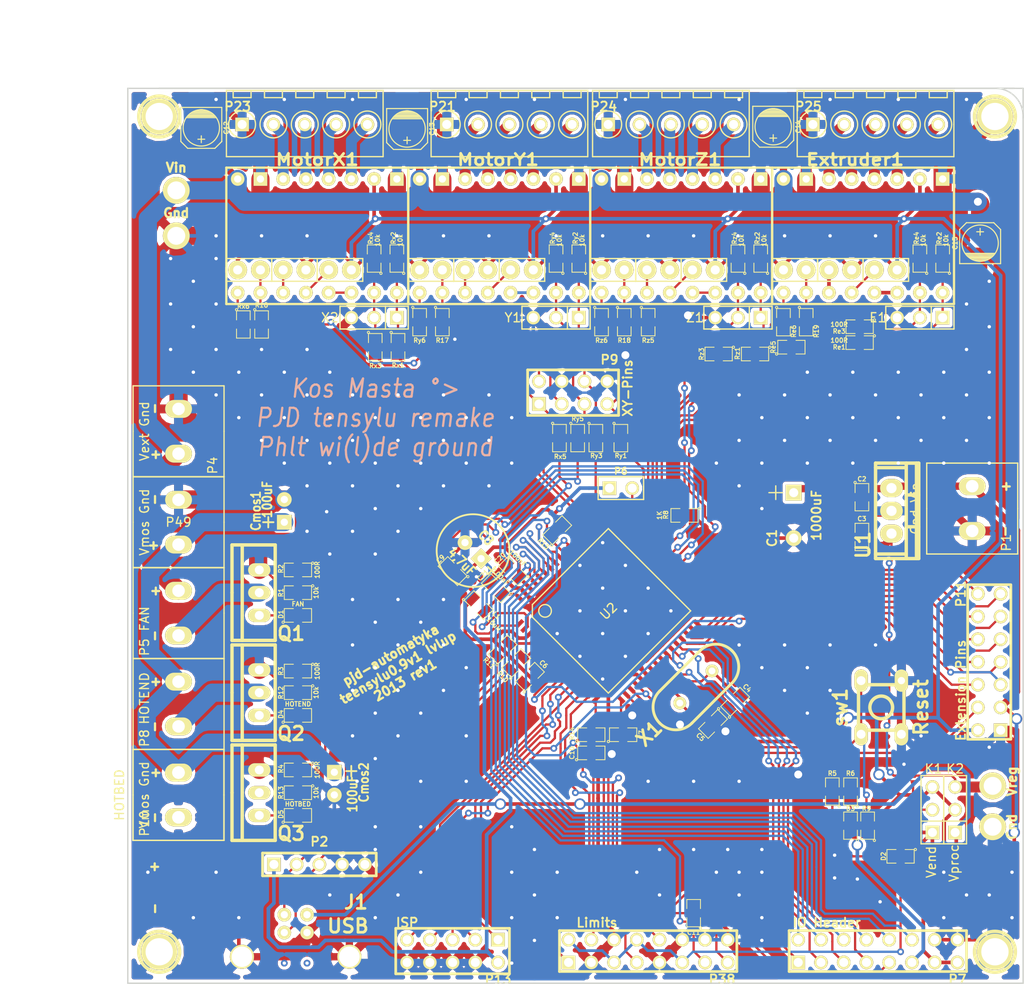
<source format=kicad_pcb>
(kicad_pcb (version 3) (host pcbnew "(2013-mar-13)-testing")
  (layers (15 F.Cu signal) (0 B.Cu signal) (18 B.Paste user) (19 F.Paste user) (20 B.SilkS user) (21 F.SilkS user) (22 B.Mask user) (23 F.Mask user) (28 Edge.Cuts user))
  (net 0 "")
  (net 1 A0)
  (net 2 A1)
  (net 3 A2)
  (net 4 A3)
  (net 5 A4)
  (net 6 A5)
  (net 7 B-THERM)
  (net 8 D+)
  (net 9 D-)
  (net 10 E-DIR)
  (net 11 E-ENABLE)
  (net 12 E-MS1)
  (net 13 E-MS2)
  (net 14 E-MS3)
  (net 15 E-STEP)
  (net 16 E-STOP)
  (net 17 E-THERM)
  (net 18 EXP-PWM)
  (net 19 GND)
  (net 20 HOTBED)
  (net 21 HOTEND)
  (net 22 MISO)
  (net 23 MOSI)
  (net 24 N-0000010)
  (net 25 N-00000115)
  (net 26 N-00000116)
  (net 27 N-00000117)
  (net 28 N-00000118)
  (net 29 N-00000119)
  (net 30 N-00000120)
  (net 31 N-0000015)
  (net 32 N-000002)
  (net 33 N-0000020)
  (net 34 N-0000022)
  (net 35 N-0000024)
  (net 36 N-0000037)
  (net 37 N-000004)
  (net 38 N-0000040)
  (net 39 N-0000053)
  (net 40 N-000006)
  (net 41 N-0000066)
  (net 42 N-0000067)
  (net 43 N-0000068)
  (net 44 N-0000069)
  (net 45 N-000007)
  (net 46 N-0000070)
  (net 47 N-0000071)
  (net 48 N-0000072)
  (net 49 N-0000073)
  (net 50 N-0000074)
  (net 51 N-0000075)
  (net 52 N-0000076)
  (net 53 N-0000077)
  (net 54 N-0000080)
  (net 55 N-0000081)
  (net 56 N-0000082)
  (net 57 N-0000083)
  (net 58 N-0000087)
  (net 59 N-0000088)
  (net 60 PA0)
  (net 61 PA1)
  (net 62 PA2)
  (net 63 PA3)
  (net 64 PA4)
  (net 65 PA5)
  (net 66 PA6)
  (net 67 PA7)
  (net 68 PB0-SS)
  (net 69 PC0)
  (net 70 PC1)
  (net 71 PC2)
  (net 72 PC3)
  (net 73 PC7)
  (net 74 PD0-SCL)
  (net 75 PD1-SDA)
  (net 76 PD2-RX1)
  (net 77 PD3-TX1)
  (net 78 PD4)
  (net 79 PD5)
  (net 80 PD6)
  (net 81 PD7)
  (net 82 PE0)
  (net 83 PE1)
  (net 84 PE3)
  (net 85 PE5)
  (net 86 PE6)
  (net 87 PE7)
  (net 88 PWM-FAN)
  (net 89 REF)
  (net 90 RESET)
  (net 91 SCLK)
  (net 92 Sig_D+)
  (net 93 Sig_D-)
  (net 94 Vcc)
  (net 95 Vcc_Reg)
  (net 96 Vcc_Usb)
  (net 97 Vext)
  (net 98 Vin)
  (net 99 Vmos)
  (net 100 X-DIR)
  (net 101 X-ENABLE)
  (net 102 X-MS1)
  (net 103 X-MS2)
  (net 104 X-MS3)
  (net 105 X-STEP)
  (net 106 X-STOP)
  (net 107 Y-DIR)
  (net 108 Y-ENABLE)
  (net 109 Y-MS1)
  (net 110 Y-MS2)
  (net 111 Y-MS3)
  (net 112 Y-STEP)
  (net 113 Y-STOP)
  (net 114 Z-DIR)
  (net 115 Z-ENABLE)
  (net 116 Z-MS1)
  (net 117 Z-MS2)
  (net 118 Z-MS3)
  (net 119 Z-STEP)
  (net 120 Z-STOP)
  (module SM0805 (layer F.Cu) (at 131.064 123.19 180)
    (fp_text reference R4 (at 1.905 0.127 270) (layer F.SilkS) (effects (font (size 0.50038 0.50038) (thickness 0.10922))))
    (fp_text value 100R (at -2.159 0 270) (layer F.SilkS) (effects (font (size 0.50038 0.50038) (thickness 0.10922))))
    (pad 1 smd rect (at -0.9525 0 180) (size 0.889 1.397) (layers F.Cu F.Paste F.Mask) (net 20 HOTBED))
    (pad 2 smd rect (at 0.9525 0 180) (size 0.889 1.397) (layers F.Cu F.Paste F.Mask) (net 26 N-00000116))
  )
  (module SM0805 (layer F.Cu) (at 131.064 112.141 180)
    (fp_text reference R3 (at 1.905 0 270) (layer F.SilkS) (effects (font (size 0.50038 0.50038) (thickness 0.10922))))
    (fp_text value 100R (at -2.159 0 270) (layer F.SilkS) (effects (font (size 0.50038 0.50038) (thickness 0.10922))))
    (pad 1 smd rect (at -0.9525 0 180) (size 0.889 1.397) (layers F.Cu F.Paste F.Mask) (net 21 HOTEND))
    (pad 2 smd rect (at 0.9525 0 180) (size 0.889 1.397) (layers F.Cu F.Paste F.Mask) (net 58 N-0000087))
  )
  (module SM0805 (layer F.Cu) (at 131.064 100.838 180)
    (fp_text reference R2 (at 1.905 0.127 270) (layer F.SilkS) (effects (font (size 0.50038 0.50038) (thickness 0.10922))))
    (fp_text value 100R (at -2.159 0 270) (layer F.SilkS) (effects (font (size 0.50038 0.50038) (thickness 0.10922))))
    (pad 1 smd rect (at -0.9525 0 180) (size 0.889 1.397) (layers F.Cu F.Paste F.Mask) (net 88 PWM-FAN))
    (pad 2 smd rect (at 0.9525 0 180) (size 0.889 1.397) (layers F.Cu F.Paste F.Mask) (net 59 N-0000088))
  )
  (module SM0805 (layer F.Cu) (at 148.336 100.965 135)
    (fp_text reference C9 (at 1.905 0 225) (layer F.SilkS) (effects (font (size 0.50038 0.50038) (thickness 0.10922))))
    (fp_text value 100nF hide)
    (pad 1 smd rect (at -0.9525 0 135) (size 0.889 1.397) (layers F.Cu F.Paste F.Mask) (net 94 Vcc))
    (pad 2 smd rect (at 0.9525 0 135) (size 0.889 1.397) (layers F.Cu F.Paste F.Mask) (net 19 GND))
  )
  (module SM0805 (layer F.Cu) (at 153.162 102.87 135)
    (fp_text reference C21 (at 2.032 0 225) (layer F.SilkS) (effects (font (size 0.50038 0.50038) (thickness 0.10922))))
    (fp_text value 100nF (at 0.508 1.27 135) (layer F.SilkS) (effects (font (size 0.50038 0.50038) (thickness 0.10922))))
    (pad 1 smd rect (at -0.9525 0 135) (size 0.889 1.397) (layers F.Cu F.Paste F.Mask) (net 37 N-000004))
    (pad 2 smd rect (at 0.9525 0 135) (size 0.889 1.397) (layers F.Cu F.Paste F.Mask) (net 19 GND))
  )
  (module SM0805 (layer F.Cu) (at 155.067 100.965 135)
    (fp_text reference C20 (at 2.032 0 225) (layer F.SilkS) (effects (font (size 0.50038 0.50038) (thickness 0.10922))))
    (fp_text value 100nF (at 0.635 1.397 135) (layer F.SilkS) (effects (font (size 0.50038 0.50038) (thickness 0.10922))))
    (pad 1 smd rect (at -0.9525 0 135) (size 0.889 1.397) (layers F.Cu F.Paste F.Mask) (net 94 Vcc))
    (pad 2 smd rect (at 0.9525 0 135) (size 0.889 1.397) (layers F.Cu F.Paste F.Mask) (net 19 GND))
  )
  (module SM0805 (layer F.Cu) (at 174.244 94.742 180)
    (fp_text reference R8 (at 2.0955 0.0635 270) (layer F.SilkS) (effects (font (size 0.50038 0.50038) (thickness 0.10922))))
    (fp_text value 1K (at 2.794 0 270) (layer F.SilkS) (effects (font (size 0.50038 0.50038) (thickness 0.10922))))
    (pad 1 smd rect (at -0.9525 0 180) (size 0.889 1.397) (layers F.Cu F.Paste F.Mask) (net 19 GND))
    (pad 2 smd rect (at 0.9525 0 180) (size 0.889 1.397) (layers F.Cu F.Paste F.Mask) (net 32 N-000002))
  )
  (module AT90USB1287-AU (layer F.Cu) (at 165.735 105.41 45)
    (fp_text reference U2 (at 0 0.051999 45) (layer F.SilkS))
    (fp_text value AT90USB1287-AU hide)
    (pad 64 smd rect (at -6 -8 45) (size 0.45 1) (layers F.Cu F.Paste F.Mask) (net 37 N-000004))
    (pad 63 smd rect (at -5.2 -8 45) (size 0.45 1) (layers F.Cu F.Paste F.Mask) (net 19 GND))
    (pad 62 smd rect (at -4.4 -8 45) (size 0.45 1) (layers F.Cu F.Paste F.Mask) (net 94 Vcc))
    (pad 61 smd rect (at -3.6 -8 45) (size 0.45 1) (layers F.Cu F.Paste F.Mask) (net 1 A0))
    (pad 60 smd rect (at -2.8 -8 45) (size 0.45 1) (layers F.Cu F.Paste F.Mask) (net 2 A1))
    (pad 59 smd rect (at -2 -8 45) (size 0.45 1) (layers F.Cu F.Paste F.Mask) (net 3 A2))
    (pad 58 smd rect (at -1.2 -8 45) (size 0.45 1) (layers F.Cu F.Paste F.Mask) (net 4 A3))
    (pad 49 smd rect (at 6 -8 45) (size 0.45 1) (layers F.Cu F.Paste F.Mask) (net 62 PA2))
    (pad 50 smd rect (at 5.2 -8 45) (size 0.45 1) (layers F.Cu F.Paste F.Mask) (net 61 PA1))
    (pad 51 smd rect (at 4.4 -8 45) (size 0.45 1) (layers F.Cu F.Paste F.Mask) (net 60 PA0))
    (pad 52 smd rect (at 3.6 -8 45) (size 0.45 1) (layers F.Cu F.Paste F.Mask) (net 94 Vcc))
    (pad 53 smd rect (at 2.8 -8 45) (size 0.45 1) (layers F.Cu F.Paste F.Mask) (net 19 GND))
    (pad 54 smd rect (at 2 -8 45) (size 0.45 1) (layers F.Cu F.Paste F.Mask) (net 17 E-THERM))
    (pad 55 smd rect (at 1.2 -8 45) (size 0.45 1) (layers F.Cu F.Paste F.Mask) (net 7 B-THERM))
    (pad 56 smd rect (at 0.4 -8 45) (size 0.45 1) (layers F.Cu F.Paste F.Mask) (net 6 A5))
    (pad 57 smd rect (at -0.4 -8 45) (size 0.45 1) (layers F.Cu F.Paste F.Mask) (net 5 A4))
    (pad 48 smd rect (at 8 -6 45) (size 1 0.45) (layers F.Cu F.Paste F.Mask) (net 63 PA3))
    (pad 47 smd rect (at 8 -5.2 45) (size 1 0.45) (layers F.Cu F.Paste F.Mask) (net 64 PA4))
    (pad 46 smd rect (at 8 -4.4 45) (size 1 0.45) (layers F.Cu F.Paste F.Mask) (net 65 PA5))
    (pad 45 smd rect (at 8 -3.6 45) (size 1 0.45) (layers F.Cu F.Paste F.Mask) (net 66 PA6))
    (pad 44 smd rect (at 8 -2.8 45) (size 1 0.45) (layers F.Cu F.Paste F.Mask) (net 67 PA7))
    (pad 43 smd rect (at 8 -2 45) (size 1 0.45) (layers F.Cu F.Paste F.Mask) (net 32 N-000002))
    (pad 42 smd rect (at 8 -1.2 45) (size 1 0.45) (layers F.Cu F.Paste F.Mask) (net 73 PC7))
    (pad 41 smd rect (at 8 -0.4 45) (size 1 0.45) (layers F.Cu F.Paste F.Mask) (net 88 PWM-FAN))
    (pad 33 smd rect (at 8 6 45) (size 1 0.45) (layers F.Cu F.Paste F.Mask) (net 82 PE0))
    (pad 34 smd rect (at 8 5.2 45) (size 1 0.45) (layers F.Cu F.Paste F.Mask) (net 83 PE1))
    (pad 35 smd rect (at 8 4.4 45) (size 1 0.45) (layers F.Cu F.Paste F.Mask) (net 69 PC0))
    (pad 36 smd rect (at 8 3.6 45) (size 1 0.45) (layers F.Cu F.Paste F.Mask) (net 70 PC1))
    (pad 37 smd rect (at 8 2.8 45) (size 1 0.45) (layers F.Cu F.Paste F.Mask) (net 71 PC2))
    (pad 38 smd rect (at 8 2 45) (size 1 0.45) (layers F.Cu F.Paste F.Mask) (net 72 PC3))
    (pad 39 smd rect (at 8 1.2 45) (size 1 0.45) (layers F.Cu F.Paste F.Mask) (net 20 HOTBED))
    (pad 40 smd rect (at 8 0.4 45) (size 1 0.45) (layers F.Cu F.Paste F.Mask) (net 21 HOTEND))
    (pad 9 smd rect (at -8 0.4 45) (size 1 0.45) (layers F.Cu F.Paste F.Mask) (net 84 PE3))
    (pad 10 smd rect (at -8 1.2 45) (size 1 0.45) (layers F.Cu F.Paste F.Mask) (net 68 PB0-SS))
    (pad 11 smd rect (at -8 2 45) (size 1 0.45) (layers F.Cu F.Paste F.Mask) (net 91 SCLK))
    (pad 12 smd rect (at -8 2.8 45) (size 1 0.45) (layers F.Cu F.Paste F.Mask) (net 23 MOSI))
    (pad 13 smd rect (at -8 3.6 45) (size 1 0.45) (layers F.Cu F.Paste F.Mask) (net 22 MISO))
    (pad 14 smd rect (at -8 4.4 45) (size 1 0.45) (layers F.Cu F.Paste F.Mask) (net 18 EXP-PWM))
    (pad 15 smd rect (at -8 5.2 45) (size 1 0.45) (layers F.Cu F.Paste F.Mask) (net 106 X-STOP))
    (pad 16 smd rect (at -8 6 45) (size 1 0.45) (layers F.Cu F.Paste F.Mask) (net 113 Y-STOP))
    (pad 8 smd rect (at -8 -0.4 45) (size 1 0.45) (layers F.Cu F.Paste F.Mask) (net 94 Vcc))
    (pad 7 smd rect (at -8 -1.2 45) (size 1 0.45) (layers F.Cu F.Paste F.Mask) (net 45 N-000007))
    (pad 6 smd rect (at -8 -2 45) (size 1 0.45) (layers F.Cu F.Paste F.Mask) (net 19 GND))
    (pad 5 smd rect (at -8 -2.8 45) (size 1 0.45) (layers F.Cu F.Paste F.Mask) (net 8 D+))
    (pad 4 smd rect (at -8 -3.6 45) (size 1 0.45) (layers F.Cu F.Paste F.Mask) (net 9 D-))
    (pad 3 smd rect (at -8 -4.4 45) (size 1 0.45) (layers F.Cu F.Paste F.Mask) (net 94 Vcc))
    (pad 2 smd rect (at -8 -5.2 45) (size 1 0.45) (layers F.Cu F.Paste F.Mask) (net 87 PE7))
    (pad 1 smd rect (at -8 -6 45) (size 1 0.45) (layers F.Cu F.Paste F.Mask) (net 86 PE6))
    (pad 24 smd rect (at -0.4 8 45) (size 0.45 1) (layers F.Cu F.Paste F.Mask) (net 29 N-00000119))
    (pad 25 smd rect (at 0.4 8 45) (size 0.45 1) (layers F.Cu F.Paste F.Mask) (net 74 PD0-SCL))
    (pad 26 smd rect (at 1.2 8 45) (size 0.45 1) (layers F.Cu F.Paste F.Mask) (net 75 PD1-SDA))
    (pad 27 smd rect (at 2 8 45) (size 0.45 1) (layers F.Cu F.Paste F.Mask) (net 76 PD2-RX1))
    (pad 28 smd rect (at 2.8 8 45) (size 0.45 1) (layers F.Cu F.Paste F.Mask) (net 77 PD3-TX1))
    (pad 29 smd rect (at 3.6 8 45) (size 0.45 1) (layers F.Cu F.Paste F.Mask) (net 78 PD4))
    (pad 30 smd rect (at 4.4 8 45) (size 0.45 1) (layers F.Cu F.Paste F.Mask) (net 79 PD5))
    (pad 31 smd rect (at 5.2 8 45) (size 0.45 1) (layers F.Cu F.Paste F.Mask) (net 80 PD6))
    (pad 32 smd rect (at 6 8 45) (size 0.45 1) (layers F.Cu F.Paste F.Mask) (net 81 PD7))
    (pad 23 smd rect (at -1.2 8 45) (size 0.45 1) (layers F.Cu F.Paste F.Mask) (net 30 N-00000120))
    (pad 22 smd rect (at -2 8 45) (size 0.45 1) (layers F.Cu F.Paste F.Mask) (net 19 GND))
    (pad 21 smd rect (at -2.8 8 45) (size 0.45 1) (layers F.Cu F.Paste F.Mask) (net 94 Vcc))
    (pad 20 smd rect (at -3.6 8 45) (size 0.45 1) (layers F.Cu F.Paste F.Mask) (net 90 RESET))
    (pad 19 smd rect (at -4.4 8 45) (size 0.45 1) (layers F.Cu F.Paste F.Mask) (net 85 PE5))
    (pad 18 smd rect (at -5.2 8 45) (size 0.45 1) (layers F.Cu F.Paste F.Mask) (net 16 E-STOP))
    (pad 17 smd rect (at -6 8 45) (size 0.45 1) (layers F.Cu F.Paste F.Mask) (net 120 Z-STOP))
  )
  (module SM0805 (layer F.Cu) (at 151.257 104.775 315)
    (fp_text reference L1 (at 2.2 -0.6 315) (layer F.SilkS) (effects (font (size 0.50038 0.50038) (thickness 0.10922))))
    (fp_text value 10uH (at 2.7 0.3 315) (layer F.SilkS) (effects (font (size 0.50038 0.50038) (thickness 0.10922))))
    (pad 1 smd rect (at -0.9525 0 315) (size 0.889 1.397) (layers F.Cu F.Paste F.Mask) (net 94 Vcc))
    (pad 2 smd rect (at 0.9525 0 315) (size 0.889 1.397) (layers F.Cu F.Paste F.Mask) (net 37 N-000004))
  )
  (module TO-220_FET-GDS_Vertical (layer F.Cu) (at 126.746 125.73 90)
    (fp_text reference Q3 (at -4.572 3.556 180) (layer F.SilkS) (effects (font (thickness 0.3048))))
    (fp_text value IRL2203 hide)
    (pad D thru_hole oval (at 0 0 180) (size 2.49936 1.50114) (drill 1.00076) (layers *.Cu *.Mask F.SilkS) (net 34 N-0000022))
    (pad G thru_hole oval (at -2.54 0 180) (size 2.49936 1.50114) (drill 1.00076) (layers *.Cu *.Mask F.SilkS) (net 26 N-00000116))
    (pad S thru_hole oval (at 2.54 0 180) (size 2.49936 1.50114) (drill 1.00076) (layers *.Cu *.Mask F.SilkS) (net 19 GND))
  )
  (module TO-220_FET-GDS_Vertical (layer F.Cu) (at 126.746 114.554 90)
    (fp_text reference Q2 (at -4.572 3.556 360) (layer F.SilkS) (effects (font (thickness 0.3048))))
    (fp_text value RFPB0N06LE hide)
    (pad D thru_hole oval (at 0 0 180) (size 2.49936 1.50114) (drill 1.00076) (layers *.Cu *.Mask F.SilkS) (net 40 N-000006))
    (pad G thru_hole oval (at -2.54 0 180) (size 2.49936 1.50114) (drill 1.00076) (layers *.Cu *.Mask F.SilkS) (net 58 N-0000087))
    (pad S thru_hole oval (at 2.54 0 180) (size 2.49936 1.50114) (drill 1.00076) (layers *.Cu *.Mask F.SilkS) (net 19 GND))
  )
  (module TO-220_FET-GDS_Vertical (layer F.Cu) (at 126.746 103.378 90)
    (fp_text reference Q1 (at -4.572 3.556 180) (layer F.SilkS) (effects (font (thickness 0.3048))))
    (fp_text value RFPB0N06LE hide)
    (pad D thru_hole oval (at 0 0 180) (size 2.49936 1.50114) (drill 1.00076) (layers *.Cu *.Mask F.SilkS) (net 33 N-0000020))
    (pad G thru_hole oval (at -2.54 0 180) (size 2.49936 1.50114) (drill 1.00076) (layers *.Cu *.Mask F.SilkS) (net 59 N-0000088))
    (pad S thru_hole oval (at 2.54 0 180) (size 2.49936 1.50114) (drill 1.00076) (layers *.Cu *.Mask F.SilkS) (net 19 GND))
  )
  (module USB_B (layer F.Cu) (at 130.81 144.065)
    (fp_text reference J1 (at 6.731 -6.096) (layer F.SilkS) (effects (font (thickness 0.3048))))
    (fp_text value USB (at 5.842 -3.429) (layer F.SilkS) (effects (font (thickness 0.3048))))
    (pad 1 thru_hole circle (at 1.27 -4.699) (size 1.524 1.524) (drill 0.8128) (layers *.Cu *.Mask F.SilkS) (net 96 Vcc_Usb))
    (pad 2 thru_hole circle (at -1.27 -4.699) (size 1.524 1.524) (drill 0.8128) (layers *.Cu *.Mask F.SilkS) (net 93 Sig_D-))
    (pad 3 thru_hole circle (at -1.27 -2.70002) (size 1.524 1.524) (drill 0.8128) (layers *.Cu *.Mask F.SilkS) (net 92 Sig_D+))
    (pad 4 thru_hole circle (at 1.27 -2.70002) (size 1.524 1.524) (drill 0.8128) (layers *.Cu *.Mask F.SilkS) (net 19 GND))
    (pad 5 thru_hole circle (at 5.99948 0) (size 2.70002 2.70002) (drill 2.30124) (layers *.Cu *.Mask F.SilkS) (net 19 GND))
    (pad 6 thru_hole circle (at -5.99948 0) (size 2.70002 2.70002) (drill 2.30124) (layers *.Cu *.Mask F.SilkS) (net 19 GND))
  )
  (module 1pin (layer F.Cu) (at 117.475 58.42)
    (fp_text reference P3 hide)
    (fp_text value Vin (at 0 -2.54) (layer F.SilkS) (effects (font (size 1.016 1.016) (thickness 0.254))))
    (pad 1 thru_hole circle (at 0 0) (size 3 3) (drill 2) (layers *.Cu *.Mask F.SilkS) (net 98 Vin))
  )
  (module 1pin (layer F.Cu) (at 117.475 63.5)
    (fp_text reference P12 hide)
    (fp_text value Gnd (at 0 -2.54) (layer F.SilkS) (effects (font (size 1.016 1.016) (thickness 0.254))))
    (pad 1 thru_hole circle (at 0 0) (size 3 3) (drill 2) (layers *.Cu *.Mask F.SilkS) (net 19 GND))
  )
  (module C2V8 (layer F.Cu) (at 186.436 94.742 270)
    (fp_text reference C1 (at 2.54 2.413 270) (layer F.SilkS) (effects (font (size 1.016 1.016) (thickness 0.2032))))
    (fp_text value 1000uF (at 0 -2.54 270) (layer F.SilkS) (effects (font (size 1.016 1.016) (thickness 0.2032))))
    (fp_text user + (at -2.54 2.159 270) (layer F.SilkS) (effects (font (size 2 2))))
    (pad 1 thru_hole rect (at -2.54 0 270) (size 1.778 1.778) (drill 1.016) (layers *.Cu *.Mask F.SilkS) (net 97 Vext))
    (pad 2 thru_hole circle (at 2.54 0 270) (size 1.778 1.778) (drill 1.016) (layers *.Cu *.Mask F.SilkS) (net 19 GND))
  )
  (module SM0805 (layer F.Cu) (at 142.24 75.946 270)
    (fp_text reference Rx1 (at 2.032 0 360) (layer F.SilkS) (effects (font (size 0.50038 0.50038) (thickness 0.10922))))
    (fp_text value 100R hide)
    (pad 1 smd rect (at -0.9525 0 270) (size 0.889 1.397) (layers F.Cu F.Paste F.Mask) (net 100 X-DIR))
    (pad 2 smd rect (at 0.9525 0 270) (size 0.889 1.397) (layers F.Cu F.Paste F.Mask) (net 61 PA1))
  )
  (module SM0805 (layer F.Cu) (at 144.653 73.152 270)
    (fp_text reference Ry6 (at 2.032 0 360) (layer F.SilkS) (effects (font (size 0.50038 0.50038) (thickness 0.10922))))
    (fp_text value 10k hide)
    (pad 1 smd rect (at -0.9525 0 270) (size 0.889 1.397) (layers F.Cu F.Paste F.Mask) (net 108 Y-ENABLE))
    (pad 2 smd rect (at 0.9525 0 270) (size 0.889 1.397) (layers F.Cu F.Paste F.Mask) (net 19 GND))
  )
  (module SM0805 (layer F.Cu) (at 147.193 73.152 270)
    (fp_text reference R17 (at 2.032 0 360) (layer F.SilkS) (effects (font (size 0.50038 0.50038) (thickness 0.10922))))
    (fp_text value 100k hide)
    (pad 1 smd rect (at -0.9525 0 270) (size 0.889 1.397) (layers F.Cu F.Paste F.Mask) (net 109 Y-MS1))
    (pad 2 smd rect (at 0.9525 0 270) (size 0.889 1.397) (layers F.Cu F.Paste F.Mask) (net 19 GND))
  )
  (module SM0805 (layer F.Cu) (at 167.132 86.106 270)
    (fp_text reference Ry1 (at 1.9685 0 360) (layer F.SilkS) (effects (font (size 0.50038 0.50038) (thickness 0.10922))))
    (fp_text value 100R hide)
    (pad 1 smd rect (at -0.9525 0 270) (size 0.889 1.397) (layers F.Cu F.Paste F.Mask) (net 107 Y-DIR))
    (pad 2 smd rect (at 0.9525 0 270) (size 0.889 1.397) (layers F.Cu F.Paste F.Mask) (net 63 PA3))
  )
  (module SM0805 (layer F.Cu) (at 178.054 76.708 180)
    (fp_text reference Rz3 (at 1.905 0 270) (layer F.SilkS) (effects (font (size 0.50038 0.50038) (thickness 0.10922))))
    (fp_text value 100R hide)
    (pad 1 smd rect (at -0.9525 0 180) (size 0.889 1.397) (layers F.Cu F.Paste F.Mask) (net 119 Z-STEP))
    (pad 2 smd rect (at 0.9525 0 180) (size 0.889 1.397) (layers F.Cu F.Paste F.Mask) (net 64 PA4))
  )
  (module SWDIP8_.6W (layer F.Cu) (at 133.223 63.5 180)
    (fp_text reference MotorX1 (at 0 8.509 180) (layer F.SilkS) (effects (font (size 1.27 1.524) (thickness 0.3048))))
    (fp_text value POLOLU_A4988 hide)
    (pad 1 thru_hole rect (at -8.89 6.35 180) (size 1.524 1.524) (drill 0.8128) (layers *.Cu *.Mask F.SilkS) (net 19 GND))
    (pad 2 thru_hole circle (at -6.35 6.35 180) (size 1.524 1.524) (drill 0.8128) (layers *.Cu *.Mask F.SilkS) (net 94 Vcc))
    (pad 3 thru_hole circle (at -3.81 6.35 180) (size 1.524 1.524) (drill 0.8128) (layers *.Cu *.Mask F.SilkS) (net 51 N-0000075))
    (pad 4 thru_hole circle (at -1.27 6.35 180) (size 1.524 1.524) (drill 0.8128) (layers *.Cu *.Mask F.SilkS) (net 41 N-0000066))
    (pad 5 thru_hole circle (at 1.27 6.35 180) (size 1.524 1.524) (drill 0.8128) (layers *.Cu *.Mask F.SilkS) (net 52 N-0000076))
    (pad 6 thru_hole circle (at 3.81 6.35 180) (size 1.524 1.524) (drill 0.8128) (layers *.Cu *.Mask F.SilkS) (net 53 N-0000077))
    (pad 7 thru_hole rect (at 6.35 6.35 180) (size 1.524 1.524) (drill 0.8128) (layers *.Cu *.Mask F.SilkS) (net 19 GND))
    (pad 8 thru_hole circle (at 8.89 6.35 180) (size 1.524 1.524) (drill 0.8128) (layers *.Cu *.Mask F.SilkS) (net 98 Vin))
    (pad 9 thru_hole circle (at 8.89 -6.35 180) (size 1.524 1.524) (drill 0.8128) (layers *.Cu *.Mask F.SilkS) (net 101 X-ENABLE))
    (pad 10 thru_hole circle (at 6.35 -6.35 180) (size 1.524 1.524) (drill 0.8128) (layers *.Cu *.Mask F.SilkS) (net 102 X-MS1))
    (pad 11 thru_hole circle (at 3.81 -6.35 180) (size 1.524 1.524) (drill 0.8128) (layers *.Cu *.Mask F.SilkS) (net 103 X-MS2))
    (pad 12 thru_hole circle (at 1.27 -6.35 180) (size 1.524 1.524) (drill 0.8128) (layers *.Cu *.Mask F.SilkS) (net 104 X-MS3))
    (pad 13 thru_hole circle (at -1.27 -6.35 180) (size 1.524 1.524) (drill 0.8128) (layers *.Cu *.Mask F.SilkS) (net 38 N-0000040))
    (pad 14 thru_hole circle (at -3.81 -6.35 180) (size 1.524 1.524) (drill 0.8128) (layers *.Cu *.Mask F.SilkS) (net 38 N-0000040))
    (pad 15 thru_hole circle (at -6.35 -6.35 180) (size 1.524 1.524) (drill 0.8128) (layers *.Cu *.Mask F.SilkS) (net 105 X-STEP))
    (pad 16 thru_hole circle (at -8.89 -6.35 180) (size 1.524 1.524) (drill 0.8128) (layers *.Cu *.Mask F.SilkS) (net 100 X-DIR))
  )
  (module 2PIN-5mm (layer F.Cu) (at 117.729 85.344 90)
    (fp_text reference P4 (at -3.81 3.81 90) (layer F.SilkS))
    (fp_text value "Vext Gnd" (at 0 -3.81 90) (layer F.SilkS))
    (pad 1 thru_hole oval (at -2.5 0 90) (size 2 3) (drill 1.4) (layers *.Cu *.Mask F.SilkS) (net 98 Vin))
    (pad 2 thru_hole oval (at 2.5 0 90) (size 2 3) (drill 1.4) (layers *.Cu *.Mask F.SilkS) (net 19 GND))
  )
  (module 2PIN-5mm (layer F.Cu) (at 117.729 105.664 90)
    (fp_text reference P5 (at -3.81 -3.81 90) (layer F.SilkS))
    (fp_text value FAN (at -0.635 -3.81 90) (layer F.SilkS))
    (pad 1 thru_hole oval (at -2.5 0 90) (size 2 3) (drill 1.4) (layers *.Cu *.Mask F.SilkS) (net 33 N-0000020))
    (pad 2 thru_hole oval (at 2.5 0 90) (size 2 3) (drill 1.4) (layers *.Cu *.Mask F.SilkS) (net 98 Vin))
  )
  (module 2PIN-5mm (layer F.Cu) (at 117.729 115.824 90)
    (fp_text reference P8 (at -3.81 -3.81 90) (layer F.SilkS))
    (fp_text value HOTEND (at 0.635 -3.81 90) (layer F.SilkS))
    (pad 1 thru_hole oval (at -2.5 0 90) (size 2 3) (drill 1.4) (layers *.Cu *.Mask F.SilkS) (net 40 N-000006))
    (pad 2 thru_hole oval (at 2.5 0 90) (size 2 3) (drill 1.4) (layers *.Cu *.Mask F.SilkS) (net 99 Vmos))
  )
  (module 2PIN-5mm (layer F.Cu) (at 117.729 125.984 90)
    (fp_text reference P10 (at -3.175 -3.81 90) (layer F.SilkS))
    (fp_text value HOTBED (at 0 -6.604 90) (layer F.SilkS))
    (pad 1 thru_hole oval (at -2.5 0 90) (size 2 3) (drill 1.4) (layers *.Cu *.Mask F.SilkS) (net 34 N-0000022))
    (pad 2 thru_hole oval (at 2.5 0 90) (size 2 3) (drill 1.4) (layers *.Cu *.Mask F.SilkS) (net 99 Vmos))
  )
  (module SM0805 (layer F.Cu) (at 131.064 105.918)
    (fp_text reference D1 (at -1.905 -0.127 90) (layer F.SilkS) (effects (font (size 0.50038 0.50038) (thickness 0.10922))))
    (fp_text value FAN (at 0 -1.27) (layer F.SilkS) (effects (font (size 0.50038 0.50038) (thickness 0.10922))))
    (pad 1 smd rect (at -0.9525 0) (size 0.889 1.397) (layers F.Cu F.Paste F.Mask) (net 59 N-0000088))
    (pad 2 smd rect (at 0.9525 0) (size 0.889 1.397) (layers F.Cu F.Paste F.Mask) (net 28 N-00000118))
  )
  (module C1V8 (layer F.Cu) (at 129.54 94.234 90)
    (fp_text reference Cmos1 (at 0 -3.175 90) (layer F.SilkS) (effects (font (size 1.016 0.889) (thickness 0.2032))))
    (fp_text value 100uF (at 1.27 -1.905 90) (layer F.SilkS) (effects (font (size 1.016 0.889) (thickness 0.2032))))
    (fp_text user + (at -1.27 -1.905 90) (layer F.SilkS) (effects (font (thickness 0.2032))))
    (pad 1 thru_hole rect (at -1.27 0 90) (size 1.651 1.651) (drill 0.8128) (layers *.Cu *.Mask F.SilkS) (net 99 Vmos))
    (pad 2 thru_hole circle (at 1.27 0 90) (size 1.651 1.651) (drill 0.8128) (layers *.Cu *.Mask F.SilkS) (net 19 GND))
  )
  (module SM0805 (layer F.Cu) (at 131.064 114.554 180)
    (fp_text reference R12 (at 1.905 0 270) (layer F.SilkS) (effects (font (size 0.50038 0.50038) (thickness 0.10922))))
    (fp_text value 10k (at -2.032 0 270) (layer F.SilkS) (effects (font (size 0.50038 0.50038) (thickness 0.10922))))
    (pad 1 smd rect (at -0.9525 0 180) (size 0.889 1.397) (layers F.Cu F.Paste F.Mask) (net 27 N-00000117))
    (pad 2 smd rect (at 0.9525 0 180) (size 0.889 1.397) (layers F.Cu F.Paste F.Mask) (net 19 GND))
  )
  (module SM0805 (layer F.Cu) (at 131.064 117.094)
    (fp_text reference D4 (at -1.905 -0.127 90) (layer F.SilkS) (effects (font (size 0.50038 0.50038) (thickness 0.10922))))
    (fp_text value HOTEND (at 0 -1.27) (layer F.SilkS) (effects (font (size 0.50038 0.50038) (thickness 0.10922))))
    (pad 1 smd rect (at -0.9525 0) (size 0.889 1.397) (layers F.Cu F.Paste F.Mask) (net 58 N-0000087))
    (pad 2 smd rect (at 0.9525 0) (size 0.889 1.397) (layers F.Cu F.Paste F.Mask) (net 27 N-00000117))
  )
  (module C1V8 (layer F.Cu) (at 135.128 124.714 270)
    (fp_text reference Cmos2 (at -0.127 -3.302 270) (layer F.SilkS) (effects (font (size 1.016 0.889) (thickness 0.2032))))
    (fp_text value 100uF (at 1.143 -2.032 270) (layer F.SilkS) (effects (font (size 1.016 0.889) (thickness 0.2032))))
    (fp_text user + (at -1.397 -1.778 270) (layer F.SilkS) (effects (font (thickness 0.2032))))
    (pad 1 thru_hole rect (at -1.27 0 270) (size 1.651 1.651) (drill 0.8128) (layers *.Cu *.Mask F.SilkS) (net 99 Vmos))
    (pad 2 thru_hole circle (at 1.27 0 270) (size 1.651 1.651) (drill 0.8128) (layers *.Cu *.Mask F.SilkS) (net 19 GND))
  )
  (module SM0805 (layer F.Cu) (at 131.064 128.27)
    (fp_text reference D5 (at -1.905 -0.127 90) (layer F.SilkS) (effects (font (size 0.50038 0.50038) (thickness 0.10922))))
    (fp_text value HOTBED (at 0 -1.27) (layer F.SilkS) (effects (font (size 0.50038 0.50038) (thickness 0.10922))))
    (pad 1 smd rect (at -0.9525 0) (size 0.889 1.397) (layers F.Cu F.Paste F.Mask) (net 26 N-00000116))
    (pad 2 smd rect (at 0.9525 0) (size 0.889 1.397) (layers F.Cu F.Paste F.Mask) (net 25 N-00000115))
  )
  (module 2PIN-5mm (layer F.Cu) (at 206.375 93.98 270)
    (fp_text reference P1 (at 3.81 -3.81 270) (layer F.SilkS))
    (fp_text value "Gnd Vin" (at 0 6.35 270) (layer F.SilkS))
    (pad 1 thru_hole oval (at -2.5 0 270) (size 2 3) (drill 1.4) (layers *.Cu *.Mask F.SilkS) (net 97 Vext))
    (pad 2 thru_hole oval (at 2.5 0 270) (size 2 3) (drill 1.4) (layers *.Cu *.Mask F.SilkS) (net 19 GND))
  )
  (module 1pin (layer F.Cu) (at 208.661 124.968)
    (fp_text reference P37 hide)
    (fp_text value Vreg (at 2.159 -0.508 90) (layer F.SilkS) (effects (font (size 1.016 1.016) (thickness 0.254))))
    (pad 1 thru_hole circle (at 0 0) (size 3 3) (drill 2) (layers *.Cu *.Mask F.SilkS) (net 95 Vcc_Reg))
  )
  (module 1pin (layer F.Cu) (at 208.661 129.54)
    (fp_text reference P36 hide)
    (fp_text value Gnd (at 2.159 0 90) (layer F.SilkS) (effects (font (size 1.016 1.016) (thickness 0.254))))
    (pad 1 thru_hole circle (at 0 0) (size 3 3) (drill 2) (layers *.Cu *.Mask F.SilkS) (net 19 GND))
  )
  (module pin_array_4x2 (layer F.Cu) (at 161.798 81.026)
    (fp_text reference P9 (at 4.064 -3.683) (layer F.SilkS) (effects (font (size 1.016 1.016) (thickness 0.2032))))
    (fp_text value XY-Pins (at 6.096 -0.508 90) (layer F.SilkS) (effects (font (size 1.016 1.016) (thickness 0.2032))))
    (pad 1 thru_hole rect (at -3.81 1.27) (size 1.524 1.524) (drill 1.016) (layers *.Cu *.Mask F.SilkS) (net 101 X-ENABLE))
    (pad 2 thru_hole circle (at -3.81 -1.27) (size 1.524 1.524) (drill 1.016) (layers *.Cu *.Mask F.SilkS) (net 105 X-STEP))
    (pad 3 thru_hole circle (at -1.27 1.27) (size 1.524 1.524) (drill 1.016) (layers *.Cu *.Mask F.SilkS) (net 100 X-DIR))
    (pad 4 thru_hole circle (at -1.27 -1.27) (size 1.524 1.524) (drill 1.016) (layers *.Cu *.Mask F.SilkS) (net 19 GND))
    (pad 5 thru_hole circle (at 1.27 1.27) (size 1.524 1.524) (drill 1.016) (layers *.Cu *.Mask F.SilkS) (net 108 Y-ENABLE))
    (pad 6 thru_hole circle (at 1.27 -1.27) (size 1.524 1.524) (drill 1.016) (layers *.Cu *.Mask F.SilkS) (net 112 Y-STEP))
    (pad 7 thru_hole circle (at 3.81 1.27) (size 1.524 1.524) (drill 1.016) (layers *.Cu *.Mask F.SilkS) (net 107 Y-DIR))
    (pad 8 thru_hole circle (at 3.81 -1.27) (size 1.524 1.524) (drill 1.016) (layers *.Cu *.Mask F.SilkS) (net 19 GND))
  )
  (module SM0805 (layer F.Cu) (at 187.833 73.152 270)
    (fp_text reference R19 (at 1.016 -1.143 270) (layer F.SilkS) (effects (font (size 0.50038 0.50038) (thickness 0.10922))))
    (fp_text value 100k hide)
    (pad 1 smd rect (at -0.9525 0 270) (size 0.889 1.397) (layers F.Cu F.Paste F.Mask) (net 12 E-MS1))
    (pad 2 smd rect (at 0.9525 0 270) (size 0.889 1.397) (layers F.Cu F.Paste F.Mask) (net 19 GND))
  )
  (module SM0805 (layer F.Cu) (at 127 73.406 270)
    (fp_text reference R16 (at -2.159 0 360) (layer F.SilkS) (effects (font (size 0.50038 0.50038) (thickness 0.10922))))
    (fp_text value 100k hide)
    (pad 1 smd rect (at -0.9525 0 270) (size 0.889 1.397) (layers F.Cu F.Paste F.Mask) (net 102 X-MS1))
    (pad 2 smd rect (at 0.9525 0 270) (size 0.889 1.397) (layers F.Cu F.Paste F.Mask) (net 19 GND))
  )
  (module SM0805 (layer F.Cu) (at 167.513 73.152 270)
    (fp_text reference R18 (at 2.032 0 360) (layer F.SilkS) (effects (font (size 0.50038 0.50038) (thickness 0.10922))))
    (fp_text value 100k hide)
    (pad 1 smd rect (at -0.9525 0 270) (size 0.889 1.397) (layers F.Cu F.Paste F.Mask) (net 116 Z-MS1))
    (pad 2 smd rect (at 0.9525 0 270) (size 0.889 1.397) (layers F.Cu F.Paste F.Mask) (net 19 GND))
  )
  (module SM0805 (layer F.Cu) (at 179.8955 115.57 45)
    (fp_text reference C4 (at 2.020558 -0.134704 135) (layer F.SilkS) (effects (font (size 0.50038 0.50038) (thickness 0.10922))))
    (fp_text value 22pF hide)
    (pad 1 smd rect (at -0.9525 0 45) (size 0.889 1.397) (layers F.Cu F.Paste F.Mask) (net 19 GND))
    (pad 2 smd rect (at 0.9525 0 45) (size 0.889 1.397) (layers F.Cu F.Paste F.Mask) (net 29 N-00000119))
  )
  (module SM0805 (layer F.Cu) (at 177.419 118.0465 225)
    (fp_text reference C5 (at 2.020558 -0.044901 315) (layer F.SilkS) (effects (font (size 0.50038 0.50038) (thickness 0.10922))))
    (fp_text value 22pF hide)
    (pad 1 smd rect (at -0.9525 0 225) (size 0.889 1.397) (layers F.Cu F.Paste F.Mask) (net 19 GND))
    (pad 2 smd rect (at 0.9525 0 225) (size 0.889 1.397) (layers F.Cu F.Paste F.Mask) (net 30 N-00000120))
  )
  (module SM0805 (layer F.Cu) (at 156.972 112.776 45)
    (fp_text reference C6 (at 2.065459 0.089803 135) (layer F.SilkS) (effects (font (size 0.50038 0.50038) (thickness 0.10922))))
    (fp_text value 1uF hide)
    (pad 1 smd rect (at -0.9525 0 45) (size 0.889 1.397) (layers F.Cu F.Paste F.Mask) (net 19 GND))
    (pad 2 smd rect (at 0.9525 0 45) (size 0.889 1.397) (layers F.Cu F.Paste F.Mask) (net 45 N-000007))
  )
  (module SM0805 (layer F.Cu) (at 167.386 119.253)
    (fp_text reference C7 (at 2.032 0 90) (layer F.SilkS) (effects (font (size 0.50038 0.50038) (thickness 0.10922))))
    (fp_text value 100nF hide)
    (pad 1 smd rect (at -0.9525 0) (size 0.889 1.397) (layers F.Cu F.Paste F.Mask) (net 94 Vcc))
    (pad 2 smd rect (at 0.9525 0) (size 0.889 1.397) (layers F.Cu F.Paste F.Mask) (net 19 GND))
  )
  (module SM0805 (layer F.Cu) (at 163.83 121.285)
    (fp_text reference C10 (at -2.159 0 90) (layer F.SilkS) (effects (font (size 0.50038 0.50038) (thickness 0.10922))))
    (fp_text value 10uF hide)
    (pad 1 smd rect (at -0.9525 0) (size 0.889 1.397) (layers F.Cu F.Paste F.Mask) (net 17 E-THERM))
    (pad 2 smd rect (at 0.9525 0) (size 0.889 1.397) (layers F.Cu F.Paste F.Mask) (net 19 GND))
  )
  (module SM0805 (layer F.Cu) (at 175.26 139.192 90)
    (fp_text reference C11 (at -2.159 0 180) (layer F.SilkS) (effects (font (size 0.50038 0.50038) (thickness 0.10922))))
    (fp_text value 10uF hide)
    (pad 1 smd rect (at -0.9525 0 90) (size 0.889 1.397) (layers F.Cu F.Paste F.Mask) (net 7 B-THERM))
    (pad 2 smd rect (at 0.9525 0 90) (size 0.889 1.397) (layers F.Cu F.Paste F.Mask) (net 19 GND))
  )
  (module SM0805 (layer F.Cu) (at 198.374 132.842 180)
    (fp_text reference D2 (at 1.905 0 270) (layer F.SilkS) (effects (font (size 0.50038 0.50038) (thickness 0.10922))))
    (fp_text value LED hide)
    (pad 1 smd rect (at -0.9525 0 180) (size 0.889 1.397) (layers F.Cu F.Paste F.Mask) (net 97 Vext))
    (pad 2 smd rect (at 0.9525 0 180) (size 0.889 1.397) (layers F.Cu F.Paste F.Mask) (net 39 N-0000053))
  )
  (module SM0805 (layer F.Cu) (at 192.786 129.413 90)
    (fp_text reference D3 (at 1.905 0 180) (layer F.SilkS) (effects (font (size 0.50038 0.50038) (thickness 0.10922))))
    (fp_text value LED hide)
    (pad 1 smd rect (at -0.9525 0 90) (size 0.889 1.397) (layers F.Cu F.Paste F.Mask) (net 94 Vcc))
    (pad 2 smd rect (at 0.9525 0 90) (size 0.889 1.397) (layers F.Cu F.Paste F.Mask) (net 36 N-0000037))
  )
  (module PIN_ARRAY_3X1 (layer F.Cu) (at 201.93 127.635 90)
    (fp_text reference K1 (at 4.572 0.127 180) (layer F.SilkS) (effects (font (size 1.016 1.016) (thickness 0.1524))))
    (fp_text value Vend (at -5.842 -0.127 270) (layer F.SilkS) (effects (font (size 1.016 1.016) (thickness 0.1524))))
    (pad 1 thru_hole rect (at -2.54 0 90) (size 1.524 1.524) (drill 1.016) (layers *.Cu *.Mask F.SilkS) (net 97 Vext))
    (pad 2 thru_hole circle (at 0 0 90) (size 1.524 1.524) (drill 1.016) (layers *.Cu *.Mask F.SilkS) (net 89 REF))
    (pad 3 thru_hole circle (at 2.54 0 90) (size 1.524 1.524) (drill 1.016) (layers *.Cu *.Mask F.SilkS) (net 94 Vcc))
  )
  (module PIN_ARRAY_3X1 (layer F.Cu) (at 204.47 127.635 90)
    (fp_text reference K2 (at 4.572 0 180) (layer F.SilkS) (effects (font (size 1.016 1.016) (thickness 0.1524))))
    (fp_text value Vproc (at -5.969 -0.127 270) (layer F.SilkS) (effects (font (size 1.016 1.016) (thickness 0.1524))))
    (pad 1 thru_hole rect (at -2.54 0 90) (size 1.524 1.524) (drill 1.016) (layers *.Cu *.Mask F.SilkS) (net 96 Vcc_Usb))
    (pad 2 thru_hole circle (at 0 0 90) (size 1.524 1.524) (drill 1.016) (layers *.Cu *.Mask F.SilkS) (net 94 Vcc))
    (pad 3 thru_hole circle (at 2.54 0 90) (size 1.524 1.524) (drill 1.016) (layers *.Cu *.Mask F.SilkS) (net 95 Vcc_Reg))
  )
  (module PIN_ARRAY_5x1 (layer F.Cu) (at 133.46 133.75)
    (fp_text reference P2 (at 0 -2.54) (layer F.SilkS) (effects (font (size 1.016 1.016) (thickness 0.2032))))
    (fp_text value CONN_5 hide)
    (pad 1 thru_hole rect (at -5.08 0) (size 1.524 1.524) (drill 1.016) (layers *.Cu *.Mask F.SilkS) (net 94 Vcc))
    (pad 2 thru_hole circle (at -2.54 0) (size 1.524 1.524) (drill 1.016) (layers *.Cu *.Mask F.SilkS) (net 93 Sig_D-))
    (pad 3 thru_hole circle (at 0 0) (size 1.524 1.524) (drill 1.016) (layers *.Cu *.Mask F.SilkS) (net 92 Sig_D+))
    (pad 4 thru_hole circle (at 2.54 0) (size 1.524 1.524) (drill 1.016) (layers *.Cu *.Mask F.SilkS) (net 19 GND))
    (pad 5 thru_hole circle (at 5.08 0) (size 1.524 1.524) (drill 1.016) (layers *.Cu *.Mask F.SilkS) (net 19 GND))
  )
  (module pin_array_8x2 (layer F.Cu) (at 195.834 143.43)
    (fp_text reference P7 (at 8.89 3.175) (layer F.SilkS) (effects (font (size 1.016 1.016) (thickness 0.2032))))
    (fp_text value "IO Header" (at -5.715 -3.175) (layer F.SilkS) (effects (font (size 1.016 1.016) (thickness 0.2032))))
    (pad 1 thru_hole rect (at -8.89 1.27) (size 1.524 1.524) (drill 1.016) (layers *.Cu *.Mask F.SilkS) (net 74 PD0-SCL))
    (pad 2 thru_hole circle (at -8.89 -1.27) (size 1.524 1.524) (drill 1.016) (layers *.Cu *.Mask F.SilkS) (net 1 A0))
    (pad 3 thru_hole circle (at -6.35 1.27) (size 1.524 1.524) (drill 1.016) (layers *.Cu *.Mask F.SilkS) (net 77 PD3-TX1))
    (pad 4 thru_hole circle (at -6.35 -1.27) (size 1.524 1.524) (drill 1.016) (layers *.Cu *.Mask F.SilkS) (net 2 A1))
    (pad 5 thru_hole circle (at -3.81 1.27) (size 1.524 1.524) (drill 1.016) (layers *.Cu *.Mask F.SilkS) (net 76 PD2-RX1))
    (pad 6 thru_hole circle (at -3.81 -1.27) (size 1.524 1.524) (drill 1.016) (layers *.Cu *.Mask F.SilkS) (net 3 A2))
    (pad 7 thru_hole circle (at -1.27 1.27) (size 1.524 1.524) (drill 1.016) (layers *.Cu *.Mask F.SilkS) (net 75 PD1-SDA))
    (pad 8 thru_hole circle (at -1.27 -1.27) (size 1.524 1.524) (drill 1.016) (layers *.Cu *.Mask F.SilkS) (net 4 A3))
    (pad 9 thru_hole circle (at 1.27 1.27) (size 1.524 1.524) (drill 1.016) (layers *.Cu *.Mask F.SilkS) (net 18 EXP-PWM))
    (pad 10 thru_hole circle (at 1.27 -1.27) (size 1.524 1.524) (drill 1.016) (layers *.Cu *.Mask F.SilkS) (net 5 A4))
    (pad 11 thru_hole circle (at 3.81 1.27) (size 1.524 1.524) (drill 1.016) (layers *.Cu *.Mask F.SilkS) (net 94 Vcc))
    (pad 12 thru_hole circle (at 3.81 -1.27) (size 1.524 1.524) (drill 1.016) (layers *.Cu *.Mask F.SilkS) (net 6 A5))
    (pad 13 thru_hole circle (at 6.35 1.27) (size 1.524 1.524) (drill 1.016) (layers *.Cu *.Mask F.SilkS) (net 97 Vext))
    (pad 14 thru_hole circle (at 6.35 -1.27) (size 1.524 1.524) (drill 1.016) (layers *.Cu *.Mask F.SilkS) (net 19 GND))
    (pad 15 thru_hole circle (at 8.89 1.27) (size 1.524 1.524) (drill 1.016) (layers *.Cu *.Mask F.SilkS) (net 97 Vext))
    (pad 16 thru_hole circle (at 8.89 -1.27) (size 1.524 1.524) (drill 1.016) (layers *.Cu *.Mask F.SilkS) (net 19 GND))
  )
  (module PIN_ARRAY_5x2 (layer F.Cu) (at 148.336 143.43 180)
    (fp_text reference P13 (at -5.08 -3.175 180) (layer F.SilkS) (effects (font (size 1.016 1.016) (thickness 0.2032))))
    (fp_text value ISP (at 5.08 3.175 180) (layer F.SilkS) (effects (font (size 1.016 1.016) (thickness 0.2032))))
    (pad 1 thru_hole rect (at -5.08 1.27 180) (size 1.524 1.524) (drill 1.016) (layers *.Cu *.Mask F.SilkS) (net 23 MOSI))
    (pad 2 thru_hole circle (at -5.08 -1.27 180) (size 1.524 1.524) (drill 1.016) (layers *.Cu *.Mask F.SilkS) (net 94 Vcc))
    (pad 3 thru_hole circle (at -2.54 1.27 180) (size 1.524 1.524) (drill 1.016) (layers *.Cu *.Mask F.SilkS) (net 68 PB0-SS))
    (pad 4 thru_hole circle (at -2.54 -1.27 180) (size 1.524 1.524) (drill 1.016) (layers *.Cu *.Mask F.SilkS) (net 19 GND))
    (pad 5 thru_hole circle (at 0 1.27 180) (size 1.524 1.524) (drill 1.016) (layers *.Cu *.Mask F.SilkS) (net 90 RESET))
    (pad 6 thru_hole circle (at 0 -1.27 180) (size 1.524 1.524) (drill 1.016) (layers *.Cu *.Mask F.SilkS) (net 19 GND))
    (pad 7 thru_hole circle (at 2.54 1.27 180) (size 1.524 1.524) (drill 1.016) (layers *.Cu *.Mask F.SilkS) (net 91 SCLK))
    (pad 8 thru_hole circle (at 2.54 -1.27 180) (size 1.524 1.524) (drill 1.016) (layers *.Cu *.Mask F.SilkS) (net 19 GND))
    (pad 9 thru_hole circle (at 5.08 1.27 180) (size 1.524 1.524) (drill 1.016) (layers *.Cu *.Mask F.SilkS) (net 22 MISO))
    (pad 10 thru_hole circle (at 5.08 -1.27 180) (size 1.524 1.524) (drill 1.016) (layers *.Cu *.Mask F.SilkS) (net 19 GND))
  )
  (module SM0805 (layer F.Cu) (at 131.064 103.378 180)
    (fp_text reference R1 (at 1.905 0 270) (layer F.SilkS) (effects (font (size 0.50038 0.50038) (thickness 0.10922))))
    (fp_text value 10k (at -2.032 0 270) (layer F.SilkS) (effects (font (size 0.50038 0.50038) (thickness 0.10922))))
    (pad 1 smd rect (at -0.9525 0 180) (size 0.889 1.397) (layers F.Cu F.Paste F.Mask) (net 28 N-00000118))
    (pad 2 smd rect (at 0.9525 0 180) (size 0.889 1.397) (layers F.Cu F.Paste F.Mask) (net 19 GND))
  )
  (module SM0805 (layer F.Cu) (at 190.754 125.603 90)
    (fp_text reference R5 (at 2.032 0 180) (layer F.SilkS) (effects (font (size 0.50038 0.50038) (thickness 0.10922))))
    (fp_text value 500 hide)
    (pad 1 smd rect (at -0.9525 0 90) (size 0.889 1.397) (layers F.Cu F.Paste F.Mask) (net 39 N-0000053))
    (pad 2 smd rect (at 0.9525 0 90) (size 0.889 1.397) (layers F.Cu F.Paste F.Mask) (net 19 GND))
  )
  (module SM0805 (layer F.Cu) (at 192.786 125.603 90)
    (fp_text reference R6 (at 2.032 0 180) (layer F.SilkS) (effects (font (size 0.50038 0.50038) (thickness 0.10922))))
    (fp_text value 300R hide)
    (pad 1 smd rect (at -0.9525 0 90) (size 0.889 1.397) (layers F.Cu F.Paste F.Mask) (net 36 N-0000037))
    (pad 2 smd rect (at 0.9525 0 90) (size 0.889 1.397) (layers F.Cu F.Paste F.Mask) (net 19 GND))
  )
  (module SM0805 (layer F.Cu) (at 194.691 129.413 90)
    (fp_text reference R9 (at 1.905 -0.127 180) (layer F.SilkS) (effects (font (size 0.50038 0.50038) (thickness 0.10922))))
    (fp_text value 100k hide)
    (pad 1 smd rect (at -0.9525 0 90) (size 0.889 1.397) (layers F.Cu F.Paste F.Mask) (net 94 Vcc))
    (pad 2 smd rect (at 0.9525 0 90) (size 0.889 1.397) (layers F.Cu F.Paste F.Mask) (net 90 RESET))
  )
  (module SM0805 (layer F.Cu) (at 155.448 111.252 45)
    (fp_text reference R10 (at -2.155261 0 135) (layer F.SilkS) (effects (font (size 0.50038 0.50038) (thickness 0.10922))))
    (fp_text value 22R hide)
    (pad 1 smd rect (at -0.9525 0 45) (size 0.889 1.397) (layers F.Cu F.Paste F.Mask) (net 92 Sig_D+))
    (pad 2 smd rect (at 0.9525 0 45) (size 0.889 1.397) (layers F.Cu F.Paste F.Mask) (net 8 D+))
  )
  (module SM0805 (layer F.Cu) (at 153.924 109.728 45)
    (fp_text reference R11 (at -2.155261 0 135) (layer F.SilkS) (effects (font (size 0.50038 0.50038) (thickness 0.10922))))
    (fp_text value 22R hide)
    (pad 1 smd rect (at -0.9525 0 45) (size 0.889 1.397) (layers F.Cu F.Paste F.Mask) (net 93 Sig_D-))
    (pad 2 smd rect (at 0.9525 0 45) (size 0.889 1.397) (layers F.Cu F.Paste F.Mask) (net 9 D-))
  )
  (module SM0805 (layer F.Cu) (at 131.064 125.73 180)
    (fp_text reference R13 (at 1.905 0 270) (layer F.SilkS) (effects (font (size 0.50038 0.50038) (thickness 0.10922))))
    (fp_text value 10k (at -2.032 0 270) (layer F.SilkS) (effects (font (size 0.50038 0.50038) (thickness 0.10922))))
    (pad 1 smd rect (at -0.9525 0 180) (size 0.889 1.397) (layers F.Cu F.Paste F.Mask) (net 25 N-00000115))
    (pad 2 smd rect (at 0.9525 0 180) (size 0.889 1.397) (layers F.Cu F.Paste F.Mask) (net 19 GND))
  )
  (module SM0805 (layer F.Cu) (at 163.83 119.253)
    (fp_text reference R14 (at -2.159 -0.127 90) (layer F.SilkS) (effects (font (size 0.50038 0.50038) (thickness 0.10922))))
    (fp_text value 4.7K hide)
    (pad 1 smd rect (at -0.9525 0) (size 0.889 1.397) (layers F.Cu F.Paste F.Mask) (net 17 E-THERM))
    (pad 2 smd rect (at 0.9525 0) (size 0.889 1.397) (layers F.Cu F.Paste F.Mask) (net 94 Vcc))
  )
  (module SM0805 (layer F.Cu) (at 160.02 96.393 45)
    (fp_text reference R15 (at -2.159 0 135) (layer F.SilkS) (effects (font (size 0.50038 0.50038) (thickness 0.10922))))
    (fp_text value 4.7K hide)
    (pad 1 smd rect (at -0.9525 0 45) (size 0.889 1.397) (layers F.Cu F.Paste F.Mask) (net 7 B-THERM))
    (pad 2 smd rect (at 0.9525 0 45) (size 0.889 1.397) (layers F.Cu F.Paste F.Mask) (net 94 Vcc))
  )
  (module 1pin (layer F.Cu) (at 115.57 50.165)
    (fp_text reference S1 hide)
    (fp_text value S hide)
    (pad 1 thru_hole circle (at 0 0) (size 4.064 4.064) (drill 3.048) (layers *.Cu *.Mask F.SilkS) (net 19 GND))
  )
  (module 1pin (layer F.Cu) (at 208.915 50.165)
    (fp_text reference S2 hide)
    (fp_text value S hide)
    (pad 1 thru_hole circle (at 0 0) (size 4.064 4.064) (drill 3.048) (layers *.Cu *.Mask F.SilkS) (net 19 GND))
  )
  (module 1pin (layer F.Cu) (at 115.57 143.51)
    (fp_text reference S3 hide)
    (fp_text value S hide)
    (pad 1 thru_hole circle (at 0 0) (size 4.064 4.064) (drill 3.048) (layers *.Cu *.Mask F.SilkS) (net 19 GND))
  )
  (module 1pin (layer F.Cu) (at 208.915 143.51)
    (fp_text reference S4 hide)
    (fp_text value S hide)
    (pad 1 thru_hole circle (at 0 0) (size 4.064 4.064) (drill 3.048) (layers *.Cu *.Mask F.SilkS) (net 19 GND))
  )
  (module HC-49V (layer F.Cu) (at 175.514 113.919 45)
    (fp_text reference X1 (at -7.36381 0 45) (layer F.SilkS) (effects (font (thickness 0.3048))))
    (fp_text value 16MHZ hide)
    (pad 1 thru_hole circle (at -2.54 0 45) (size 1.4224 1.4224) (drill 0.762) (layers *.Cu *.Mask F.SilkS) (net 30 N-00000120))
    (pad 2 thru_hole circle (at 2.54 0 45) (size 1.4224 1.4224) (drill 0.762) (layers *.Cu *.Mask F.SilkS) (net 29 N-00000119))
  )
  (module pin_array_8x2 (layer F.Cu) (at 170.18 143.43)
    (fp_text reference P38 (at 8.255 3.175) (layer F.SilkS) (effects (font (size 1.016 1.016) (thickness 0.2032))))
    (fp_text value Limits (at -5.715 -3.175) (layer F.SilkS) (effects (font (size 1.016 1.016) (thickness 0.2032))))
    (pad 1 thru_hole rect (at -8.89 1.27) (size 1.524 1.524) (drill 1.016) (layers *.Cu *.Mask F.SilkS) (net 106 X-STOP))
    (pad 2 thru_hole circle (at -8.89 -1.27) (size 1.524 1.524) (drill 1.016) (layers *.Cu *.Mask F.SilkS) (net 89 REF))
    (pad 3 thru_hole circle (at -6.35 1.27) (size 1.524 1.524) (drill 1.016) (layers *.Cu *.Mask F.SilkS) (net 19 GND))
    (pad 4 thru_hole circle (at -6.35 -1.27) (size 1.524 1.524) (drill 1.016) (layers *.Cu *.Mask F.SilkS) (net 113 Y-STOP))
    (pad 5 thru_hole circle (at -3.81 1.27) (size 1.524 1.524) (drill 1.016) (layers *.Cu *.Mask F.SilkS) (net 89 REF))
    (pad 6 thru_hole circle (at -3.81 -1.27) (size 1.524 1.524) (drill 1.016) (layers *.Cu *.Mask F.SilkS) (net 19 GND))
    (pad 7 thru_hole circle (at -1.27 1.27) (size 1.524 1.524) (drill 1.016) (layers *.Cu *.Mask F.SilkS) (net 120 Z-STOP))
    (pad 8 thru_hole circle (at -1.27 -1.27) (size 1.524 1.524) (drill 1.016) (layers *.Cu *.Mask F.SilkS) (net 89 REF))
    (pad 9 thru_hole circle (at 1.27 1.27) (size 1.524 1.524) (drill 1.016) (layers *.Cu *.Mask F.SilkS) (net 19 GND))
    (pad 10 thru_hole circle (at 1.27 -1.27) (size 1.524 1.524) (drill 1.016) (layers *.Cu *.Mask F.SilkS) (net 16 E-STOP))
    (pad 11 thru_hole circle (at 3.81 1.27) (size 1.524 1.524) (drill 1.016) (layers *.Cu *.Mask F.SilkS) (net 89 REF))
    (pad 12 thru_hole circle (at 3.81 -1.27) (size 1.524 1.524) (drill 1.016) (layers *.Cu *.Mask F.SilkS) (net 19 GND))
    (pad 13 thru_hole circle (at 6.35 1.27) (size 1.524 1.524) (drill 1.016) (layers *.Cu *.Mask F.SilkS) (net 7 B-THERM))
    (pad 14 thru_hole circle (at 6.35 -1.27) (size 1.524 1.524) (drill 1.016) (layers *.Cu *.Mask F.SilkS) (net 19 GND))
    (pad 15 thru_hole circle (at 8.89 1.27) (size 1.524 1.524) (drill 1.016) (layers *.Cu *.Mask F.SilkS) (net 17 E-THERM))
    (pad 16 thru_hole circle (at 8.89 -1.27) (size 1.524 1.524) (drill 1.016) (layers *.Cu *.Mask F.SilkS) (net 19 GND))
  )
  (module pin_array_7x2 (layer F.Cu) (at 208.28 111.125 90)
    (fp_text reference P11 (at 7.62 -3.175 90) (layer F.SilkS) (effects (font (size 1.016 1.016) (thickness 0.2032))))
    (fp_text value "Extension Pins" (at -3.175 -3.175 90) (layer F.SilkS) (effects (font (size 1.016 1.016) (thickness 0.2032))))
    (pad 1 thru_hole rect (at -7.62 1.27 90) (size 1.524 1.524) (drill 1.016) (layers *.Cu *.Mask F.SilkS) (net 19 GND))
    (pad 2 thru_hole circle (at -7.62 -1.27 90) (size 1.524 1.524) (drill 1.016) (layers *.Cu *.Mask F.SilkS) (net 94 Vcc))
    (pad 3 thru_hole circle (at -5.08 1.27 90) (size 1.524 1.524) (drill 1.016) (layers *.Cu *.Mask F.SilkS) (net 97 Vext))
    (pad 4 thru_hole circle (at -5.08 -1.27 90) (size 1.524 1.524) (drill 1.016) (layers *.Cu *.Mask F.SilkS) (net 85 PE5))
    (pad 5 thru_hole circle (at -2.54 1.27 90) (size 1.524 1.524) (drill 1.016) (layers *.Cu *.Mask F.SilkS) (net 78 PD4))
    (pad 6 thru_hole circle (at -2.54 -1.27 90) (size 1.524 1.524) (drill 1.016) (layers *.Cu *.Mask F.SilkS) (net 84 PE3))
    (pad 7 thru_hole circle (at 0 1.27 90) (size 1.524 1.524) (drill 1.016) (layers *.Cu *.Mask F.SilkS) (net 79 PD5))
    (pad 8 thru_hole circle (at 0 -1.27 90) (size 1.524 1.524) (drill 1.016) (layers *.Cu *.Mask F.SilkS) (net 80 PD6))
    (pad 9 thru_hole circle (at 2.54 1.27 90) (size 1.524 1.524) (drill 1.016) (layers *.Cu *.Mask F.SilkS) (net 81 PD7))
    (pad 10 thru_hole circle (at 2.54 -1.27 90) (size 1.524 1.524) (drill 1.016) (layers *.Cu *.Mask F.SilkS) (net 82 PE0))
    (pad 11 thru_hole circle (at 5.08 1.27 90) (size 1.524 1.524) (drill 1.016) (layers *.Cu *.Mask F.SilkS) (net 83 PE1))
    (pad 12 thru_hole circle (at 5.08 -1.27 90) (size 1.524 1.524) (drill 1.016) (layers *.Cu *.Mask F.SilkS) (net 69 PC0))
    (pad 13 thru_hole circle (at 7.62 1.27 90) (size 1.524 1.524) (drill 1.016) (layers *.Cu *.Mask F.SilkS) (net 70 PC1))
    (pad 14 thru_hole circle (at 7.62 -1.27 90) (size 1.524 1.524) (drill 1.016) (layers *.Cu *.Mask F.SilkS) (net 71 PC2))
  )
  (module "ticle switch" (layer F.Cu) (at 196.215 116.205 90)
    (fp_text reference sw1 (at 0 -4.572 90) (layer F.SilkS) (effects (font (thickness 0.3048))))
    (fp_text value Reset (at 0 4.445 90) (layer F.SilkS) (effects (font (thickness 0.3048))))
    (pad 4 thru_hole oval (at -2.9972 -2.2479 90) (size 2.49936 1.4986) (drill 0.99822) (layers *.Cu *.Mask F.SilkS) (net 90 RESET))
    (pad 2 thru_hole oval (at -2.9972 2.2479 90) (size 2.49936 1.524) (drill 0.99822) (layers *.Cu *.Mask F.SilkS) (net 19 GND))
    (pad 3 thru_hole oval (at 2.9972 -2.2479 90) (size 2.49936 1.4986) (drill 0.99822) (layers *.Cu *.Mask F.SilkS) (net 90 RESET))
    (pad 1 thru_hole oval (at 2.9972 2.2479 90) (size 2.49936 1.4986) (drill 0.8128) (layers *.Cu *.Mask F.SilkS) (net 19 GND))
  )
  (module SWDIP8_.6W (layer F.Cu) (at 194.183 63.5 180)
    (fp_text reference Extruder1 (at 0.889 8.509 180) (layer F.SilkS) (effects (font (size 1.27 1.524) (thickness 0.3048))))
    (fp_text value POLOLU_A4988 hide)
    (pad 1 thru_hole rect (at -8.89 6.35 180) (size 1.524 1.524) (drill 0.8128) (layers *.Cu *.Mask F.SilkS) (net 19 GND))
    (pad 2 thru_hole circle (at -6.35 6.35 180) (size 1.524 1.524) (drill 0.8128) (layers *.Cu *.Mask F.SilkS) (net 94 Vcc))
    (pad 3 thru_hole circle (at -3.81 6.35 180) (size 1.524 1.524) (drill 0.8128) (layers *.Cu *.Mask F.SilkS) (net 54 N-0000080))
    (pad 4 thru_hole circle (at -1.27 6.35 180) (size 1.524 1.524) (drill 0.8128) (layers *.Cu *.Mask F.SilkS) (net 55 N-0000081))
    (pad 5 thru_hole circle (at 1.27 6.35 180) (size 1.524 1.524) (drill 0.8128) (layers *.Cu *.Mask F.SilkS) (net 56 N-0000082))
    (pad 6 thru_hole circle (at 3.81 6.35 180) (size 1.524 1.524) (drill 0.8128) (layers *.Cu *.Mask F.SilkS) (net 57 N-0000083))
    (pad 7 thru_hole rect (at 6.35 6.35 180) (size 1.524 1.524) (drill 0.8128) (layers *.Cu *.Mask F.SilkS) (net 19 GND))
    (pad 8 thru_hole circle (at 8.89 6.35 180) (size 1.524 1.524) (drill 0.8128) (layers *.Cu *.Mask F.SilkS) (net 98 Vin))
    (pad 9 thru_hole circle (at 8.89 -6.35 180) (size 1.524 1.524) (drill 0.8128) (layers *.Cu *.Mask F.SilkS) (net 11 E-ENABLE))
    (pad 10 thru_hole circle (at 6.35 -6.35 180) (size 1.524 1.524) (drill 0.8128) (layers *.Cu *.Mask F.SilkS) (net 12 E-MS1))
    (pad 11 thru_hole circle (at 3.81 -6.35 180) (size 1.524 1.524) (drill 0.8128) (layers *.Cu *.Mask F.SilkS) (net 13 E-MS2))
    (pad 12 thru_hole circle (at 1.27 -6.35 180) (size 1.524 1.524) (drill 0.8128) (layers *.Cu *.Mask F.SilkS) (net 14 E-MS3))
    (pad 13 thru_hole circle (at -1.27 -6.35 180) (size 1.524 1.524) (drill 0.8128) (layers *.Cu *.Mask F.SilkS) (net 31 N-0000015))
    (pad 14 thru_hole circle (at -3.81 -6.35 180) (size 1.524 1.524) (drill 0.8128) (layers *.Cu *.Mask F.SilkS) (net 31 N-0000015))
    (pad 15 thru_hole circle (at -6.35 -6.35 180) (size 1.524 1.524) (drill 0.8128) (layers *.Cu *.Mask F.SilkS) (net 15 E-STEP))
    (pad 16 thru_hole circle (at -8.89 -6.35 180) (size 1.524 1.524) (drill 0.8128) (layers *.Cu *.Mask F.SilkS) (net 10 E-DIR))
  )
  (module SWDIP8_.6W (layer F.Cu) (at 153.543 63.5 180)
    (fp_text reference MotorY1 (at 0.127 8.509 180) (layer F.SilkS) (effects (font (size 1.27 1.524) (thickness 0.3048))))
    (fp_text value POLOLU_A4988 hide)
    (pad 1 thru_hole rect (at -8.89 6.35 180) (size 1.524 1.524) (drill 0.8128) (layers *.Cu *.Mask F.SilkS) (net 19 GND))
    (pad 2 thru_hole circle (at -6.35 6.35 180) (size 1.524 1.524) (drill 0.8128) (layers *.Cu *.Mask F.SilkS) (net 94 Vcc))
    (pad 3 thru_hole circle (at -3.81 6.35 180) (size 1.524 1.524) (drill 0.8128) (layers *.Cu *.Mask F.SilkS) (net 47 N-0000071))
    (pad 4 thru_hole circle (at -1.27 6.35 180) (size 1.524 1.524) (drill 0.8128) (layers *.Cu *.Mask F.SilkS) (net 48 N-0000072))
    (pad 5 thru_hole circle (at 1.27 6.35 180) (size 1.524 1.524) (drill 0.8128) (layers *.Cu *.Mask F.SilkS) (net 49 N-0000073))
    (pad 6 thru_hole circle (at 3.81 6.35 180) (size 1.524 1.524) (drill 0.8128) (layers *.Cu *.Mask F.SilkS) (net 50 N-0000074))
    (pad 7 thru_hole rect (at 6.35 6.35 180) (size 1.524 1.524) (drill 0.8128) (layers *.Cu *.Mask F.SilkS) (net 19 GND))
    (pad 8 thru_hole circle (at 8.89 6.35 180) (size 1.524 1.524) (drill 0.8128) (layers *.Cu *.Mask F.SilkS) (net 98 Vin))
    (pad 9 thru_hole circle (at 8.89 -6.35 180) (size 1.524 1.524) (drill 0.8128) (layers *.Cu *.Mask F.SilkS) (net 108 Y-ENABLE))
    (pad 10 thru_hole circle (at 6.35 -6.35 180) (size 1.524 1.524) (drill 0.8128) (layers *.Cu *.Mask F.SilkS) (net 109 Y-MS1))
    (pad 11 thru_hole circle (at 3.81 -6.35 180) (size 1.524 1.524) (drill 0.8128) (layers *.Cu *.Mask F.SilkS) (net 110 Y-MS2))
    (pad 12 thru_hole circle (at 1.27 -6.35 180) (size 1.524 1.524) (drill 0.8128) (layers *.Cu *.Mask F.SilkS) (net 111 Y-MS3))
    (pad 13 thru_hole circle (at -1.27 -6.35 180) (size 1.524 1.524) (drill 0.8128) (layers *.Cu *.Mask F.SilkS) (net 35 N-0000024))
    (pad 14 thru_hole circle (at -3.81 -6.35 180) (size 1.524 1.524) (drill 0.8128) (layers *.Cu *.Mask F.SilkS) (net 35 N-0000024))
    (pad 15 thru_hole circle (at -6.35 -6.35 180) (size 1.524 1.524) (drill 0.8128) (layers *.Cu *.Mask F.SilkS) (net 112 Y-STEP))
    (pad 16 thru_hole circle (at -8.89 -6.35 180) (size 1.524 1.524) (drill 0.8128) (layers *.Cu *.Mask F.SilkS) (net 107 Y-DIR))
  )
  (module SWDIP8_.6W (layer F.Cu) (at 173.863 63.5 180)
    (fp_text reference MotorZ1 (at 0.127 8.509 180) (layer F.SilkS) (effects (font (size 1.27 1.524) (thickness 0.3048))))
    (fp_text value POLOLU_A4988 hide)
    (pad 1 thru_hole rect (at -8.89 6.35 180) (size 1.524 1.524) (drill 0.8128) (layers *.Cu *.Mask F.SilkS) (net 19 GND))
    (pad 2 thru_hole circle (at -6.35 6.35 180) (size 1.524 1.524) (drill 0.8128) (layers *.Cu *.Mask F.SilkS) (net 94 Vcc))
    (pad 3 thru_hole circle (at -3.81 6.35 180) (size 1.524 1.524) (drill 0.8128) (layers *.Cu *.Mask F.SilkS) (net 42 N-0000067))
    (pad 4 thru_hole circle (at -1.27 6.35 180) (size 1.524 1.524) (drill 0.8128) (layers *.Cu *.Mask F.SilkS) (net 43 N-0000068))
    (pad 5 thru_hole circle (at 1.27 6.35 180) (size 1.524 1.524) (drill 0.8128) (layers *.Cu *.Mask F.SilkS) (net 44 N-0000069))
    (pad 6 thru_hole circle (at 3.81 6.35 180) (size 1.524 1.524) (drill 0.8128) (layers *.Cu *.Mask F.SilkS) (net 46 N-0000070))
    (pad 7 thru_hole rect (at 6.35 6.35 180) (size 1.524 1.524) (drill 0.8128) (layers *.Cu *.Mask F.SilkS) (net 19 GND))
    (pad 8 thru_hole circle (at 8.89 6.35 180) (size 1.524 1.524) (drill 0.8128) (layers *.Cu *.Mask F.SilkS) (net 98 Vin))
    (pad 9 thru_hole circle (at 8.89 -6.35 180) (size 1.524 1.524) (drill 0.8128) (layers *.Cu *.Mask F.SilkS) (net 115 Z-ENABLE))
    (pad 10 thru_hole circle (at 6.35 -6.35 180) (size 1.524 1.524) (drill 0.8128) (layers *.Cu *.Mask F.SilkS) (net 116 Z-MS1))
    (pad 11 thru_hole circle (at 3.81 -6.35 180) (size 1.524 1.524) (drill 0.8128) (layers *.Cu *.Mask F.SilkS) (net 117 Z-MS2))
    (pad 12 thru_hole circle (at 1.27 -6.35 180) (size 1.524 1.524) (drill 0.8128) (layers *.Cu *.Mask F.SilkS) (net 118 Z-MS3))
    (pad 13 thru_hole circle (at -1.27 -6.35 180) (size 1.524 1.524) (drill 0.8128) (layers *.Cu *.Mask F.SilkS) (net 24 N-0000010))
    (pad 14 thru_hole circle (at -3.81 -6.35 180) (size 1.524 1.524) (drill 0.8128) (layers *.Cu *.Mask F.SilkS) (net 24 N-0000010))
    (pad 15 thru_hole circle (at -6.35 -6.35 180) (size 1.524 1.524) (drill 0.8128) (layers *.Cu *.Mask F.SilkS) (net 119 Z-STEP))
    (pad 16 thru_hole circle (at -8.89 -6.35 180) (size 1.524 1.524) (drill 0.8128) (layers *.Cu *.Mask F.SilkS) (net 114 Z-DIR))
  )
  (module SM0805 (layer F.Cu) (at 194.056 92.71 270)
    (fp_text reference C2 (at -2.032 0 360) (layer F.SilkS) (effects (font (size 0.50038 0.50038) (thickness 0.10922))))
    (fp_text value 330uF hide)
    (pad 1 smd rect (at -0.9525 0 270) (size 0.889 1.397) (layers F.Cu F.Paste F.Mask) (net 97 Vext))
    (pad 2 smd rect (at 0.9525 0 270) (size 0.889 1.397) (layers F.Cu F.Paste F.Mask) (net 19 GND))
  )
  (module SM0805 (layer F.Cu) (at 194.056 97.155 90)
    (fp_text reference C3 (at 2.032 0 180) (layer F.SilkS) (effects (font (size 0.50038 0.50038) (thickness 0.10922))))
    (fp_text value 100uF hide)
    (pad 1 smd rect (at -0.9525 0 90) (size 0.889 1.397) (layers F.Cu F.Paste F.Mask) (net 95 Vcc_Reg))
    (pad 2 smd rect (at 0.9525 0 90) (size 0.889 1.397) (layers F.Cu F.Paste F.Mask) (net 19 GND))
  )
  (module TO-220 (layer F.Cu) (at 197.358 94.234 270)
    (fp_text reference U1 (at 3.81 3.175 270) (layer F.SilkS) (effects (font (thickness 0.3048))))
    (fp_text value LM7805CT hide)
    (pad 2 thru_hole oval (at 0 0 270) (size 2.032 2.54) (drill 1.143) (layers *.Cu *.Mask F.SilkS) (net 19 GND))
    (pad 3 thru_hole oval (at 2.54 0 270) (size 2.032 2.54) (drill 1.143) (layers *.Cu *.Mask F.SilkS) (net 95 Vcc_Reg))
    (pad 1 thru_hole oval (at -2.54 0 270) (size 2.032 2.54) (drill 1.143) (layers *.Cu *.Mask F.SilkS) (net 97 Vext))
  )
  (module PIN_ARRAY_3X1 (layer F.Cu) (at 200.533 72.644 180)
    (fp_text reference E1 (at 4.699 0 180) (layer F.SilkS) (effects (font (size 1.016 1.016) (thickness 0.1524))))
    (fp_text value CONN_3 hide)
    (pad 1 thru_hole rect (at -2.54 0 180) (size 1.524 1.524) (drill 1.016) (layers *.Cu *.Mask F.SilkS) (net 10 E-DIR))
    (pad 2 thru_hole circle (at 0 0 180) (size 1.524 1.524) (drill 1.016) (layers *.Cu *.Mask F.SilkS) (net 15 E-STEP))
    (pad 3 thru_hole circle (at 2.54 0 180) (size 1.524 1.524) (drill 1.016) (layers *.Cu *.Mask F.SilkS) (net 19 GND))
  )
  (module PIN_ARRAY_3X1 (layer F.Cu) (at 139.573 72.644 180)
    (fp_text reference X2 (at 4.953 0 180) (layer F.SilkS) (effects (font (size 1.016 1.016) (thickness 0.1524))))
    (fp_text value CONN_3 hide)
    (pad 1 thru_hole rect (at -2.54 0 180) (size 1.524 1.524) (drill 1.016) (layers *.Cu *.Mask F.SilkS) (net 100 X-DIR))
    (pad 2 thru_hole circle (at 0 0 180) (size 1.524 1.524) (drill 1.016) (layers *.Cu *.Mask F.SilkS) (net 105 X-STEP))
    (pad 3 thru_hole circle (at 2.54 0 180) (size 1.524 1.524) (drill 1.016) (layers *.Cu *.Mask F.SilkS) (net 19 GND))
  )
  (module PIN_ARRAY_3X1 (layer F.Cu) (at 159.893 72.644 180)
    (fp_text reference Y1 (at 4.826 0 180) (layer F.SilkS) (effects (font (size 1.016 1.016) (thickness 0.1524))))
    (fp_text value CONN_3 hide)
    (pad 1 thru_hole rect (at -2.54 0 180) (size 1.524 1.524) (drill 1.016) (layers *.Cu *.Mask F.SilkS) (net 107 Y-DIR))
    (pad 2 thru_hole circle (at 0 0 180) (size 1.524 1.524) (drill 1.016) (layers *.Cu *.Mask F.SilkS) (net 112 Y-STEP))
    (pad 3 thru_hole circle (at 2.54 0 180) (size 1.524 1.524) (drill 1.016) (layers *.Cu *.Mask F.SilkS) (net 19 GND))
  )
  (module PIN_ARRAY_3X1 (layer F.Cu) (at 180.213 72.644 180)
    (fp_text reference Z1 (at 4.826 0 180) (layer F.SilkS) (effects (font (size 1.016 1.016) (thickness 0.1524))))
    (fp_text value CONN_3 hide)
    (pad 1 thru_hole rect (at -2.54 0 180) (size 1.524 1.524) (drill 1.016) (layers *.Cu *.Mask F.SilkS) (net 114 Z-DIR))
    (pad 2 thru_hole circle (at 0 0 180) (size 1.524 1.524) (drill 1.016) (layers *.Cu *.Mask F.SilkS) (net 119 Z-STEP))
    (pad 3 thru_hole circle (at 2.54 0 180) (size 1.524 1.524) (drill 1.016) (layers *.Cu *.Mask F.SilkS) (net 19 GND))
  )
  (module SM0805 (layer F.Cu) (at 193.802 75.438 180)
    (fp_text reference Re1 (at 2.286 -0.508 180) (layer F.SilkS) (effects (font (size 0.50038 0.50038) (thickness 0.10922))))
    (fp_text value 100R (at 2.286 0.254 180) (layer F.SilkS) (effects (font (size 0.50038 0.50038) (thickness 0.10922))))
    (pad 1 smd rect (at -0.9525 0 180) (size 0.889 1.397) (layers F.Cu F.Paste F.Mask) (net 10 E-DIR))
    (pad 2 smd rect (at 0.9525 0 180) (size 0.889 1.397) (layers F.Cu F.Paste F.Mask) (net 67 PA7))
  )
  (module SM0805 (layer F.Cu) (at 203.073 66.04 90)
    (fp_text reference Re2 (at 2.286 -0.381 90) (layer F.SilkS) (effects (font (size 0.50038 0.50038) (thickness 0.10922))))
    (fp_text value 10k (at 2.032 0.381 90) (layer F.SilkS) (effects (font (size 0.50038 0.50038) (thickness 0.10922))))
    (pad 1 smd rect (at -0.9525 0 90) (size 0.889 1.397) (layers F.Cu F.Paste F.Mask) (net 10 E-DIR))
    (pad 2 smd rect (at 0.9525 0 90) (size 0.889 1.397) (layers F.Cu F.Paste F.Mask) (net 19 GND))
  )
  (module SM0805 (layer F.Cu) (at 193.802 73.66 180)
    (fp_text reference Re3 (at 2.286 -0.508 180) (layer F.SilkS) (effects (font (size 0.50038 0.50038) (thickness 0.10922))))
    (fp_text value 100R (at 2.286 0.254 180) (layer F.SilkS) (effects (font (size 0.50038 0.50038) (thickness 0.10922))))
    (pad 1 smd rect (at -0.9525 0 180) (size 0.889 1.397) (layers F.Cu F.Paste F.Mask) (net 15 E-STEP))
    (pad 2 smd rect (at 0.9525 0 180) (size 0.889 1.397) (layers F.Cu F.Paste F.Mask) (net 66 PA6))
  )
  (module SM0805 (layer F.Cu) (at 200.533 66.04 90)
    (fp_text reference Re4 (at 2.286 -0.381 90) (layer F.SilkS) (effects (font (size 0.50038 0.50038) (thickness 0.10922))))
    (fp_text value 10k (at 2.032 0.381 90) (layer F.SilkS) (effects (font (size 0.50038 0.50038) (thickness 0.10922))))
    (pad 1 smd rect (at -0.9525 0 90) (size 0.889 1.397) (layers F.Cu F.Paste F.Mask) (net 15 E-STEP))
    (pad 2 smd rect (at 0.9525 0 90) (size 0.889 1.397) (layers F.Cu F.Paste F.Mask) (net 19 GND))
  )
  (module SM0805 (layer F.Cu) (at 186.182 75.946)
    (fp_text reference Re5 (at -2.032 0 90) (layer F.SilkS) (effects (font (size 0.50038 0.50038) (thickness 0.10922))))
    (fp_text value 100R hide)
    (pad 1 smd rect (at -0.9525 0) (size 0.889 1.397) (layers F.Cu F.Paste F.Mask) (net 11 E-ENABLE))
    (pad 2 smd rect (at 0.9525 0) (size 0.889 1.397) (layers F.Cu F.Paste F.Mask) (net 72 PC3))
  )
  (module SM0805 (layer F.Cu) (at 142.113 66.04 90)
    (fp_text reference Rx2 (at 2.286 -0.381 90) (layer F.SilkS) (effects (font (size 0.50038 0.50038) (thickness 0.10922))))
    (fp_text value 10k (at 2.032 0.381 90) (layer F.SilkS) (effects (font (size 0.50038 0.50038) (thickness 0.10922))))
    (pad 1 smd rect (at -0.9525 0 90) (size 0.889 1.397) (layers F.Cu F.Paste F.Mask) (net 100 X-DIR))
    (pad 2 smd rect (at 0.9525 0 90) (size 0.889 1.397) (layers F.Cu F.Paste F.Mask) (net 19 GND))
  )
  (module SM0805 (layer F.Cu) (at 139.7 75.946 270)
    (fp_text reference Rx3 (at 2.0828 -0.0254 360) (layer F.SilkS) (effects (font (size 0.50038 0.50038) (thickness 0.10922))))
    (fp_text value 100R hide)
    (pad 1 smd rect (at -0.9525 0 270) (size 0.889 1.397) (layers F.Cu F.Paste F.Mask) (net 105 X-STEP))
    (pad 2 smd rect (at 0.9525 0 270) (size 0.889 1.397) (layers F.Cu F.Paste F.Mask) (net 60 PA0))
  )
  (module SM0805 (layer F.Cu) (at 139.573 66.04 90)
    (fp_text reference Rx4 (at 2.286 -0.381 90) (layer F.SilkS) (effects (font (size 0.50038 0.50038) (thickness 0.10922))))
    (fp_text value 10k (at 2.032 0.381 90) (layer F.SilkS) (effects (font (size 0.50038 0.50038) (thickness 0.10922))))
    (pad 1 smd rect (at -0.9525 0 90) (size 0.889 1.397) (layers F.Cu F.Paste F.Mask) (net 105 X-STEP))
    (pad 2 smd rect (at 0.9525 0 90) (size 0.889 1.397) (layers F.Cu F.Paste F.Mask) (net 19 GND))
  )
  (module SM0805 (layer F.Cu) (at 160.274 86.106 270)
    (fp_text reference Rx5 (at 2.065459 -0.089803 360) (layer F.SilkS) (effects (font (size 0.50038 0.50038) (thickness 0.10922))))
    (fp_text value 100R hide)
    (pad 1 smd rect (at -0.9525 0 270) (size 0.889 1.397) (layers F.Cu F.Paste F.Mask) (net 101 X-ENABLE))
    (pad 2 smd rect (at 0.9525 0 270) (size 0.889 1.397) (layers F.Cu F.Paste F.Mask) (net 87 PE7))
  )
  (module SM0805 (layer F.Cu) (at 124.968 73.406 270)
    (fp_text reference Rx6 (at -2.032 0 360) (layer F.SilkS) (effects (font (size 0.50038 0.50038) (thickness 0.10922))))
    (fp_text value 10k hide)
    (pad 1 smd rect (at -0.9525 0 270) (size 0.889 1.397) (layers F.Cu F.Paste F.Mask) (net 101 X-ENABLE))
    (pad 2 smd rect (at 0.9525 0 270) (size 0.889 1.397) (layers F.Cu F.Paste F.Mask) (net 19 GND))
  )
  (module SM0805 (layer F.Cu) (at 162.433 66.04 90)
    (fp_text reference Ry2 (at 2.286 -0.381 90) (layer F.SilkS) (effects (font (size 0.50038 0.50038) (thickness 0.10922))))
    (fp_text value 10k (at 2.032 0.381 90) (layer F.SilkS) (effects (font (size 0.50038 0.50038) (thickness 0.10922))))
    (pad 1 smd rect (at -0.9525 0 90) (size 0.889 1.397) (layers F.Cu F.Paste F.Mask) (net 107 Y-DIR))
    (pad 2 smd rect (at 0.9525 0 90) (size 0.889 1.397) (layers F.Cu F.Paste F.Mask) (net 19 GND))
  )
  (module SM0805 (layer F.Cu) (at 164.338 86.106 270)
    (fp_text reference Ry3 (at 1.9685 -0.0635 360) (layer F.SilkS) (effects (font (size 0.50038 0.50038) (thickness 0.10922))))
    (fp_text value 100R hide)
    (pad 1 smd rect (at -0.9525 0 270) (size 0.889 1.397) (layers F.Cu F.Paste F.Mask) (net 112 Y-STEP))
    (pad 2 smd rect (at 0.9525 0 270) (size 0.889 1.397) (layers F.Cu F.Paste F.Mask) (net 62 PA2))
  )
  (module SM0805 (layer F.Cu) (at 159.893 66.04 90)
    (fp_text reference Ry4 (at 2.286 -0.381 90) (layer F.SilkS) (effects (font (size 0.50038 0.50038) (thickness 0.10922))))
    (fp_text value 10k (at 2.032 0.381 90) (layer F.SilkS) (effects (font (size 0.50038 0.50038) (thickness 0.10922))))
    (pad 1 smd rect (at -0.9525 0 90) (size 0.889 1.397) (layers F.Cu F.Paste F.Mask) (net 112 Y-STEP))
    (pad 2 smd rect (at 0.9525 0 90) (size 0.889 1.397) (layers F.Cu F.Paste F.Mask) (net 19 GND))
  )
  (module SM0805 (layer F.Cu) (at 162.306 86.106 270)
    (fp_text reference Ry5 (at -2.159 0 360) (layer F.SilkS) (effects (font (size 0.50038 0.50038) (thickness 0.10922))))
    (fp_text value 100R hide)
    (pad 1 smd rect (at -0.9525 0 270) (size 0.889 1.397) (layers F.Cu F.Paste F.Mask) (net 108 Y-ENABLE))
    (pad 2 smd rect (at 0.9525 0 270) (size 0.889 1.397) (layers F.Cu F.Paste F.Mask) (net 86 PE6))
  )
  (module SM0805 (layer F.Cu) (at 182.118 76.708 180)
    (fp_text reference Rz1 (at 1.9685 0.0635 270) (layer F.SilkS) (effects (font (size 0.50038 0.50038) (thickness 0.10922))))
    (fp_text value 100R hide)
    (pad 1 smd rect (at -0.9525 0 180) (size 0.889 1.397) (layers F.Cu F.Paste F.Mask) (net 114 Z-DIR))
    (pad 2 smd rect (at 0.9525 0 180) (size 0.889 1.397) (layers F.Cu F.Paste F.Mask) (net 65 PA5))
  )
  (module SM0805 (layer F.Cu) (at 182.753 66.04 90)
    (fp_text reference Rz2 (at 2.286 -0.381 90) (layer F.SilkS) (effects (font (size 0.50038 0.50038) (thickness 0.10922))))
    (fp_text value 10k (at 2.032 0.381 90) (layer F.SilkS) (effects (font (size 0.50038 0.50038) (thickness 0.10922))))
    (pad 1 smd rect (at -0.9525 0 90) (size 0.889 1.397) (layers F.Cu F.Paste F.Mask) (net 114 Z-DIR))
    (pad 2 smd rect (at 0.9525 0 90) (size 0.889 1.397) (layers F.Cu F.Paste F.Mask) (net 19 GND))
  )
  (module SM0805 (layer F.Cu) (at 180.213 66.04 90)
    (fp_text reference Rz4 (at 2.286 -0.381 90) (layer F.SilkS) (effects (font (size 0.50038 0.50038) (thickness 0.10922))))
    (fp_text value 10k (at 2.032 0.381 90) (layer F.SilkS) (effects (font (size 0.50038 0.50038) (thickness 0.10922))))
    (pad 1 smd rect (at -0.9525 0 90) (size 0.889 1.397) (layers F.Cu F.Paste F.Mask) (net 119 Z-STEP))
    (pad 2 smd rect (at 0.9525 0 90) (size 0.889 1.397) (layers F.Cu F.Paste F.Mask) (net 19 GND))
  )
  (module SM0805 (layer F.Cu) (at 170.18 73.152 270)
    (fp_text reference Rz5 (at 2.032 0 360) (layer F.SilkS) (effects (font (size 0.50038 0.50038) (thickness 0.10922))))
    (fp_text value 100R hide)
    (pad 1 smd rect (at -0.9525 0 270) (size 0.889 1.397) (layers F.Cu F.Paste F.Mask) (net 115 Z-ENABLE))
    (pad 2 smd rect (at 0.9525 0 270) (size 0.889 1.397) (layers F.Cu F.Paste F.Mask) (net 73 PC7))
  )
  (module SM0805 (layer F.Cu) (at 164.973 73.152 270)
    (fp_text reference Rz6 (at 2.032 0 360) (layer F.SilkS) (effects (font (size 0.50038 0.50038) (thickness 0.10922))))
    (fp_text value 10k hide)
    (pad 1 smd rect (at -0.9525 0 270) (size 0.889 1.397) (layers F.Cu F.Paste F.Mask) (net 115 Z-ENABLE))
    (pad 2 smd rect (at 0.9525 0 270) (size 0.889 1.397) (layers F.Cu F.Paste F.Mask) (net 19 GND))
  )
  (module SM0805 (layer F.Cu) (at 185.293 73.152 270)
    (fp_text reference Re6 (at 1.016 -1.143 270) (layer F.SilkS) (effects (font (size 0.50038 0.50038) (thickness 0.10922))))
    (fp_text value 10k hide)
    (pad 1 smd rect (at -0.9525 0 270) (size 0.889 1.397) (layers F.Cu F.Paste F.Mask) (net 11 E-ENABLE))
    (pad 2 smd rect (at 0.9525 0 270) (size 0.889 1.397) (layers F.Cu F.Paste F.Mask) (net 19 GND))
  )
  (module spad (layer F.Cu) (at 204.597 132.461 180)
    (fp_text reference P39 hide)
    (fp_text value CONN_1 hide)
    (pad 1 smd trapezoid (at 0 0 180) (size 0.5 0.5) (rect_delta -0.15 0) (layers F.Cu F.Paste F.Mask) (net 96 Vcc_Usb))
  )
  (module spad (layer F.Cu) (at 203.835 132.461)
    (fp_text reference P40 hide)
    (fp_text value CONN_1 hide)
    (pad 1 smd trapezoid (at 0 0) (size 0.5 0.5) (rect_delta -0.15 0) (layers F.Cu F.Paste F.Mask) (net 94 Vcc))
  )
  (module spad (layer F.Cu) (at 199.771 123.825 270)
    (fp_text reference P41 hide)
    (fp_text value CONN_1 hide)
    (pad 1 smd trapezoid (at 0 0 270) (size 0.5 0.5) (rect_delta -0.15 0) (layers F.Cu F.Paste F.Mask) (net 95 Vcc_Reg))
  )
  (module spad (layer F.Cu) (at 199.771 129.159 90)
    (fp_text reference P42 hide)
    (fp_text value CONN_1 hide)
    (pad 1 smd trapezoid (at 0 0 90) (size 0.5 0.5) (rect_delta -0.15 0) (layers F.Cu F.Paste F.Mask) (net 97 Vext))
  )
  (module spad (layer F.Cu) (at 199.771 128.397 270)
    (fp_text reference P43 hide)
    (fp_text value CONN_1 hide)
    (pad 1 smd trapezoid (at 0 0 270) (size 0.5 0.5) (rect_delta -0.15 0) (layers F.Cu F.Paste F.Mask) (net 89 REF))
  )
  (module spad (layer F.Cu) (at 199.771 126.746 90)
    (fp_text reference P44 hide)
    (fp_text value CONN_1 hide)
    (pad 1 smd trapezoid (at 0 0 90) (size 0.5 0.5) (rect_delta -0.15 0) (layers F.Cu F.Paste F.Mask) (net 89 REF))
  )
  (module spad (layer F.Cu) (at 199.771 125.984 270)
    (fp_text reference P45 hide)
    (fp_text value CONN_1 hide)
    (pad 1 smd trapezoid (at 0 0 270) (size 0.5 0.5) (rect_delta -0.15 0) (layers F.Cu F.Paste F.Mask) (net 94 Vcc))
  )
  (module spad (layer F.Cu) (at 199.771 124.587 90)
    (fp_text reference P46 hide)
    (fp_text value CONN_1 hide)
    (pad 1 smd trapezoid (at 0 0 90) (size 0.5 0.5) (rect_delta -0.15 0) (layers F.Cu F.Paste F.Mask) (net 94 Vcc))
  )
  (module 2PIN-5mm (layer F.Cu) (at 117.729 95.504 90)
    (fp_text reference P49 (at 0 0 180) (layer F.SilkS))
    (fp_text value "Vmos Gnd" (at 0 -3.81 90) (layer F.SilkS))
    (pad 1 thru_hole oval (at -2.5 0 90) (size 2 3) (drill 1.4) (layers *.Cu *.Mask F.SilkS) (net 99 Vmos))
    (pad 2 thru_hole oval (at 2.5 0 90) (size 2 3) (drill 1.4) (layers *.Cu *.Mask F.SilkS) (net 19 GND))
  )
  (module PIN_ARRAY_2X1 (layer F.Cu) (at 167.132 91.694)
    (fp_text reference P6 (at 0 -1.905) (layer F.SilkS) (effects (font (size 0.762 0.762) (thickness 0.1524))))
    (fp_text value ALE hide)
    (pad 1 thru_hole rect (at -1.27 0) (size 1.524 1.524) (drill 1.016) (layers *.Cu *.Mask F.SilkS) (net 94 Vcc))
    (pad 2 thru_hole circle (at 1.27 0) (size 1.524 1.524) (drill 1.016) (layers *.Cu *.Mask F.SilkS) (net 32 N-000002))
  )
  (module PIN_ARRAY_2X1solderjumper (layer F.Cu) (at 186.563 67.31 180)
    (fp_text reference P14 hide)
    (fp_text value E_MS1 hide)
    (pad 1 thru_hole oval (at -1.27 0 180) (size 2.1 2.1) (drill 1.016) (layers *.Cu *.Mask F.SilkS) (net 12 E-MS1))
    (pad 2 thru_hole circle (at 1.27 0 180) (size 2.1 2.1) (drill 1.016) (layers *.Cu *.Mask F.SilkS) (net 94 Vcc))
  )
  (module PIN_ARRAY_2X1solderjumper (layer F.Cu) (at 145.923 67.31 180)
    (fp_text reference P15 hide)
    (fp_text value Y_MS1 hide)
    (pad 1 thru_hole oval (at -1.27 0 180) (size 2.1 2.1) (drill 1.016) (layers *.Cu *.Mask F.SilkS) (net 109 Y-MS1))
    (pad 2 thru_hole circle (at 1.27 0 180) (size 2.1 2.1) (drill 1.016) (layers *.Cu *.Mask F.SilkS) (net 94 Vcc))
  )
  (module PIN_ARRAY_2X1solderjumper (layer F.Cu) (at 166.243 67.31 180)
    (fp_text reference P16 hide)
    (fp_text value Z_MS1 hide)
    (pad 1 thru_hole oval (at -1.27 0 180) (size 2.1 2.1) (drill 1.016) (layers *.Cu *.Mask F.SilkS) (net 116 Z-MS1))
    (pad 2 thru_hole circle (at 1.27 0 180) (size 2.1 2.1) (drill 1.016) (layers *.Cu *.Mask F.SilkS) (net 94 Vcc))
  )
  (module PIN_ARRAY_2X1solderjumper (layer F.Cu) (at 191.643 67.31)
    (fp_text reference P17 hide)
    (fp_text value E-MS2 hide)
    (pad 1 thru_hole oval (at -1.27 0) (size 2.1 2.1) (drill 1.016) (layers *.Cu *.Mask F.SilkS) (net 13 E-MS2))
    (pad 2 thru_hole circle (at 1.27 0) (size 2.1 2.1) (drill 1.016) (layers *.Cu *.Mask F.SilkS) (net 94 Vcc))
  )
  (module PIN_ARRAY_2X1solderjumper (layer F.Cu) (at 151.003 67.31)
    (fp_text reference P19 hide)
    (fp_text value Y-MS2 hide)
    (pad 1 thru_hole oval (at -1.27 0) (size 2.1 2.1) (drill 1.016) (layers *.Cu *.Mask F.SilkS) (net 110 Y-MS2))
    (pad 2 thru_hole circle (at 1.27 0) (size 2.1 2.1) (drill 1.016) (layers *.Cu *.Mask F.SilkS) (net 94 Vcc))
  )
  (module PIN_ARRAY_2X1solderjumper (layer F.Cu) (at 171.323 67.31)
    (fp_text reference P20 hide)
    (fp_text value Z-MS2 hide)
    (pad 1 thru_hole oval (at -1.27 0) (size 2.1 2.1) (drill 1.016) (layers *.Cu *.Mask F.SilkS) (net 117 Z-MS2))
    (pad 2 thru_hole circle (at 1.27 0) (size 2.1 2.1) (drill 1.016) (layers *.Cu *.Mask F.SilkS) (net 94 Vcc))
  )
  (module PIN_ARRAY_2X1solderjumper (layer F.Cu) (at 130.683 67.31)
    (fp_text reference P22 hide)
    (fp_text value X-MS2 hide)
    (pad 1 thru_hole oval (at -1.27 0) (size 2.1 2.1) (drill 1.016) (layers *.Cu *.Mask F.SilkS) (net 103 X-MS2))
    (pad 2 thru_hole circle (at 1.27 0) (size 2.1 2.1) (drill 1.016) (layers *.Cu *.Mask F.SilkS) (net 94 Vcc))
  )
  (module PIN_ARRAY_2X1solderjumper (layer F.Cu) (at 135.763 67.31)
    (fp_text reference P26 hide)
    (fp_text value X-MS3 hide)
    (pad 1 thru_hole oval (at -1.27 0) (size 2.1 2.1) (drill 1.016) (layers *.Cu *.Mask F.SilkS) (net 104 X-MS3))
    (pad 2 thru_hole circle (at 1.27 0) (size 2.1 2.1) (drill 1.016) (layers *.Cu *.Mask F.SilkS) (net 94 Vcc))
  )
  (module PIN_ARRAY_2X1solderjumper (layer F.Cu) (at 196.723 67.31)
    (fp_text reference P27 hide)
    (fp_text value E-MS3 hide)
    (pad 1 thru_hole oval (at -1.27 0) (size 2.1 2.1) (drill 1.016) (layers *.Cu *.Mask F.SilkS) (net 14 E-MS3))
    (pad 2 thru_hole circle (at 1.27 0) (size 2.1 2.1) (drill 1.016) (layers *.Cu *.Mask F.SilkS) (net 94 Vcc))
  )
  (module PIN_ARRAY_2X1solderjumper (layer F.Cu) (at 156.083 67.31)
    (fp_text reference P28 hide)
    (fp_text value Y-MS3 hide)
    (pad 1 thru_hole oval (at -1.27 0) (size 2.1 2.1) (drill 1.016) (layers *.Cu *.Mask F.SilkS) (net 111 Y-MS3))
    (pad 2 thru_hole circle (at 1.27 0) (size 2.1 2.1) (drill 1.016) (layers *.Cu *.Mask F.SilkS) (net 94 Vcc))
  )
  (module PIN_ARRAY_2X1solderjumper (layer F.Cu) (at 176.403 67.31)
    (fp_text reference P29 hide)
    (fp_text value Z-MS3 hide)
    (pad 1 thru_hole oval (at -1.27 0) (size 2.1 2.1) (drill 1.016) (layers *.Cu *.Mask F.SilkS) (net 118 Z-MS3))
    (pad 2 thru_hole circle (at 1.27 0) (size 2.1 2.1) (drill 1.016) (layers *.Cu *.Mask F.SilkS) (net 94 Vcc))
  )
  (module PIN_ARRAY_2X1solderjumper (layer F.Cu) (at 125.603 67.31 180)
    (fp_text reference P18 hide)
    (fp_text value X_MS1 hide)
    (pad 1 thru_hole oval (at -1.27 0 180) (size 2.1 2.1) (drill 1.016) (layers *.Cu *.Mask F.SilkS) (net 102 X-MS1))
    (pad 2 thru_hole circle (at 1.27 0 180) (size 2.1 2.1) (drill 1.016) (layers *.Cu *.Mask F.SilkS) (net 94 Vcc))
  )
  (module 2PIN-5mm (layer F.Cu) (at 117.714 125.984 270)
    (fp_text reference P32 hide)
    (fp_text value "Vmos Gnd" (at 0 3.81 270) (layer F.SilkS))
    (pad 1 thru_hole oval (at -2.5 0 270) (size 2 3) (drill 1.4) (layers *.Cu *.Mask F.SilkS) (net 99 Vmos))
    (pad 2 thru_hole oval (at 2.5 0 270) (size 2 3) (drill 1.4) (layers *.Cu *.Mask F.SilkS) (net 19 GND))
  )
  (module C1V8 (layer F.Cu) (at 150.622 98.679 135)
    (fp_text reference C8 (at 0 2.032 135) (layer F.SilkS) (effects (font (size 1.016 0.889) (thickness 0.2032))))
    (fp_text value 4,7uF (at 0 -1.77546 135) (layer F.SilkS) (effects (font (size 1.016 0.889) (thickness 0.2032))))
    (fp_text user + (at -3.04546 0 135) (layer F.SilkS) (effects (font (thickness 0.2032))))
    (pad 1 thru_hole rect (at -1.27 0 135) (size 1.651 1.651) (drill 0.8128) (layers *.Cu *.Mask F.SilkS) (net 94 Vcc))
    (pad 2 thru_hole circle (at 1.27 0 135) (size 1.651 1.651) (drill 0.8128) (layers *.Cu *.Mask F.SilkS) (net 19 GND))
  )
  (module c_elec_4x5.3 (layer F.Cu) (at 120.269 51.435 270)
    (fp_text reference C12 (at 0 -2.794 270) (layer F.SilkS) (effects (font (size 0.50038 0.50038) (thickness 0.11938))))
    (fp_text value 100uF hide)
    (pad 1 smd rect (at 1.80086 0 270) (size 2.60096 1.6002) (layers F.Cu F.Paste F.Mask) (net 98 Vin))
    (pad 2 smd rect (at -1.80086 0 270) (size 2.60096 1.6002) (layers F.Cu F.Paste F.Mask) (net 19 GND))
  )
  (module c_elec_4x5.3 (layer F.Cu) (at 143.256 51.562 270)
    (fp_text reference C13 (at 0 -2.794 270) (layer F.SilkS) (effects (font (size 0.50038 0.50038) (thickness 0.11938))))
    (fp_text value 100uF hide)
    (pad 1 smd rect (at 1.80086 0 270) (size 2.60096 1.6002) (layers F.Cu F.Paste F.Mask) (net 98 Vin))
    (pad 2 smd rect (at -1.80086 0 270) (size 2.60096 1.6002) (layers F.Cu F.Paste F.Mask) (net 19 GND))
  )
  (module c_elec_4x5.3 (layer F.Cu) (at 184.15 51.308 270)
    (fp_text reference C14 (at 0 -2.794 270) (layer F.SilkS) (effects (font (size 0.50038 0.50038) (thickness 0.11938))))
    (fp_text value 100uF hide)
    (pad 1 smd rect (at 1.80086 0 270) (size 2.60096 1.6002) (layers F.Cu F.Paste F.Mask) (net 98 Vin))
    (pad 2 smd rect (at -1.80086 0 270) (size 2.60096 1.6002) (layers F.Cu F.Paste F.Mask) (net 19 GND))
  )
  (module c_elec_4x5.3 (layer F.Cu) (at 207.26 64.32 90)
    (fp_text reference C15 (at 0 -2.794 90) (layer F.SilkS) (effects (font (size 0.50038 0.50038) (thickness 0.11938))))
    (fp_text value 100uF hide)
    (pad 1 smd rect (at 1.80086 0 90) (size 2.60096 1.6002) (layers F.Cu F.Paste F.Mask) (net 98 Vin))
    (pad 2 smd rect (at -1.80086 0 90) (size 2.60096 1.6002) (layers F.Cu F.Paste F.Mask) (net 19 GND))
  )
  (module TB-3,5 (layer F.Cu) (at 131.826 51.054)
    (fp_text reference P23 (at -7.5 -2) (layer F.SilkS) (effects (font (size 1.016 1.016) (thickness 0.2032))))
    (fp_text value CONN_5 hide)
    (pad 1 thru_hole rect (at -7 0) (size 1.524 1.524) (drill 1.016) (layers *.Cu *.Mask F.SilkS) (net 19 GND))
    (pad 2 thru_hole circle (at -3.5 0) (size 1.524 1.524) (drill 1.016) (layers *.Cu *.Mask F.SilkS) (net 53 N-0000077))
    (pad 3 thru_hole circle (at 0 0) (size 1.524 1.524) (drill 1.016) (layers *.Cu *.Mask F.SilkS) (net 52 N-0000076))
    (pad 4 thru_hole circle (at 3.5 0) (size 1.524 1.524) (drill 1.016) (layers *.Cu *.Mask F.SilkS) (net 41 N-0000066))
    (pad 5 thru_hole circle (at 7 0) (size 1.524 1.524) (drill 1.016) (layers *.Cu *.Mask F.SilkS) (net 51 N-0000075))
  )
  (module TB-3,5 (layer F.Cu) (at 154.686 51.054)
    (fp_text reference P21 (at -7.5 -2) (layer F.SilkS) (effects (font (size 1.016 1.016) (thickness 0.2032))))
    (fp_text value CONN_5 hide)
    (pad 1 thru_hole rect (at -7 0) (size 1.524 1.524) (drill 1.016) (layers *.Cu *.Mask F.SilkS) (net 19 GND))
    (pad 2 thru_hole circle (at -3.5 0) (size 1.524 1.524) (drill 1.016) (layers *.Cu *.Mask F.SilkS) (net 50 N-0000074))
    (pad 3 thru_hole circle (at 0 0) (size 1.524 1.524) (drill 1.016) (layers *.Cu *.Mask F.SilkS) (net 49 N-0000073))
    (pad 4 thru_hole circle (at 3.5 0) (size 1.524 1.524) (drill 1.016) (layers *.Cu *.Mask F.SilkS) (net 48 N-0000072))
    (pad 5 thru_hole circle (at 7 0) (size 1.524 1.524) (drill 1.016) (layers *.Cu *.Mask F.SilkS) (net 47 N-0000071))
  )
  (module TB-3,5 (layer F.Cu) (at 172.72 51.054)
    (fp_text reference P24 (at -7.5 -2) (layer F.SilkS) (effects (font (size 1.016 1.016) (thickness 0.2032))))
    (fp_text value CONN_5 hide)
    (pad 1 thru_hole rect (at -7 0) (size 1.524 1.524) (drill 1.016) (layers *.Cu *.Mask F.SilkS) (net 19 GND))
    (pad 2 thru_hole circle (at -3.5 0) (size 1.524 1.524) (drill 1.016) (layers *.Cu *.Mask F.SilkS) (net 46 N-0000070))
    (pad 3 thru_hole circle (at 0 0) (size 1.524 1.524) (drill 1.016) (layers *.Cu *.Mask F.SilkS) (net 44 N-0000069))
    (pad 4 thru_hole circle (at 3.5 0) (size 1.524 1.524) (drill 1.016) (layers *.Cu *.Mask F.SilkS) (net 43 N-0000068))
    (pad 5 thru_hole circle (at 7 0) (size 1.524 1.524) (drill 1.016) (layers *.Cu *.Mask F.SilkS) (net 42 N-0000067))
  )
  (module TB-3,5 (layer F.Cu) (at 195.58 51.054)
    (fp_text reference P25 (at -7.5 -2) (layer F.SilkS) (effects (font (size 1.016 1.016) (thickness 0.2032))))
    (fp_text value CONN_5 hide)
    (pad 1 thru_hole rect (at -7 0) (size 1.524 1.524) (drill 1.016) (layers *.Cu *.Mask F.SilkS) (net 19 GND))
    (pad 2 thru_hole circle (at -3.5 0) (size 1.524 1.524) (drill 1.016) (layers *.Cu *.Mask F.SilkS) (net 57 N-0000083))
    (pad 3 thru_hole circle (at 0 0) (size 1.524 1.524) (drill 1.016) (layers *.Cu *.Mask F.SilkS) (net 56 N-0000082))
    (pad 4 thru_hole circle (at 3.5 0) (size 1.524 1.524) (drill 1.016) (layers *.Cu *.Mask F.SilkS) (net 55 N-0000081))
    (pad 5 thru_hole circle (at 7 0) (size 1.524 1.524) (drill 1.016) (layers *.Cu *.Mask F.SilkS) (net 54 N-0000080))
  )
  (gr_text "Kos Masta °>\nPJD tensylu remake\nPhlt wi(l)de ground" (at 139.7 83.82) (layer B.SilkS) (effects (font (size 2.032 1.778) (thickness 0.25) italic)))
  (gr_line (start 212.06 147.02) (end 212.06 47.02) (angle 90) (layer Edge.Cuts) (width 0.15))
  (gr_line (start 112.06 147.02) (end 212.06 147.02) (angle 90) (layer Edge.Cuts) (width 0.15))
  (gr_line (start 112.06 47.02) (end 212.06 47.02) (angle 90) (layer Edge.Cuts) (width 0.15))
  (gr_line (start 112.06 47.02) (end 112.06 147.02) (angle 90) (layer Edge.Cuts) (width 0.15))
  (gr_text _ (at 114.564 138.694 90) (layer F.SilkS) (effects (font (size 1 1) (thickness 0.25))))
  (gr_text + (at 115.064 133.944) (layer F.SilkS) (effects (font (size 1 1) (thickness 0.25))))
  (gr_line (start 211.06 47.02) (end 115.56 47.02) (angle 90) (layer Edge.Cuts) (width 0.15))
  (gr_arc (start 208.955 50.12) (end 209.155 47.02) (angle 90) (layer Edge.Cuts) (width 0.15))
  (gr_text + (at 114.935 98.044) (layer F.SilkS) (effects (font (size 1 1) (thickness 0.25))))
  (gr_text _ (at 114.554 92.964 90) (layer F.SilkS) (effects (font (size 1 1) (thickness 0.25))))
  (gr_text "pjd-automatyka\nteensylu0.9v1 lvlup\n2013 rev1" (at 142.24 111.76 30) (layer F.SilkS) (effects (font (size 1 1) (thickness 0.25))))
  (gr_text _ (at 209.55 96.52 90) (layer F.SilkS) (effects (font (size 1 1) (thickness 0.25))))
  (gr_text + (at 210.185 91.44) (layer F.SilkS) (effects (font (size 1 1) (thickness 0.25))))
  (gr_text + (at 115.189 87.884) (layer F.SilkS) (effects (font (size 1 1) (thickness 0.25))))
  (gr_text _ (at 114.554 82.804 90) (layer F.SilkS) (effects (font (size 1 1) (thickness 0.25))))
  (gr_text _ (at 114.554 108.204 90) (layer F.SilkS) (effects (font (size 1 1) (thickness 0.25))))
  (gr_text + (at 115.189 103.124) (layer F.SilkS) (effects (font (size 1 1) (thickness 0.25))))
  (gr_text _ (at 114.554 128.524 90) (layer F.SilkS) (effects (font (size 1 1) (thickness 0.25))))
  (gr_text + (at 115.189 123.444) (layer F.SilkS) (effects (font (size 1 1) (thickness 0.25))))
  (gr_text _ (at 114.554 118.364 90) (layer F.SilkS) (effects (font (size 1 1) (thickness 0.25))))
  (gr_text + (at 115.189 113.284) (layer F.SilkS) (effects (font (size 1 1) (thickness 0.25))))
  (via (at 129.54 144.78) (size 0.762) (drill 0.381) (layers F.Cu B.Cu) (net 0))
  (via (at 132.08 144.78) (size 0.762) (drill 0.381) (layers F.Cu B.Cu) (net 0))
  (segment (start 186.944 142.16) (end 186.944 132.280002) (width 0.254) (layer B.Cu) (net 1))
  (segment (start 185.219998 130.556) (end 160.655 130.556) (width 0.254) (layer B.Cu) (net 1))
  (segment (start 186.944 132.280002) (end 185.219998 130.556) (width 0.254) (layer B.Cu) (net 1))
  (segment (start 154.559 124.46) (end 160.655 130.556) (width 0.254) (layer B.Cu) (net 1))
  (segment (start 153.162 107.442) (end 153.162 123.063) (width 0.254) (layer B.Cu) (net 1))
  (segment (start 157.532561 102.160561) (end 156.972 101.6) (width 0.254) (layer F.Cu) (net 1))
  (segment (start 156.972 101.6) (end 156.972 100.584) (width 0.254) (layer F.Cu) (net 1))
  (segment (start 156.972 100.584) (end 156.718 100.33) (width 0.254) (layer F.Cu) (net 1))
  (via (at 156.718 100.33) (size 0.762) (drill 0.381) (layers F.Cu B.Cu) (net 1))
  (segment (start 156.718 100.33) (end 153.162 103.886) (width 0.254) (layer B.Cu) (net 1))
  (segment (start 153.162 103.886) (end 153.162 107.442) (width 0.254) (layer B.Cu) (net 1))
  (segment (start 157.532561 102.29873) (end 157.532561 102.160561) (width 0.254) (layer F.Cu) (net 1))
  (segment (start 153.162 123.063) (end 154.559 124.46) (width 0.254) (layer B.Cu) (net 1))
  (segment (start 185.42 130.048) (end 187.452 132.08) (width 0.254) (layer B.Cu) (net 2))
  (segment (start 187.452 140.128) (end 189.484 142.16) (width 0.254) (layer B.Cu) (net 2))
  (segment (start 187.452 132.08) (end 187.452 140.128) (width 0.254) (layer B.Cu) (net 2))
  (segment (start 185.42 130.048) (end 160.909 130.048) (width 0.254) (layer B.Cu) (net 2))
  (segment (start 154.813 123.952) (end 160.909 130.048) (width 0.254) (layer B.Cu) (net 2))
  (segment (start 153.616002 106.045) (end 153.616002 122.755002) (width 0.254) (layer B.Cu) (net 2))
  (segment (start 153.616002 122.755002) (end 154.813 123.952) (width 0.254) (layer B.Cu) (net 2))
  (segment (start 156.21 99.06) (end 156.464 99.06) (width 0.254) (layer B.Cu) (net 2))
  (segment (start 156.464 99.06) (end 157.48 100.076) (width 0.254) (layer B.Cu) (net 2))
  (segment (start 157.48 101.092) (end 157.48 100.076) (width 0.254) (layer F.Cu) (net 2))
  (via (at 156.21 99.06) (size 0.762) (drill 0.381) (layers F.Cu B.Cu) (net 2))
  (segment (start 156.464 99.06) (end 156.21 99.06) (width 0.254) (layer F.Cu) (net 2))
  (segment (start 157.48 100.076) (end 156.464 99.06) (width 0.254) (layer F.Cu) (net 2))
  (segment (start 158.098247 101.733045) (end 158.098247 101.710247) (width 0.254) (layer F.Cu) (net 2))
  (segment (start 153.616002 104.447998) (end 153.616002 106.045) (width 0.254) (layer B.Cu) (net 2))
  (segment (start 153.616002 106.045) (end 153.616002 106.172) (width 0.254) (layer B.Cu) (net 2))
  (segment (start 157.48 100.076) (end 157.48 100.584) (width 0.254) (layer B.Cu) (net 2))
  (segment (start 157.48 100.584) (end 153.616002 104.447998) (width 0.254) (layer B.Cu) (net 2))
  (segment (start 158.098247 101.710247) (end 157.48 101.092) (width 0.254) (layer F.Cu) (net 2))
  (segment (start 192.024 142.16) (end 190.707 140.843) (width 0.254) (layer B.Cu) (net 3))
  (segment (start 187.960002 139.827002) (end 187.960002 138.096002) (width 0.254) (layer B.Cu) (net 3))
  (segment (start 188.976 140.843) (end 187.960002 139.827002) (width 0.254) (layer B.Cu) (net 3))
  (segment (start 190.707 140.843) (end 188.976 140.843) (width 0.254) (layer B.Cu) (net 3))
  (segment (start 185.674 129.54) (end 187.96 131.826) (width 0.254) (layer B.Cu) (net 3))
  (segment (start 187.96 138.096) (end 187.960002 138.096002) (width 0.254) (layer B.Cu) (net 3))
  (segment (start 187.96 131.826) (end 187.96 138.096) (width 0.254) (layer B.Cu) (net 3))
  (segment (start 185.674 129.54) (end 161.29 129.54) (width 0.254) (layer B.Cu) (net 3))
  (segment (start 154.178 105.918) (end 154.178 122.428) (width 0.254) (layer B.Cu) (net 3))
  (segment (start 155.194 123.444) (end 161.29 129.54) (width 0.254) (layer B.Cu) (net 3))
  (segment (start 154.178 122.428) (end 155.194 123.444) (width 0.254) (layer B.Cu) (net 3))
  (segment (start 157.988 100.584) (end 157.988 99.822) (width 0.254) (layer F.Cu) (net 3))
  (segment (start 156.464 98.298) (end 157.988 99.822) (width 0.254) (layer B.Cu) (net 3))
  (segment (start 155.448 98.298) (end 156.464 98.298) (width 0.254) (layer B.Cu) (net 3))
  (via (at 155.448 98.298) (size 0.762) (drill 0.381) (layers F.Cu B.Cu) (net 3))
  (segment (start 156.464 98.298) (end 155.448 98.298) (width 0.254) (layer F.Cu) (net 3))
  (segment (start 157.988 99.822) (end 156.464 98.298) (width 0.254) (layer F.Cu) (net 3))
  (segment (start 158.663932 101.167359) (end 158.571359 101.167359) (width 0.254) (layer F.Cu) (net 3))
  (segment (start 154.178 104.648) (end 154.178 105.918) (width 0.254) (layer B.Cu) (net 3))
  (segment (start 157.988 100.838) (end 154.178 104.648) (width 0.254) (layer B.Cu) (net 3))
  (segment (start 157.988 99.822) (end 157.988 100.838) (width 0.254) (layer B.Cu) (net 3))
  (segment (start 158.571359 101.167359) (end 157.988 100.584) (width 0.254) (layer F.Cu) (net 3))
  (segment (start 188.468 135.89) (end 188.468 139.446) (width 0.254) (layer B.Cu) (net 4))
  (segment (start 189.357 140.335) (end 192.739 140.335) (width 0.254) (layer B.Cu) (net 4))
  (segment (start 188.468 139.446) (end 189.357 140.335) (width 0.254) (layer B.Cu) (net 4))
  (segment (start 185.928 128.978002) (end 188.468 131.518002) (width 0.254) (layer B.Cu) (net 4))
  (segment (start 192.739 140.335) (end 194.564 142.16) (width 0.254) (layer B.Cu) (net 4))
  (segment (start 188.468 131.518002) (end 188.468 135.89) (width 0.254) (layer B.Cu) (net 4))
  (segment (start 185.928 128.978002) (end 161.490002 128.978002) (width 0.254) (layer B.Cu) (net 4))
  (segment (start 155.575 123.063) (end 161.490002 128.978002) (width 0.254) (layer B.Cu) (net 4))
  (segment (start 154.632002 122.120002) (end 155.575 123.063) (width 0.254) (layer B.Cu) (net 4))
  (segment (start 158.496 99.822) (end 158.496 99.568) (width 0.254) (layer F.Cu) (net 4))
  (segment (start 158.496 99.568) (end 158.496 100.33) (width 0.254) (layer B.Cu) (net 4))
  (segment (start 156.464 97.536) (end 158.496 99.568) (width 0.254) (layer B.Cu) (net 4))
  (segment (start 156.21 97.536) (end 156.464 97.536) (width 0.254) (layer B.Cu) (net 4))
  (via (at 156.21 97.536) (size 0.762) (drill 0.381) (layers F.Cu B.Cu) (net 4))
  (segment (start 156.464 97.536) (end 156.21 97.536) (width 0.254) (layer F.Cu) (net 4))
  (segment (start 158.496 99.568) (end 156.464 97.536) (width 0.254) (layer F.Cu) (net 4))
  (segment (start 159.229618 100.601674) (end 159.229618 100.555618) (width 0.254) (layer F.Cu) (net 4))
  (segment (start 154.632002 104.955998) (end 154.632002 105.664) (width 0.254) (layer B.Cu) (net 4))
  (segment (start 158.496 100.33) (end 158.496 101.092) (width 0.254) (layer B.Cu) (net 4))
  (segment (start 158.496 101.092) (end 154.632002 104.955998) (width 0.254) (layer B.Cu) (net 4))
  (segment (start 159.229618 100.555618) (end 158.496 99.822) (width 0.254) (layer F.Cu) (net 4))
  (segment (start 154.632002 105.664) (end 154.632002 122.120002) (width 0.254) (layer B.Cu) (net 4))
  (segment (start 197.104 142.16) (end 197.104 142.113) (width 0.254) (layer B.Cu) (net 5))
  (segment (start 197.104 142.113) (end 195.834 140.843) (width 0.254) (layer B.Cu) (net 5))
  (segment (start 194.437 139.827) (end 194.818 139.827) (width 0.254) (layer B.Cu) (net 5))
  (segment (start 194.818 139.827) (end 195.834 140.843) (width 0.254) (layer B.Cu) (net 5))
  (segment (start 188.976 134.032) (end 188.976 139.115798) (width 0.254) (layer B.Cu) (net 5))
  (segment (start 189.687202 139.827) (end 194.437 139.827) (width 0.254) (layer B.Cu) (net 5))
  (segment (start 188.976 139.115798) (end 189.687202 139.827) (width 0.254) (layer B.Cu) (net 5))
  (segment (start 186.182 128.524) (end 188.976 131.318) (width 0.254) (layer B.Cu) (net 5))
  (segment (start 188.976 134.032) (end 188.976 134.032) (width 0.254) (layer B.Cu) (net 5))
  (segment (start 188.976 131.318) (end 188.976 134.032) (width 0.254) (layer B.Cu) (net 5))
  (segment (start 186.182 128.524) (end 161.798 128.524) (width 0.254) (layer B.Cu) (net 5))
  (segment (start 155.956 122.682) (end 161.798 128.524) (width 0.254) (layer B.Cu) (net 5))
  (segment (start 155.086004 121.812004) (end 155.956 122.682) (width 0.254) (layer B.Cu) (net 5))
  (segment (start 159.795303 100.035988) (end 159.725988 100.035988) (width 0.254) (layer F.Cu) (net 5))
  (segment (start 159.725988 100.035988) (end 156.972 97.282) (width 0.254) (layer F.Cu) (net 5))
  (segment (start 156.972 97.282) (end 159.004 99.314) (width 0.254) (layer B.Cu) (net 5))
  (segment (start 156.972 96.774) (end 156.972 97.282) (width 0.254) (layer B.Cu) (net 5))
  (via (at 156.972 96.774) (size 0.762) (drill 0.381) (layers F.Cu B.Cu) (net 5))
  (segment (start 156.972 97.282) (end 156.972 96.774) (width 0.254) (layer F.Cu) (net 5))
  (segment (start 159.004 99.314) (end 159.004 101.346) (width 0.254) (layer B.Cu) (net 5))
  (segment (start 159.004 101.346) (end 158.75 101.6) (width 0.254) (layer B.Cu) (net 5))
  (segment (start 155.086004 105.263996) (end 155.086004 105.664) (width 0.254) (layer B.Cu) (net 5))
  (segment (start 158.75 101.6) (end 155.086004 105.263996) (width 0.254) (layer B.Cu) (net 5))
  (segment (start 155.086004 105.664) (end 155.086004 121.812004) (width 0.254) (layer B.Cu) (net 5))
  (segment (start 195.2625 139.2555) (end 189.9285 139.2555) (width 0.254) (layer B.Cu) (net 6))
  (segment (start 189.484002 138.811002) (end 189.484002 133.477002) (width 0.254) (layer B.Cu) (net 6))
  (segment (start 189.9285 139.2555) (end 189.484002 138.811002) (width 0.254) (layer B.Cu) (net 6))
  (segment (start 189.484002 133.477002) (end 189.484002 131.064002) (width 0.254) (layer B.Cu) (net 6))
  (segment (start 189.4205 131.0005) (end 189.484002 131.064002) (width 0.254) (layer B.Cu) (net 6))
  (segment (start 186.436 128.016) (end 161.932056 128.016) (width 0.254) (layer B.Cu) (net 6))
  (segment (start 156.213528 122.297472) (end 161.932056 128.016) (width 0.254) (layer B.Cu) (net 6))
  (segment (start 155.540006 105.571994) (end 155.540006 121.62395) (width 0.254) (layer B.Cu) (net 6))
  (segment (start 155.540006 121.62395) (end 156.213528 122.297472) (width 0.254) (layer B.Cu) (net 6))
  (segment (start 186.436 128.016) (end 189.4205 131.0005) (width 0.254) (layer B.Cu) (net 6))
  (segment (start 199.644 142.16) (end 198.073 140.589) (width 0.254) (layer B.Cu) (net 6))
  (segment (start 198.073 140.589) (end 196.596 140.589) (width 0.254) (layer B.Cu) (net 6))
  (segment (start 196.596 140.589) (end 195.2625 139.2555) (width 0.254) (layer B.Cu) (net 6))
  (segment (start 157.988 96.012) (end 157.988 97.536) (width 0.254) (layer B.Cu) (net 6))
  (segment (start 160.360988 99.400988) (end 159.766 98.806) (width 0.254) (layer F.Cu) (net 6))
  (segment (start 159.766 98.806) (end 159.258 98.806) (width 0.254) (layer F.Cu) (net 6))
  (segment (start 159.258 98.806) (end 157.988 97.536) (width 0.254) (layer F.Cu) (net 6))
  (segment (start 157.988 97.536) (end 157.988 96.012) (width 0.254) (layer F.Cu) (net 6))
  (via (at 157.988 96.012) (size 0.762) (drill 0.381) (layers F.Cu B.Cu) (net 6))
  (segment (start 157.988 97.536) (end 159.512 99.06) (width 0.254) (layer B.Cu) (net 6))
  (segment (start 159.512 101.6) (end 155.540006 105.571994) (width 0.254) (layer B.Cu) (net 6))
  (segment (start 155.540006 105.571994) (end 155.540006 105.664) (width 0.254) (layer B.Cu) (net 6))
  (segment (start 160.360988 99.470303) (end 160.360988 99.400988) (width 0.254) (layer F.Cu) (net 6))
  (segment (start 159.512 99.06) (end 159.512 101.6) (width 0.254) (layer B.Cu) (net 6))
  (segment (start 173.736 140.081) (end 173.736 132.842) (width 0.254) (layer B.Cu) (net 7))
  (segment (start 171.958 131.064) (end 160.401 131.064) (width 0.254) (layer B.Cu) (net 7))
  (segment (start 173.736 132.842) (end 171.958 131.064) (width 0.254) (layer B.Cu) (net 7))
  (segment (start 152.654 103.632) (end 152.654 123.317) (width 0.254) (layer B.Cu) (net 7))
  (segment (start 159.346481 97.066519) (end 158.877 96.597038) (width 0.254) (layer F.Cu) (net 7))
  (segment (start 158.877 95.377) (end 158.877 96.597038) (width 0.254) (layer F.Cu) (net 7))
  (via (at 158.877 95.377) (size 0.762) (drill 0.381) (layers F.Cu B.Cu) (net 7))
  (segment (start 158.75 95.377) (end 158.75 95.25) (width 0.254) (layer B.Cu) (net 7))
  (segment (start 158.75 95.25) (end 157.353 95.25) (width 0.254) (layer B.Cu) (net 7))
  (segment (start 157.353 95.25) (end 154.686 97.917) (width 0.254) (layer B.Cu) (net 7))
  (segment (start 154.686 97.917) (end 154.686 98.679) (width 0.254) (layer B.Cu) (net 7))
  (segment (start 154.686 98.679) (end 155.702 99.695) (width 0.254) (layer B.Cu) (net 7))
  (segment (start 155.702 99.695) (end 155.702 100.584) (width 0.254) (layer B.Cu) (net 7))
  (segment (start 155.702 100.584) (end 152.654 103.632) (width 0.254) (layer B.Cu) (net 7))
  (segment (start 158.877 95.377) (end 158.75 95.377) (width 0.254) (layer B.Cu) (net 7))
  (segment (start 152.654 123.317) (end 160.401 131.064) (width 0.254) (layer B.Cu) (net 7))
  (segment (start 173.7995 140.1445) (end 175.26 140.1445) (width 0.254) (layer F.Cu) (net 7))
  (segment (start 173.736 140.081) (end 173.7995 140.1445) (width 0.254) (layer F.Cu) (net 7))
  (via (at 173.736 140.081) (size 0.762) (drill 0.381) (layers F.Cu B.Cu) (net 7))
  (segment (start 175.26 140.2715) (end 175.26 143.43) (width 0.254) (layer F.Cu) (net 7))
  (segment (start 175.26 143.43) (end 176.53 144.7) (width 0.254) (layer F.Cu) (net 7))
  (segment (start 160.926674 98.904618) (end 160.753618 98.904618) (width 0.254) (layer F.Cu) (net 7))
  (segment (start 159.346481 97.497481) (end 159.346481 97.066519) (width 0.254) (layer F.Cu) (net 7))
  (segment (start 160.753618 98.904618) (end 159.346481 97.497481) (width 0.254) (layer F.Cu) (net 7))
  (segment (start 159.004 96.724038) (end 159.346481 97.066519) (width 0.254) (layer F.Cu) (net 7))
  (segment (start 159.004 96.724038) (end 159.346481 97.066519) (width 0.254) (layer F.Cu) (net 7))
  (segment (start 159.004 96.724038) (end 159.346481 97.066519) (width 0.254) (layer F.Cu) (net 7))
  (segment (start 159.004 96.724038) (end 159.346481 97.066519) (width 0.254) (layer F.Cu) (net 7))
  (segment (start 159.004 96.724038) (end 159.346481 97.066519) (width 0.254) (layer F.Cu) (net 7))
  (segment (start 156.121519 110.578481) (end 156.606721 110.578481) (width 0.3048) (layer F.Cu) (net 8))
  (segment (start 156.606721 110.578481) (end 158.098247 109.086955) (width 0.3048) (layer F.Cu) (net 8))
  (segment (start 154.597519 109.054481) (end 156.99935 109.054481) (width 0.3048) (layer F.Cu) (net 9))
  (segment (start 156.99935 109.054481) (end 157.532561 108.52127) (width 0.3048) (layer F.Cu) (net 9))
  (segment (start 203.073 69.85) (end 203.073 66.9925) (width 0.254) (layer F.Cu) (net 10))
  (segment (start 203.073 72.644) (end 203.073 69.85) (width 0.254) (layer F.Cu) (net 10))
  (segment (start 194.7545 75.438) (end 200.279 75.438) (width 0.254) (layer F.Cu) (net 10))
  (segment (start 200.279 75.438) (end 203.073 72.644) (width 0.254) (layer F.Cu) (net 10))
  (segment (start 185.2295 75.946) (end 184.658 75.946) (width 0.254) (layer F.Cu) (net 11))
  (segment (start 185.1025 72.1995) (end 185.293 72.1995) (width 0.254) (layer F.Cu) (net 11))
  (segment (start 183.896 73.406) (end 185.1025 72.1995) (width 0.254) (layer F.Cu) (net 11))
  (segment (start 183.896 75.184) (end 183.896 73.406) (width 0.254) (layer F.Cu) (net 11))
  (segment (start 184.658 75.946) (end 183.896 75.184) (width 0.254) (layer F.Cu) (net 11))
  (segment (start 185.293 72.1995) (end 185.293 69.85) (width 0.254) (layer F.Cu) (net 11))
  (segment (start 187.833 69.85) (end 187.833 67.31) (width 0.254) (layer F.Cu) (net 12))
  (segment (start 187.833 72.1995) (end 187.833 69.85) (width 0.254) (layer F.Cu) (net 12))
  (segment (start 190.373 69.85) (end 190.373 67.31) (width 0.4064) (layer F.Cu) (net 13))
  (segment (start 192.913 69.85) (end 195.453 67.31) (width 0.254) (layer F.Cu) (net 14))
  (segment (start 200.533 69.85) (end 200.533 66.9925) (width 0.254) (layer F.Cu) (net 15))
  (segment (start 200.533 72.644) (end 200.533 69.85) (width 0.254) (layer F.Cu) (net 15))
  (segment (start 194.7545 73.66) (end 196.088 73.66) (width 0.254) (layer F.Cu) (net 15))
  (segment (start 199.263 73.914) (end 200.533 72.644) (width 0.254) (layer F.Cu) (net 15))
  (segment (start 196.342 73.914) (end 199.263 73.914) (width 0.254) (layer F.Cu) (net 15))
  (segment (start 196.088 73.66) (end 196.342 73.914) (width 0.254) (layer F.Cu) (net 15))
  (segment (start 165.735 125.603) (end 165.735 123.952) (width 0.254) (layer F.Cu) (net 16))
  (segment (start 165.735 123.952) (end 165.862 123.825) (width 0.254) (layer F.Cu) (net 16))
  (segment (start 165.735 125.603) (end 165.735 138.176) (width 0.254) (layer F.Cu) (net 16))
  (segment (start 165.735 138.176) (end 167.894 140.335) (width 0.254) (layer F.Cu) (net 16))
  (segment (start 167.894 140.335) (end 169.625 140.335) (width 0.254) (layer F.Cu) (net 16))
  (segment (start 169.625 140.335) (end 171.45 142.16) (width 0.254) (layer F.Cu) (net 16))
  (segment (start 168.529 121.158) (end 165.862 123.825) (width 0.254) (layer F.Cu) (net 16))
  (segment (start 169.418 116.459) (end 169.418 120.269) (width 0.254) (layer F.Cu) (net 16))
  (segment (start 169.418 120.269) (end 168.529 121.158) (width 0.254) (layer F.Cu) (net 16))
  (segment (start 167.714899 114.74381) (end 167.714899 114.755899) (width 0.254) (layer F.Cu) (net 16))
  (segment (start 167.714899 114.755899) (end 169.418 116.459) (width 0.254) (layer F.Cu) (net 16))
  (segment (start 160.782 97.536) (end 159.969202 98.348798) (width 0.254) (layer B.Cu) (net 17))
  (segment (start 159.969202 102.666798) (end 159.385 103.251) (width 0.254) (layer B.Cu) (net 17))
  (segment (start 159.969202 98.348798) (end 159.969202 102.666798) (width 0.254) (layer B.Cu) (net 17))
  (segment (start 166.243 124.587) (end 166.37 124.587) (width 0.254) (layer B.Cu) (net 17))
  (segment (start 166.243 124.714) (end 166.243 125.349) (width 0.254) (layer F.Cu) (net 17))
  (segment (start 166.878 124.079) (end 166.243 124.714) (width 0.254) (layer F.Cu) (net 17))
  (via (at 166.878 124.079) (size 0.762) (drill 0.381) (layers F.Cu B.Cu) (net 17))
  (segment (start 166.37 124.587) (end 166.878 124.079) (width 0.254) (layer B.Cu) (net 17))
  (segment (start 160.5915 121.3485) (end 160.401 121.539) (width 0.254) (layer B.Cu) (net 17))
  (segment (start 159.385 103.251) (end 156.537002 106.098998) (width 0.254) (layer B.Cu) (net 17))
  (segment (start 156.537002 106.098998) (end 156.537002 116.84) (width 0.254) (layer B.Cu) (net 17))
  (segment (start 156.537002 116.84) (end 156.537002 118.183002) (width 0.254) (layer B.Cu) (net 17))
  (via (at 161.798 120.142) (size 0.762) (drill 0.381) (layers F.Cu B.Cu) (net 17))
  (segment (start 161.671 120.142) (end 161.798 120.142) (width 0.254) (layer B.Cu) (net 17))
  (segment (start 161.671 120.269) (end 160.5915 121.3485) (width 0.254) (layer B.Cu) (net 17))
  (segment (start 157.48 121.539) (end 156.537002 120.596002) (width 0.254) (layer B.Cu) (net 17))
  (segment (start 156.537002 120.596002) (end 156.537002 118.183002) (width 0.254) (layer B.Cu) (net 17))
  (segment (start 161.671 120.142) (end 161.671 120.269) (width 0.254) (layer B.Cu) (net 17))
  (segment (start 160.401 121.539) (end 157.48 121.539) (width 0.254) (layer B.Cu) (net 17))
  (segment (start 177.8 140.716) (end 177.8 140.6525) (width 0.254) (layer F.Cu) (net 17))
  (segment (start 177.8 140.6525) (end 176.3395 139.192) (width 0.254) (layer F.Cu) (net 17))
  (segment (start 176.3395 139.192) (end 168.148 139.192) (width 0.254) (layer F.Cu) (net 17))
  (segment (start 177.8 140.716) (end 177.8 141.224) (width 0.254) (layer F.Cu) (net 17))
  (segment (start 177.8 143.43) (end 179.07 144.7) (width 0.254) (layer F.Cu) (net 17))
  (segment (start 177.8 141.224) (end 177.8 143.43) (width 0.254) (layer F.Cu) (net 17))
  (segment (start 162.8775 121.285) (end 162.8775 123.6345) (width 0.254) (layer F.Cu) (net 17))
  (segment (start 162.8775 123.6345) (end 162.941 123.698) (width 0.254) (layer F.Cu) (net 17))
  (via (at 162.941 123.698) (size 0.762) (drill 0.381) (layers F.Cu B.Cu) (net 17))
  (segment (start 162.941 123.698) (end 163.83 124.587) (width 0.254) (layer B.Cu) (net 17))
  (segment (start 163.83 124.587) (end 166.243 124.587) (width 0.254) (layer B.Cu) (net 17))
  (segment (start 166.243 125.349) (end 166.243 137.287) (width 0.254) (layer F.Cu) (net 17))
  (segment (start 166.243 137.287) (end 168.148 139.192) (width 0.254) (layer F.Cu) (net 17))
  (segment (start 161.798 120.142) (end 161.9885 120.142) (width 0.254) (layer F.Cu) (net 17))
  (segment (start 161.9885 120.142) (end 162.8775 119.253) (width 0.254) (layer F.Cu) (net 17))
  (segment (start 162.8775 121.2215) (end 162.8775 121.285) (width 0.254) (layer F.Cu) (net 17))
  (segment (start 161.798 120.142) (end 162.8775 121.2215) (width 0.254) (layer F.Cu) (net 17))
  (segment (start 161.492359 98.338932) (end 161.492359 98.246359) (width 0.254) (layer F.Cu) (net 17))
  (via (at 160.782 97.536) (size 0.762) (drill 0.381) (layers F.Cu B.Cu) (net 17))
  (segment (start 161.492359 98.246359) (end 160.782 97.536) (width 0.254) (layer F.Cu) (net 17))
  (segment (start 167.005 125.73) (end 166.697002 126.037998) (width 0.254) (layer F.Cu) (net 18))
  (segment (start 168.475002 138.684) (end 172.72 138.684) (width 0.254) (layer F.Cu) (net 18))
  (segment (start 166.697002 136.906) (end 168.475002 138.684) (width 0.254) (layer F.Cu) (net 18))
  (segment (start 166.697002 126.037998) (end 166.697002 136.906) (width 0.254) (layer F.Cu) (net 18))
  (segment (start 160.401 120.777) (end 160.401 123.698) (width 0.254) (layer F.Cu) (net 18))
  (segment (start 163.189416 114.178124) (end 163.189416 114.178584) (width 0.254) (layer F.Cu) (net 18))
  (segment (start 161.036 116.332) (end 161.036 117.094) (width 0.254) (layer F.Cu) (net 18))
  (segment (start 163.189416 114.178584) (end 161.036 116.332) (width 0.254) (layer F.Cu) (net 18))
  (segment (start 161.036 117.094) (end 161.036 118.364) (width 0.254) (layer F.Cu) (net 18))
  (segment (start 161.036 118.491) (end 160.401 119.126) (width 0.254) (layer F.Cu) (net 18))
  (segment (start 160.401 119.126) (end 160.401 120.777) (width 0.254) (layer F.Cu) (net 18))
  (segment (start 161.036 118.364) (end 161.036 118.491) (width 0.254) (layer F.Cu) (net 18))
  (segment (start 195.627 146.177) (end 197.104 144.7) (width 0.254) (layer F.Cu) (net 18))
  (segment (start 172.72 138.684) (end 174.244 137.16) (width 0.254) (layer F.Cu) (net 18))
  (segment (start 174.244 137.16) (end 176.403 137.16) (width 0.254) (layer F.Cu) (net 18))
  (segment (start 176.403 137.16) (end 185.42 146.177) (width 0.254) (layer F.Cu) (net 18))
  (segment (start 185.42 146.177) (end 195.627 146.177) (width 0.254) (layer F.Cu) (net 18))
  (via (at 167.005 125.73) (size 0.762) (drill 0.381) (layers F.Cu B.Cu) (net 18))
  (segment (start 162.052 125.73) (end 167.005 125.73) (width 0.254) (layer B.Cu) (net 18))
  (via (at 162.052 125.73) (size 0.762) (drill 0.381) (layers F.Cu B.Cu) (net 18))
  (segment (start 162.052 125.349) (end 162.052 125.73) (width 0.254) (layer F.Cu) (net 18))
  (segment (start 160.401 123.698) (end 162.052 125.349) (width 0.254) (layer F.Cu) (net 18))
  (segment (start 137.16 81.28) (end 134.62 83.82) (width 0.254) (layer B.Cu) (net 19))
  (segment (start 132.08 95.504) (end 132.08 96.52) (width 0.4064) (layer F.Cu) (net 19))
  (via (at 132.08 96.52) (size 0.762) (drill 0.381) (layers F.Cu B.Cu) (net 19))
  (segment (start 132.08 96.52) (end 134.62 99.06) (width 0.4064) (layer B.Cu) (net 19))
  (via (at 134.62 99.06) (size 0.762) (drill 0.381) (layers F.Cu B.Cu) (net 19))
  (segment (start 134.62 99.06) (end 137.16 96.52) (width 0.4064) (layer F.Cu) (net 19))
  (via (at 137.16 96.52) (size 0.762) (drill 0.381) (layers F.Cu B.Cu) (net 19))
  (segment (start 137.16 96.52) (end 139.7 99.06) (width 0.4064) (layer B.Cu) (net 19))
  (via (at 139.7 99.06) (size 0.762) (drill 0.381) (layers F.Cu B.Cu) (net 19))
  (segment (start 139.7 99.06) (end 142.24 96.52) (width 0.4064) (layer F.Cu) (net 19))
  (via (at 142.24 96.52) (size 0.762) (drill 0.381) (layers F.Cu B.Cu) (net 19))
  (segment (start 142.24 96.52) (end 144.78 93.98) (width 0.4064) (layer B.Cu) (net 19))
  (via (at 144.78 93.98) (size 0.762) (drill 0.381) (layers F.Cu B.Cu) (net 19))
  (segment (start 144.78 93.98) (end 147.32 91.44) (width 0.4064) (layer F.Cu) (net 19))
  (via (at 147.32 91.44) (size 0.762) (drill 0.381) (layers F.Cu B.Cu) (net 19))
  (segment (start 147.32 91.44) (end 152.4 91.44) (width 0.4064) (layer B.Cu) (net 19))
  (via (at 152.4 91.44) (size 0.762) (drill 0.381) (layers F.Cu B.Cu) (net 19))
  (segment (start 152.4 91.44) (end 154.94 88.9) (width 0.4064) (layer F.Cu) (net 19))
  (via (at 154.94 88.9) (size 0.762) (drill 0.381) (layers F.Cu B.Cu) (net 19))
  (segment (start 154.94 88.9) (end 152.4 86.36) (width 0.4064) (layer B.Cu) (net 19))
  (via (at 152.4 86.36) (size 0.762) (drill 0.381) (layers F.Cu B.Cu) (net 19))
  (segment (start 152.4 86.36) (end 154.94 83.82) (width 0.4064) (layer F.Cu) (net 19))
  (via (at 154.94 83.82) (size 0.762) (drill 0.381) (layers F.Cu B.Cu) (net 19))
  (segment (start 154.94 83.82) (end 152.4 81.28) (width 0.4064) (layer B.Cu) (net 19))
  (via (at 152.4 81.28) (size 0.762) (drill 0.381) (layers F.Cu B.Cu) (net 19))
  (segment (start 152.4 81.28) (end 149.86 83.82) (width 0.4064) (layer F.Cu) (net 19))
  (via (at 149.86 83.82) (size 0.762) (drill 0.381) (layers F.Cu B.Cu) (net 19))
  (segment (start 149.86 83.82) (end 147.32 86.36) (width 0.4064) (layer B.Cu) (net 19))
  (via (at 147.32 86.36) (size 0.762) (drill 0.381) (layers F.Cu B.Cu) (net 19))
  (segment (start 147.32 86.36) (end 149.86 88.9) (width 0.4064) (layer F.Cu) (net 19))
  (via (at 149.86 88.9) (size 0.762) (drill 0.381) (layers F.Cu B.Cu) (net 19))
  (segment (start 149.86 88.9) (end 144.78 88.9) (width 0.4064) (layer B.Cu) (net 19))
  (via (at 144.78 88.9) (size 0.762) (drill 0.381) (layers F.Cu B.Cu) (net 19))
  (segment (start 144.78 88.9) (end 142.24 91.44) (width 0.4064) (layer F.Cu) (net 19))
  (via (at 142.24 91.44) (size 0.762) (drill 0.381) (layers F.Cu B.Cu) (net 19))
  (segment (start 142.24 91.44) (end 139.7 93.98) (width 0.4064) (layer B.Cu) (net 19))
  (via (at 139.7 93.98) (size 0.762) (drill 0.381) (layers F.Cu B.Cu) (net 19))
  (segment (start 139.7 93.98) (end 137.16 91.44) (width 0.4064) (layer F.Cu) (net 19))
  (via (at 137.16 91.44) (size 0.762) (drill 0.381) (layers F.Cu B.Cu) (net 19))
  (segment (start 137.16 91.44) (end 134.27075 94.32925) (width 0.4064) (layer B.Cu) (net 19))
  (via (at 134.27075 94.32925) (size 0.762) (drill 0.381) (layers F.Cu B.Cu) (net 19))
  (segment (start 134.27075 94.32925) (end 134.27075 93.63075) (width 0.4064) (layer F.Cu) (net 19))
  (segment (start 134.27075 93.63075) (end 132.08 91.44) (width 0.4064) (layer F.Cu) (net 19))
  (via (at 132.08 91.44) (size 0.762) (drill 0.381) (layers F.Cu B.Cu) (net 19))
  (segment (start 132.08 91.44) (end 134.62 88.9) (width 0.4064) (layer B.Cu) (net 19))
  (via (at 134.62 88.9) (size 0.762) (drill 0.381) (layers F.Cu B.Cu) (net 19))
  (segment (start 134.62 88.9) (end 137.16 86.36) (width 0.4064) (layer F.Cu) (net 19))
  (via (at 137.16 86.36) (size 0.762) (drill 0.381) (layers F.Cu B.Cu) (net 19))
  (segment (start 137.16 86.36) (end 139.7 88.9) (width 0.4064) (layer B.Cu) (net 19))
  (via (at 139.7 88.9) (size 0.762) (drill 0.381) (layers F.Cu B.Cu) (net 19))
  (segment (start 139.7 88.9) (end 142.24 86.36) (width 0.4064) (layer F.Cu) (net 19))
  (via (at 142.24 86.36) (size 0.762) (drill 0.381) (layers F.Cu B.Cu) (net 19))
  (segment (start 142.24 86.36) (end 144.78 83.82) (width 0.4064) (layer B.Cu) (net 19))
  (via (at 144.78 83.82) (size 0.762) (drill 0.381) (layers F.Cu B.Cu) (net 19))
  (segment (start 144.78 83.82) (end 147.32 81.28) (width 0.4064) (layer F.Cu) (net 19))
  (via (at 147.32 81.28) (size 0.762) (drill 0.381) (layers F.Cu B.Cu) (net 19))
  (segment (start 147.32 81.28) (end 142.24 81.28) (width 0.4064) (layer B.Cu) (net 19))
  (via (at 142.24 81.28) (size 0.762) (drill 0.381) (layers F.Cu B.Cu) (net 19))
  (segment (start 142.24 81.28) (end 139.7 83.82) (width 0.4064) (layer F.Cu) (net 19))
  (via (at 139.7 83.82) (size 0.762) (drill 0.381) (layers F.Cu B.Cu) (net 19))
  (segment (start 139.7 83.82) (end 137.16 81.28) (width 0.4064) (layer B.Cu) (net 19))
  (via (at 137.16 81.28) (size 0.762) (drill 0.381) (layers F.Cu B.Cu) (net 19))
  (segment (start 129.54 92.964) (end 132.08 95.504) (width 0.4064) (layer F.Cu) (net 19))
  (segment (start 119.38 63.5) (end 117.475 63.5) (width 0.254) (layer F.Cu) (net 19))
  (segment (start 121.92 66.04) (end 119.38 63.5) (width 0.254) (layer F.Cu) (net 19))
  (via (at 121.92 66.04) (size 0.762) (drill 0.381) (layers F.Cu B.Cu) (net 19))
  (segment (start 116.84 66.04) (end 121.92 66.04) (width 0.254) (layer B.Cu) (net 19))
  (via (at 116.84 66.04) (size 0.762) (drill 0.381) (layers F.Cu B.Cu) (net 19))
  (segment (start 116.84 71.12) (end 116.84 66.04) (width 0.254) (layer F.Cu) (net 19))
  (via (at 116.84 71.12) (size 0.762) (drill 0.381) (layers F.Cu B.Cu) (net 19))
  (segment (start 119.38 68.58) (end 116.84 71.12) (width 0.254) (layer B.Cu) (net 19))
  (via (at 119.38 68.58) (size 0.762) (drill 0.381) (layers F.Cu B.Cu) (net 19))
  (segment (start 121.92 71.12) (end 119.38 68.58) (width 0.254) (layer F.Cu) (net 19))
  (via (at 121.92 71.12) (size 0.762) (drill 0.381) (layers F.Cu B.Cu) (net 19))
  (segment (start 119.38 73.66) (end 121.92 71.12) (width 0.254) (layer B.Cu) (net 19))
  (via (at 119.38 73.66) (size 0.762) (drill 0.381) (layers F.Cu B.Cu) (net 19))
  (segment (start 116.84 76.2) (end 119.38 73.66) (width 0.254) (layer F.Cu) (net 19))
  (via (at 116.84 76.2) (size 0.762) (drill 0.381) (layers F.Cu B.Cu) (net 19))
  (segment (start 119.38 78.74) (end 116.84 76.2) (width 0.254) (layer B.Cu) (net 19))
  (via (at 119.38 78.74) (size 0.762) (drill 0.381) (layers F.Cu B.Cu) (net 19))
  (segment (start 121.92 76.2) (end 119.38 78.74) (width 0.254) (layer F.Cu) (net 19))
  (via (at 121.92 76.2) (size 0.762) (drill 0.381) (layers F.Cu B.Cu) (net 19))
  (segment (start 127 76.2) (end 121.92 76.2) (width 0.254) (layer B.Cu) (net 19))
  (via (at 127 76.2) (size 0.762) (drill 0.381) (layers F.Cu B.Cu) (net 19))
  (segment (start 124.46 78.74) (end 127 76.2) (width 0.254) (layer F.Cu) (net 19))
  (via (at 124.46 78.74) (size 0.762) (drill 0.381) (layers F.Cu B.Cu) (net 19))
  (segment (start 121.92 81.28) (end 124.46 78.74) (width 0.254) (layer B.Cu) (net 19))
  (via (at 121.92 81.28) (size 0.762) (drill 0.381) (layers F.Cu B.Cu) (net 19))
  (segment (start 124.46 83.82) (end 121.92 81.28) (width 0.254) (layer F.Cu) (net 19))
  (via (at 124.46 83.82) (size 0.762) (drill 0.381) (layers F.Cu B.Cu) (net 19))
  (segment (start 127 81.28) (end 124.46 83.82) (width 0.254) (layer B.Cu) (net 19))
  (via (at 127 81.28) (size 0.762) (drill 0.381) (layers F.Cu B.Cu) (net 19))
  (segment (start 129.54 78.74) (end 127 81.28) (width 0.254) (layer F.Cu) (net 19))
  (via (at 129.54 78.74) (size 0.762) (drill 0.381) (layers F.Cu B.Cu) (net 19))
  (segment (start 132.08 76.2) (end 129.54 78.74) (width 0.254) (layer B.Cu) (net 19))
  (via (at 132.08 76.2) (size 0.762) (drill 0.381) (layers F.Cu B.Cu) (net 19))
  (segment (start 134.62 78.74) (end 132.08 76.2) (width 0.254) (layer F.Cu) (net 19))
  (via (at 134.62 78.74) (size 0.762) (drill 0.381) (layers F.Cu B.Cu) (net 19))
  (segment (start 132.08 81.28) (end 134.62 78.74) (width 0.254) (layer B.Cu) (net 19))
  (via (at 132.08 81.28) (size 0.762) (drill 0.381) (layers F.Cu B.Cu) (net 19))
  (segment (start 129.54 83.82) (end 132.08 81.28) (width 0.254) (layer F.Cu) (net 19))
  (via (at 129.54 83.82) (size 0.762) (drill 0.381) (layers F.Cu B.Cu) (net 19))
  (segment (start 127 86.36) (end 129.54 83.82) (width 0.254) (layer B.Cu) (net 19))
  (via (at 127 86.36) (size 0.762) (drill 0.381) (layers F.Cu B.Cu) (net 19))
  (segment (start 129.54 88.9) (end 127 86.36) (width 0.254) (layer F.Cu) (net 19))
  (via (at 129.54 88.9) (size 0.762) (drill 0.381) (layers F.Cu B.Cu) (net 19))
  (segment (start 132.08 86.36) (end 129.54 88.9) (width 0.254) (layer B.Cu) (net 19))
  (via (at 132.08 86.36) (size 0.762) (drill 0.381) (layers F.Cu B.Cu) (net 19))
  (segment (start 134.62 83.82) (end 132.08 86.36) (width 0.254) (layer F.Cu) (net 19))
  (via (at 134.62 83.82) (size 0.762) (drill 0.381) (layers F.Cu B.Cu) (net 19))
  (segment (start 207.26 66.12086) (end 207.26 67.56) (width 0.254) (layer F.Cu) (net 19))
  (segment (start 186.182 97.282) (end 186.436 97.282) (width 0.254) (layer F.Cu) (net 19))
  (segment (start 182.88 93.98) (end 186.182 97.282) (width 0.254) (layer F.Cu) (net 19))
  (via (at 182.88 93.98) (size 0.762) (drill 0.381) (layers F.Cu B.Cu) (net 19))
  (segment (start 180.34 91.44) (end 182.88 93.98) (width 0.254) (layer B.Cu) (net 19))
  (via (at 180.34 91.44) (size 0.762) (drill 0.381) (layers F.Cu B.Cu) (net 19))
  (segment (start 177.8 88.9) (end 180.34 91.44) (width 0.254) (layer F.Cu) (net 19))
  (via (at 177.8 88.9) (size 0.762) (drill 0.381) (layers F.Cu B.Cu) (net 19))
  (segment (start 180.34 86.36) (end 177.8 88.9) (width 0.254) (layer B.Cu) (net 19))
  (via (at 180.34 86.36) (size 0.762) (drill 0.381) (layers F.Cu B.Cu) (net 19))
  (segment (start 182.88 88.9) (end 180.34 86.36) (width 0.254) (layer F.Cu) (net 19))
  (via (at 182.88 88.9) (size 0.762) (drill 0.381) (layers F.Cu B.Cu) (net 19))
  (segment (start 187.96 88.9) (end 182.88 88.9) (width 0.254) (layer B.Cu) (net 19))
  (via (at 187.96 88.9) (size 0.762) (drill 0.381) (layers F.Cu B.Cu) (net 19))
  (segment (start 185.42 86.36) (end 187.96 88.9) (width 0.254) (layer F.Cu) (net 19))
  (via (at 185.42 86.36) (size 0.762) (drill 0.381) (layers F.Cu B.Cu) (net 19))
  (segment (start 187.96 83.82) (end 185.42 86.36) (width 0.254) (layer B.Cu) (net 19))
  (via (at 187.96 83.82) (size 0.762) (drill 0.381) (layers F.Cu B.Cu) (net 19))
  (segment (start 182.88 83.82) (end 187.96 83.82) (width 0.254) (layer F.Cu) (net 19))
  (via (at 182.88 83.82) (size 0.762) (drill 0.381) (layers F.Cu B.Cu) (net 19))
  (segment (start 180.34 81.28) (end 182.88 83.82) (width 0.254) (layer B.Cu) (net 19))
  (via (at 180.34 81.28) (size 0.762) (drill 0.381) (layers F.Cu B.Cu) (net 19))
  (segment (start 185.42 81.28) (end 180.34 81.28) (width 0.254) (layer F.Cu) (net 19))
  (via (at 185.42 81.28) (size 0.762) (drill 0.381) (layers F.Cu B.Cu) (net 19))
  (segment (start 187.96 78.74) (end 185.42 81.28) (width 0.254) (layer B.Cu) (net 19))
  (via (at 187.96 78.74) (size 0.762) (drill 0.381) (layers F.Cu B.Cu) (net 19))
  (segment (start 193.04 78.74) (end 187.96 78.74) (width 0.254) (layer F.Cu) (net 19))
  (via (at 193.04 78.74) (size 0.762) (drill 0.381) (layers F.Cu B.Cu) (net 19))
  (segment (start 190.5 81.28) (end 193.04 78.74) (width 0.254) (layer B.Cu) (net 19))
  (via (at 190.5 81.28) (size 0.762) (drill 0.381) (layers F.Cu B.Cu) (net 19))
  (segment (start 193.04 83.82) (end 190.5 81.28) (width 0.254) (layer F.Cu) (net 19))
  (via (at 193.04 83.82) (size 0.762) (drill 0.381) (layers F.Cu B.Cu) (net 19))
  (segment (start 190.5 86.36) (end 193.04 83.82) (width 0.254) (layer B.Cu) (net 19))
  (via (at 190.5 86.36) (size 0.762) (drill 0.381) (layers F.Cu B.Cu) (net 19))
  (segment (start 193.04 88.9) (end 190.5 86.36) (width 0.254) (layer F.Cu) (net 19))
  (via (at 193.04 88.9) (size 0.762) (drill 0.381) (layers F.Cu B.Cu) (net 19))
  (segment (start 198.12 88.9) (end 193.04 88.9) (width 0.254) (layer B.Cu) (net 19))
  (via (at 198.12 88.9) (size 0.762) (drill 0.381) (layers F.Cu B.Cu) (net 19))
  (segment (start 195.58 86.36) (end 198.12 88.9) (width 0.254) (layer F.Cu) (net 19))
  (via (at 195.58 86.36) (size 0.762) (drill 0.381) (layers F.Cu B.Cu) (net 19))
  (segment (start 198.12 83.82) (end 195.58 86.36) (width 0.254) (layer B.Cu) (net 19))
  (via (at 198.12 83.82) (size 0.762) (drill 0.381) (layers F.Cu B.Cu) (net 19))
  (segment (start 195.58 81.28) (end 198.12 83.82) (width 0.254) (layer F.Cu) (net 19))
  (via (at 195.58 81.28) (size 0.762) (drill 0.381) (layers F.Cu B.Cu) (net 19))
  (segment (start 198.12 78.74) (end 195.58 81.28) (width 0.254) (layer B.Cu) (net 19))
  (via (at 198.12 78.74) (size 0.762) (drill 0.381) (layers F.Cu B.Cu) (net 19))
  (segment (start 203.2 78.74) (end 198.12 78.74) (width 0.254) (layer F.Cu) (net 19))
  (via (at 203.2 78.74) (size 0.762) (drill 0.381) (layers F.Cu B.Cu) (net 19))
  (segment (start 200.66 81.28) (end 203.2 78.74) (width 0.254) (layer B.Cu) (net 19))
  (via (at 200.66 81.28) (size 0.762) (drill 0.381) (layers F.Cu B.Cu) (net 19))
  (segment (start 203.2 83.82) (end 200.66 81.28) (width 0.254) (layer F.Cu) (net 19))
  (via (at 203.2 83.82) (size 0.762) (drill 0.381) (layers F.Cu B.Cu) (net 19))
  (segment (start 200.66 86.36) (end 203.2 83.82) (width 0.254) (layer B.Cu) (net 19))
  (via (at 200.66 86.36) (size 0.762) (drill 0.381) (layers F.Cu B.Cu) (net 19))
  (segment (start 203.2 88.9) (end 200.66 86.36) (width 0.254) (layer F.Cu) (net 19))
  (via (at 203.2 88.9) (size 0.762) (drill 0.381) (layers F.Cu B.Cu) (net 19))
  (segment (start 208.28 88.9) (end 203.2 88.9) (width 0.254) (layer B.Cu) (net 19))
  (via (at 208.28 88.9) (size 0.762) (drill 0.381) (layers F.Cu B.Cu) (net 19))
  (segment (start 205.74 86.36) (end 208.28 88.9) (width 0.254) (layer F.Cu) (net 19))
  (via (at 205.74 86.36) (size 0.762) (drill 0.381) (layers F.Cu B.Cu) (net 19))
  (segment (start 208.28 83.82) (end 205.74 86.36) (width 0.254) (layer B.Cu) (net 19))
  (via (at 208.28 83.82) (size 0.762) (drill 0.381) (layers F.Cu B.Cu) (net 19))
  (segment (start 205.74 81.28) (end 208.28 83.82) (width 0.254) (layer F.Cu) (net 19))
  (via (at 205.74 81.28) (size 0.762) (drill 0.381) (layers F.Cu B.Cu) (net 19))
  (segment (start 208.28 78.74) (end 205.74 81.28) (width 0.254) (layer B.Cu) (net 19))
  (via (at 208.28 78.74) (size 0.762) (drill 0.381) (layers F.Cu B.Cu) (net 19))
  (segment (start 205.74 76.2) (end 208.28 78.74) (width 0.254) (layer F.Cu) (net 19))
  (via (at 205.74 76.2) (size 0.762) (drill 0.381) (layers F.Cu B.Cu) (net 19))
  (segment (start 208.28 73.66) (end 205.74 76.2) (width 0.254) (layer B.Cu) (net 19))
  (via (at 208.28 73.66) (size 0.762) (drill 0.381) (layers F.Cu B.Cu) (net 19))
  (segment (start 205.74 71.12) (end 208.28 73.66) (width 0.254) (layer F.Cu) (net 19))
  (via (at 205.74 71.12) (size 0.762) (drill 0.381) (layers F.Cu B.Cu) (net 19))
  (segment (start 208.28 68.58) (end 205.74 71.12) (width 0.254) (layer B.Cu) (net 19))
  (via (at 208.28 68.58) (size 0.762) (drill 0.381) (layers F.Cu B.Cu) (net 19))
  (segment (start 207.26 67.56) (end 208.28 68.58) (width 0.254) (layer F.Cu) (net 19))
  (segment (start 186.944 123.698) (end 186.944 128.651) (width 0.254) (layer F.Cu) (net 19))
  (via (at 196.088 137.922) (size 0.762) (drill 0.381) (layers F.Cu B.Cu) (net 19))
  (segment (start 193.548 135.382) (end 196.088 137.922) (width 0.254) (layer B.Cu) (net 19))
  (via (at 193.548 135.382) (size 0.762) (drill 0.381) (layers F.Cu B.Cu) (net 19))
  (segment (start 191.135 135.382) (end 193.548 135.382) (width 0.254) (layer F.Cu) (net 19))
  (segment (start 191.008 135.255) (end 191.135 135.382) (width 0.254) (layer F.Cu) (net 19))
  (via (at 191.008 135.255) (size 0.762) (drill 0.381) (layers F.Cu B.Cu) (net 19))
  (segment (start 191.008 132.715) (end 191.008 135.255) (width 0.254) (layer B.Cu) (net 19))
  (via (at 191.008 132.715) (size 0.762) (drill 0.381) (layers F.Cu B.Cu) (net 19))
  (segment (start 186.944 128.651) (end 191.008 132.715) (width 0.254) (layer F.Cu) (net 19))
  (segment (start 208.915 50.165) (end 207.01 48.26) (width 0.4064) (layer F.Cu) (net 19))
  (segment (start 117.475 48.26) (end 115.57 50.165) (width 0.4064) (layer F.Cu) (net 19))
  (segment (start 121.92 48.26) (end 117.475 48.26) (width 0.4064) (layer F.Cu) (net 19))
  (via (at 121.92 48.26) (size 0.762) (drill 0.381) (layers F.Cu B.Cu) (net 19))
  (segment (start 129.54 48.26) (end 121.92 48.26) (width 0.4064) (layer B.Cu) (net 19))
  (via (at 129.54 48.26) (size 0.762) (drill 0.381) (layers F.Cu B.Cu) (net 19))
  (segment (start 137.16 48.26) (end 129.54 48.26) (width 0.4064) (layer F.Cu) (net 19))
  (via (at 137.16 48.26) (size 0.762) (drill 0.381) (layers F.Cu B.Cu) (net 19))
  (segment (start 149.86 48.26) (end 137.16 48.26) (width 0.4064) (layer B.Cu) (net 19))
  (via (at 149.86 48.26) (size 0.762) (drill 0.381) (layers F.Cu B.Cu) (net 19))
  (segment (start 157.48 48.26) (end 149.86 48.26) (width 0.4064) (layer F.Cu) (net 19))
  (via (at 157.48 48.26) (size 0.762) (drill 0.381) (layers F.Cu B.Cu) (net 19))
  (segment (start 167.64 48.26) (end 157.48 48.26) (width 0.4064) (layer B.Cu) (net 19))
  (via (at 167.64 48.26) (size 0.762) (drill 0.381) (layers F.Cu B.Cu) (net 19))
  (segment (start 180.34 48.26) (end 167.64 48.26) (width 0.4064) (layer F.Cu) (net 19))
  (via (at 180.34 48.26) (size 0.762) (drill 0.381) (layers F.Cu B.Cu) (net 19))
  (segment (start 190.5 48.26) (end 180.34 48.26) (width 0.4064) (layer B.Cu) (net 19))
  (via (at 190.5 48.26) (size 0.762) (drill 0.381) (layers F.Cu B.Cu) (net 19))
  (segment (start 198.12 48.26) (end 190.5 48.26) (width 0.4064) (layer F.Cu) (net 19))
  (via (at 198.12 48.26) (size 0.762) (drill 0.381) (layers F.Cu B.Cu) (net 19))
  (segment (start 205.74 48.26) (end 198.12 48.26) (width 0.4064) (layer B.Cu) (net 19))
  (via (at 205.74 48.26) (size 0.762) (drill 0.381) (layers F.Cu B.Cu) (net 19))
  (segment (start 207.01 48.26) (end 205.74 48.26) (width 0.4064) (layer F.Cu) (net 19))
  (segment (start 117.475 63.5) (end 121.92 63.5) (width 0.4064) (layer B.Cu) (net 19))
  (via (at 121.92 63.5) (size 0.762) (drill 0.381) (layers F.Cu B.Cu) (net 19))
  (segment (start 121.92 63.5) (end 127 63.5) (width 0.4064) (layer F.Cu) (net 19))
  (via (at 127 63.5) (size 0.762) (drill 0.381) (layers F.Cu B.Cu) (net 19))
  (segment (start 127 63.5) (end 132.08 63.5) (width 0.4064) (layer B.Cu) (net 19))
  (via (at 132.08 63.5) (size 0.762) (drill 0.381) (layers F.Cu B.Cu) (net 19))
  (segment (start 132.08 63.5) (end 134.62 63.5) (width 0.4064) (layer F.Cu) (net 19))
  (segment (start 136.80948 144.065) (end 139.7 141.17448) (width 0.4064) (layer F.Cu) (net 19))
  (via (at 142.24 137.16) (size 0.762) (drill 0.381) (layers F.Cu B.Cu) (net 19))
  (segment (start 144.78 134.62) (end 142.24 137.16) (width 0.4064) (layer F.Cu) (net 19))
  (via (at 144.78 134.62) (size 0.762) (drill 0.381) (layers F.Cu B.Cu) (net 19))
  (segment (start 139.7 139.7) (end 144.78 134.62) (width 0.4064) (layer B.Cu) (net 19))
  (via (at 139.7 139.7) (size 0.762) (drill 0.381) (layers F.Cu B.Cu) (net 19))
  (segment (start 139.7 141.17448) (end 139.7 139.7) (width 0.4064) (layer F.Cu) (net 19))
  (segment (start 115.57 143.51) (end 119.38 139.7) (width 0.4064) (layer F.Cu) (net 19))
  (segment (start 124.46 143.71448) (end 124.81052 144.065) (width 0.4064) (layer F.Cu) (net 19))
  (segment (start 124.46 139.7) (end 124.46 143.71448) (width 0.4064) (layer F.Cu) (net 19))
  (via (at 124.46 139.7) (size 0.762) (drill 0.381) (layers F.Cu B.Cu) (net 19))
  (segment (start 121.92 137.16) (end 124.46 139.7) (width 0.4064) (layer B.Cu) (net 19))
  (segment (start 121.92 134.62) (end 121.92 137.16) (width 0.4064) (layer B.Cu) (net 19))
  (via (at 121.92 134.62) (size 0.762) (drill 0.381) (layers F.Cu B.Cu) (net 19))
  (segment (start 114.3 134.62) (end 121.92 134.62) (width 0.4064) (layer F.Cu) (net 19))
  (via (at 114.3 134.62) (size 0.762) (drill 0.381) (layers F.Cu B.Cu) (net 19))
  (segment (start 119.38 139.7) (end 114.3 134.62) (width 0.4064) (layer B.Cu) (net 19))
  (via (at 119.38 139.7) (size 0.762) (drill 0.381) (layers F.Cu B.Cu) (net 19))
  (via (at 137.16 104.14) (size 0.762) (drill 0.381) (layers F.Cu B.Cu) (net 19))
  (segment (start 137.16 124.46) (end 137.668 124.46) (width 0.4064) (layer F.Cu) (net 19))
  (via (at 137.668 124.46) (size 0.762) (drill 0.381) (layers F.Cu B.Cu) (net 19))
  (segment (start 139.7 122.428) (end 137.668 124.46) (width 0.4064) (layer B.Cu) (net 19))
  (segment (start 139.7 121.92) (end 139.7 122.428) (width 0.4064) (layer B.Cu) (net 19))
  (via (at 139.7 121.92) (size 0.762) (drill 0.381) (layers F.Cu B.Cu) (net 19))
  (segment (start 137.16 119.38) (end 139.7 121.92) (width 0.4064) (layer F.Cu) (net 19))
  (via (at 137.16 119.38) (size 0.762) (drill 0.381) (layers F.Cu B.Cu) (net 19))
  (segment (start 137.16 114.3) (end 137.16 119.38) (width 0.4064) (layer B.Cu) (net 19))
  (via (at 137.16 114.3) (size 0.762) (drill 0.381) (layers F.Cu B.Cu) (net 19))
  (segment (start 139.7 116.84) (end 137.16 114.3) (width 0.4064) (layer F.Cu) (net 19))
  (via (at 139.7 116.84) (size 0.762) (drill 0.381) (layers F.Cu B.Cu) (net 19))
  (segment (start 142.24 119.38) (end 139.7 116.84) (width 0.4064) (layer B.Cu) (net 19))
  (via (at 142.24 119.38) (size 0.762) (drill 0.381) (layers F.Cu B.Cu) (net 19))
  (segment (start 144.78 116.84) (end 142.24 119.38) (width 0.4064) (layer F.Cu) (net 19))
  (via (at 144.78 116.84) (size 0.762) (drill 0.381) (layers F.Cu B.Cu) (net 19))
  (segment (start 142.24 114.3) (end 144.78 116.84) (width 0.4064) (layer B.Cu) (net 19))
  (via (at 142.24 114.3) (size 0.762) (drill 0.381) (layers F.Cu B.Cu) (net 19))
  (segment (start 139.7 111.76) (end 142.24 114.3) (width 0.4064) (layer F.Cu) (net 19))
  (via (at 139.7 111.76) (size 0.762) (drill 0.381) (layers F.Cu B.Cu) (net 19))
  (segment (start 137.16 109.22) (end 139.7 111.76) (width 0.4064) (layer B.Cu) (net 19))
  (via (at 137.16 109.22) (size 0.762) (drill 0.381) (layers F.Cu B.Cu) (net 19))
  (segment (start 139.7 106.68) (end 137.16 109.22) (width 0.4064) (layer F.Cu) (net 19))
  (via (at 139.7 106.68) (size 0.762) (drill 0.381) (layers F.Cu B.Cu) (net 19))
  (segment (start 144.78 106.68) (end 139.7 106.68) (width 0.4064) (layer B.Cu) (net 19))
  (via (at 144.78 106.68) (size 0.762) (drill 0.381) (layers F.Cu B.Cu) (net 19))
  (segment (start 142.24 109.22) (end 144.78 106.68) (width 0.4064) (layer F.Cu) (net 19))
  (via (at 142.24 109.22) (size 0.762) (drill 0.381) (layers F.Cu B.Cu) (net 19))
  (segment (start 144.78 111.76) (end 142.24 109.22) (width 0.4064) (layer B.Cu) (net 19))
  (via (at 144.78 111.76) (size 0.762) (drill 0.381) (layers F.Cu B.Cu) (net 19))
  (segment (start 147.32 114.3) (end 144.78 111.76) (width 0.4064) (layer F.Cu) (net 19))
  (via (at 147.32 114.3) (size 0.762) (drill 0.381) (layers F.Cu B.Cu) (net 19))
  (segment (start 149.86 111.76) (end 147.32 114.3) (width 0.4064) (layer B.Cu) (net 19))
  (via (at 149.86 111.76) (size 0.762) (drill 0.381) (layers F.Cu B.Cu) (net 19))
  (segment (start 147.32 109.22) (end 149.86 111.76) (width 0.4064) (layer F.Cu) (net 19))
  (via (at 147.32 109.22) (size 0.762) (drill 0.381) (layers F.Cu B.Cu) (net 19))
  (segment (start 147.32 104.14) (end 147.32 109.22) (width 0.4064) (layer B.Cu) (net 19))
  (via (at 147.32 104.14) (size 0.762) (drill 0.381) (layers F.Cu B.Cu) (net 19))
  (segment (start 142.24 104.14) (end 147.32 104.14) (width 0.4064) (layer F.Cu) (net 19))
  (via (at 142.24 104.14) (size 0.762) (drill 0.381) (layers F.Cu B.Cu) (net 19))
  (segment (start 142.24 104.14) (end 137.16 104.14) (width 0.4064) (layer B.Cu) (net 19))
  (via (at 180.213 63.5) (size 0.762) (drill 0.381) (layers F.Cu B.Cu) (net 19))
  (via (at 195.58 63.5) (size 0.762) (drill 0.381) (layers F.Cu B.Cu) (net 19))
  (segment (start 195.58 63.5) (end 190.5 63.5) (width 0.4064) (layer B.Cu) (net 19))
  (via (at 190.5 63.5) (size 0.762) (drill 0.381) (layers F.Cu B.Cu) (net 19))
  (segment (start 185.42 63.5) (end 190.5 63.5) (width 0.4064) (layer F.Cu) (net 19))
  (via (at 185.42 63.5) (size 0.762) (drill 0.381) (layers F.Cu B.Cu) (net 19))
  (segment (start 185.42 63.5) (end 180.213 63.5) (width 0.4064) (layer B.Cu) (net 19))
  (via (at 159.893 63.5) (size 0.762) (drill 0.381) (layers F.Cu B.Cu) (net 19))
  (via (at 175.26 63.5) (size 0.762) (drill 0.381) (layers F.Cu B.Cu) (net 19))
  (segment (start 175.26 63.5) (end 170.18 63.5) (width 0.4064) (layer B.Cu) (net 19))
  (via (at 170.18 63.5) (size 0.762) (drill 0.381) (layers F.Cu B.Cu) (net 19))
  (segment (start 165.1 63.5) (end 170.18 63.5) (width 0.4064) (layer F.Cu) (net 19))
  (via (at 165.1 63.5) (size 0.762) (drill 0.381) (layers F.Cu B.Cu) (net 19))
  (segment (start 165.1 63.5) (end 159.893 63.5) (width 0.4064) (layer B.Cu) (net 19))
  (via (at 142.113 63.5) (size 0.762) (drill 0.381) (layers F.Cu B.Cu) (net 19))
  (via (at 152.4 63.5) (size 0.762) (drill 0.381) (layers F.Cu B.Cu) (net 19))
  (segment (start 152.4 63.5) (end 147.32 63.5) (width 0.4064) (layer F.Cu) (net 19))
  (via (at 147.32 63.5) (size 0.762) (drill 0.381) (layers F.Cu B.Cu) (net 19))
  (segment (start 147.32 63.5) (end 142.113 63.5) (width 0.4064) (layer B.Cu) (net 19))
  (segment (start 117.729 82.844) (end 126.619 91.734) (width 2.032) (layer F.Cu) (net 19))
  (segment (start 126.619 91.734) (end 126.619 92.964) (width 2.032) (layer F.Cu) (net 19))
  (segment (start 117.475 63.5) (end 117.729 63.754) (width 2.032) (layer F.Cu) (net 19))
  (segment (start 117.729 63.754) (end 117.729 82.844) (width 2.032) (layer F.Cu) (net 19))
  (segment (start 203.073 57.15) (end 203.073 56.007) (width 2.032) (layer F.Cu) (net 19))
  (segment (start 203.073 56.007) (end 208.915 50.165) (width 2.032) (layer F.Cu) (net 19))
  (segment (start 118.11 63.5) (end 130.81 63.5) (width 2.032) (layer F.Cu) (net 19))
  (segment (start 130.1115 125.73) (end 130.1115 125.5395) (width 0.4064) (layer F.Cu) (net 19))
  (segment (start 127.762 123.19) (end 126.746 123.19) (width 0.4064) (layer F.Cu) (net 19))
  (segment (start 130.1115 125.5395) (end 127.762 123.19) (width 0.4064) (layer F.Cu) (net 19))
  (segment (start 135.128 125.984) (end 135.128 132.878) (width 0.4064) (layer B.Cu) (net 19))
  (segment (start 135.128 132.878) (end 136 133.75) (width 0.4064) (layer B.Cu) (net 19))
  (segment (start 135.128 125.984) (end 136.7155 125.984) (width 2.032) (layer B.Cu) (net 19))
  (segment (start 132.9055 92.964) (end 129.54 92.964) (width 2.032) (layer B.Cu) (net 19))
  (segment (start 137.668 97.7265) (end 132.9055 92.964) (width 2.032) (layer B.Cu) (net 19))
  (segment (start 137.668 125.0315) (end 137.668 97.7265) (width 2.032) (layer B.Cu) (net 19))
  (segment (start 136.7155 125.984) (end 137.668 125.0315) (width 2.032) (layer B.Cu) (net 19))
  (segment (start 126.746 123.19) (end 123.063 119.507) (width 2.032) (layer F.Cu) (net 19))
  (segment (start 123.063 119.507) (end 123.063 108.331) (width 2.032) (layer F.Cu) (net 19))
  (segment (start 126.746 112.014) (end 123.063 108.331) (width 2.032) (layer F.Cu) (net 19))
  (segment (start 123.063 100.457) (end 126.619 96.901) (width 2.032) (layer F.Cu) (net 19))
  (segment (start 123.063 108.331) (end 123.063 100.457) (width 2.032) (layer F.Cu) (net 19))
  (segment (start 126.746 100.838) (end 126.619 100.711) (width 2.032) (layer F.Cu) (net 19))
  (segment (start 126.619 100.711) (end 126.619 96.901) (width 2.032) (layer F.Cu) (net 19))
  (segment (start 126.619 96.901) (end 126.619 92.964) (width 2.032) (layer F.Cu) (net 19))
  (segment (start 117.729 93.004) (end 117.769 92.964) (width 2.032) (layer F.Cu) (net 19))
  (segment (start 117.769 92.964) (end 126.619 92.964) (width 2.032) (layer F.Cu) (net 19))
  (segment (start 126.619 92.964) (end 129.54 92.964) (width 2.032) (layer F.Cu) (net 19))
  (segment (start 156.298481 113.449519) (end 150.368 119.38) (width 0.254) (layer F.Cu) (net 19))
  (segment (start 139.7 132.59) (end 139.7 132.08) (width 0.4064) (layer B.Cu) (net 19))
  (via (at 139.7 132.08) (size 0.762) (drill 0.381) (layers F.Cu B.Cu) (net 19))
  (segment (start 139.7 132.08) (end 139.7 129.54) (width 0.4064) (layer F.Cu) (net 19))
  (via (at 139.7 129.54) (size 0.762) (drill 0.381) (layers F.Cu B.Cu) (net 19))
  (segment (start 139.7 129.54) (end 144.78 129.54) (width 0.4064) (layer B.Cu) (net 19))
  (via (at 144.78 129.54) (size 0.762) (drill 0.381) (layers F.Cu B.Cu) (net 19))
  (segment (start 144.78 129.54) (end 144.78 124.46) (width 0.4064) (layer F.Cu) (net 19))
  (via (at 144.78 124.46) (size 0.762) (drill 0.381) (layers F.Cu B.Cu) (net 19))
  (segment (start 144.78 124.46) (end 149.86 124.46) (width 0.4064) (layer B.Cu) (net 19))
  (via (at 149.86 124.46) (size 0.762) (drill 0.381) (layers F.Cu B.Cu) (net 19))
  (segment (start 149.86 124.46) (end 149.86 119.38) (width 0.4064) (layer F.Cu) (net 19))
  (via (at 149.86 119.38) (size 0.762) (drill 0.381) (layers F.Cu B.Cu) (net 19))
  (segment (start 139.7 132.59) (end 138.54 133.75) (width 0.4064) (layer B.Cu) (net 19))
  (segment (start 150.368 119.38) (end 149.86 119.38) (width 0.254) (layer F.Cu) (net 19))
  (segment (start 156.40119 103.430101) (end 160.02 107.048911) (width 0.254) (layer F.Cu) (net 19))
  (segment (start 160.02 107.048911) (end 160.02 107.95) (width 0.254) (layer F.Cu) (net 19))
  (segment (start 158.663932 109.652641) (end 160.02 108.296573) (width 0.254) (layer F.Cu) (net 19))
  (segment (start 160.02 108.296573) (end 160.02 107.95) (width 0.254) (layer F.Cu) (net 19))
  (segment (start 167.513 57.15) (end 167.513 63.5) (width 2.032) (layer F.Cu) (net 19))
  (segment (start 167.513 63.5) (end 167.64 63.5) (width 2.032) (layer F.Cu) (net 19))
  (segment (start 127 74.3585) (end 124.968 74.3585) (width 0.4064) (layer F.Cu) (net 19))
  (segment (start 137.033 72.644) (end 136.906 72.644) (width 0.4064) (layer F.Cu) (net 19))
  (segment (start 135.1915 74.3585) (end 127 74.3585) (width 0.4064) (layer F.Cu) (net 19))
  (segment (start 136.906 72.644) (end 135.1915 74.3585) (width 0.4064) (layer F.Cu) (net 19))
  (segment (start 148.59 75.057) (end 139.446 75.057) (width 0.4064) (layer B.Cu) (net 19))
  (segment (start 139.446 75.057) (end 137.033 72.644) (width 0.4064) (layer B.Cu) (net 19))
  (segment (start 157.353 72.644) (end 157.353 76.581) (width 0.4064) (layer B.Cu) (net 19))
  (segment (start 157.353 76.581) (end 160.528 79.756) (width 0.4064) (layer B.Cu) (net 19))
  (segment (start 164.973 74.1045) (end 167.513 74.1045) (width 0.4064) (layer F.Cu) (net 19))
  (segment (start 165.608 79.756) (end 165.608 78.867) (width 0.4064) (layer B.Cu) (net 19))
  (segment (start 167.513 76.708) (end 167.513 74.1045) (width 0.4064) (layer F.Cu) (net 19))
  (segment (start 167.64 76.835) (end 167.513 76.708) (width 0.4064) (layer F.Cu) (net 19))
  (via (at 167.64 76.835) (size 1.27) (drill 0.889) (layers F.Cu B.Cu) (net 19))
  (segment (start 165.608 78.867) (end 167.64 76.835) (width 0.4064) (layer B.Cu) (net 19))
  (segment (start 174.625 72.39) (end 167.64 79.375) (width 0.4064) (layer B.Cu) (net 19))
  (segment (start 165.989 79.375) (end 165.608 79.756) (width 0.4064) (layer B.Cu) (net 19))
  (segment (start 167.64 79.375) (end 165.989 79.375) (width 0.4064) (layer B.Cu) (net 19))
  (segment (start 177.673 72.644) (end 174.879 72.644) (width 0.4064) (layer F.Cu) (net 19))
  (segment (start 197.104 71.755) (end 197.993 72.644) (width 0.4064) (layer B.Cu) (net 19))
  (segment (start 191.77 71.755) (end 197.104 71.755) (width 0.4064) (layer B.Cu) (net 19))
  (segment (start 189.23 74.295) (end 191.77 71.755) (width 0.4064) (layer B.Cu) (net 19))
  (segment (start 176.53 74.295) (end 189.23 74.295) (width 0.4064) (layer B.Cu) (net 19))
  (segment (start 174.625 72.39) (end 176.53 74.295) (width 0.4064) (layer B.Cu) (net 19))
  (via (at 174.625 72.39) (size 1.27) (drill 0.889) (layers F.Cu B.Cu) (net 19))
  (segment (start 174.879 72.644) (end 174.625 72.39) (width 0.4064) (layer F.Cu) (net 19))
  (segment (start 200.533 65.0875) (end 200.533 63.5) (width 0.8128) (layer F.Cu) (net 19))
  (segment (start 200.533 63.5) (end 200.66 63.5) (width 0.8128) (layer F.Cu) (net 19))
  (segment (start 182.753 65.0875) (end 182.753 63.5) (width 0.8128) (layer F.Cu) (net 19))
  (segment (start 180.213 65.0875) (end 180.213 63.5) (width 0.8128) (layer F.Cu) (net 19))
  (segment (start 180.213 63.5) (end 180.34 63.5) (width 0.8128) (layer F.Cu) (net 19))
  (segment (start 162.433 65.0875) (end 162.433 63.5) (width 0.8128) (layer F.Cu) (net 19))
  (segment (start 162.433 63.5) (end 162.56 63.373) (width 0.8128) (layer F.Cu) (net 19))
  (segment (start 162.56 62.865) (end 162.433 62.865) (width 0.8128) (layer F.Cu) (net 19))
  (segment (start 162.56 63.373) (end 162.56 62.865) (width 0.8128) (layer F.Cu) (net 19))
  (segment (start 159.893 65.0875) (end 159.893 63.5) (width 0.8128) (layer F.Cu) (net 19))
  (segment (start 159.893 63.5) (end 159.385 63.5) (width 0.8128) (layer F.Cu) (net 19))
  (segment (start 139.573 65.0875) (end 139.573 63.5) (width 0.8128) (layer F.Cu) (net 19))
  (segment (start 139.573 63.5) (end 139.7 63.5) (width 0.8128) (layer F.Cu) (net 19))
  (segment (start 142.113 65.0875) (end 142.113 63.5) (width 0.8128) (layer F.Cu) (net 19))
  (segment (start 142.113 63.5) (end 142.24 63.373) (width 0.8128) (layer F.Cu) (net 19))
  (segment (start 142.24 63.373) (end 142.24 62.865) (width 0.8128) (layer F.Cu) (net 19))
  (segment (start 142.24 62.865) (end 142.24 63.5) (width 0.8128) (layer F.Cu) (net 19))
  (segment (start 126.873 57.15) (end 126.873 59.563) (width 2.032) (layer F.Cu) (net 19))
  (segment (start 130.81 63.5) (end 134.62 63.5) (width 2.032) (layer F.Cu) (net 19))
  (segment (start 134.62 63.5) (end 139.7 63.5) (width 2.032) (layer F.Cu) (net 19))
  (segment (start 139.7 63.5) (end 142.24 63.5) (width 2.032) (layer F.Cu) (net 19))
  (segment (start 142.24 63.5) (end 142.113 63.5) (width 2.032) (layer F.Cu) (net 19))
  (segment (start 126.873 59.563) (end 130.81 63.5) (width 2.032) (layer F.Cu) (net 19))
  (segment (start 203.073 65.0875) (end 206.22664 65.0875) (width 0.8128) (layer F.Cu) (net 19))
  (segment (start 206.22664 65.0875) (end 207.26 66.12086) (width 0.8128) (layer F.Cu) (net 19))
  (segment (start 203.073 65.0875) (end 203.073 62.992) (width 0.8128) (layer F.Cu) (net 19))
  (segment (start 203.073 57.15) (end 203.073 62.992) (width 2.032) (layer F.Cu) (net 19))
  (segment (start 203.073 62.992) (end 202.565 63.5) (width 2.032) (layer F.Cu) (net 19))
  (segment (start 147.193 57.15) (end 147.193 63.5) (width 2.032) (layer F.Cu) (net 19))
  (segment (start 147.193 63.5) (end 146.685 63.5) (width 2.032) (layer F.Cu) (net 19))
  (segment (start 187.833 57.15) (end 187.833 63.5) (width 2.032) (layer F.Cu) (net 19))
  (segment (start 187.833 63.5) (end 187.96 63.5) (width 2.032) (layer F.Cu) (net 19))
  (segment (start 182.753 57.15) (end 182.753 63.5) (width 2.032) (layer F.Cu) (net 19))
  (segment (start 182.753 63.5) (end 182.88 63.5) (width 2.032) (layer F.Cu) (net 19))
  (segment (start 162.433 57.15) (end 162.433 62.865) (width 2.032) (layer F.Cu) (net 19))
  (segment (start 162.433 62.865) (end 162.433 63.5) (width 2.032) (layer F.Cu) (net 19))
  (segment (start 162.433 63.5) (end 163.195 63.5) (width 2.032) (layer F.Cu) (net 19))
  (segment (start 142.113 63.5) (end 146.685 63.5) (width 2.032) (layer F.Cu) (net 19))
  (segment (start 146.685 63.5) (end 159.385 63.5) (width 2.032) (layer F.Cu) (net 19))
  (segment (start 159.385 63.5) (end 163.195 63.5) (width 2.032) (layer F.Cu) (net 19))
  (segment (start 163.195 63.5) (end 167.64 63.5) (width 2.032) (layer F.Cu) (net 19))
  (segment (start 167.64 63.5) (end 175.26 63.5) (width 2.032) (layer F.Cu) (net 19))
  (segment (start 175.26 63.5) (end 180.34 63.5) (width 2.032) (layer F.Cu) (net 19))
  (segment (start 180.34 63.5) (end 182.88 63.5) (width 2.032) (layer F.Cu) (net 19))
  (segment (start 182.88 63.5) (end 187.96 63.5) (width 2.032) (layer F.Cu) (net 19))
  (segment (start 187.96 63.5) (end 195.58 63.5) (width 2.032) (layer F.Cu) (net 19))
  (segment (start 195.58 63.5) (end 200.66 63.5) (width 2.032) (layer F.Cu) (net 19))
  (segment (start 200.66 63.5) (end 202.565 63.5) (width 2.032) (layer F.Cu) (net 19))
  (segment (start 142.113 57.15) (end 142.113 63.5) (width 2.032) (layer F.Cu) (net 19))
  (segment (start 187.833 57.15) (end 187.833 51.801) (width 1.2192) (layer F.Cu) (net 19))
  (segment (start 187.833 51.801) (end 188.58 51.054) (width 1.2192) (layer F.Cu) (net 19))
  (segment (start 147.193 57.15) (end 147.193 51.547) (width 1.2192) (layer F.Cu) (net 19))
  (segment (start 147.193 51.547) (end 147.686 51.054) (width 1.2192) (layer F.Cu) (net 19))
  (segment (start 187.833 74.1045) (end 189.4755 74.1045) (width 0.8128) (layer F.Cu) (net 19))
  (segment (start 189.4755 74.1045) (end 190.76 72.82) (width 0.8128) (layer F.Cu) (net 19))
  (segment (start 185.293 74.1045) (end 187.833 74.1045) (width 0.8128) (layer F.Cu) (net 19))
  (segment (start 190.76 72.82) (end 191.76 71.82) (width 0.8128) (layer F.Cu) (net 19))
  (segment (start 191.76 71.82) (end 197.169 71.82) (width 0.8128) (layer F.Cu) (net 19))
  (segment (start 197.169 71.82) (end 197.993 72.644) (width 0.8128) (layer F.Cu) (net 19))
  (segment (start 184.15 49.50714) (end 187.03314 49.50714) (width 0.8128) (layer F.Cu) (net 19))
  (segment (start 187.03314 49.50714) (end 188.58 51.054) (width 0.8128) (layer F.Cu) (net 19))
  (segment (start 143.256 49.76114) (end 146.39314 49.76114) (width 0.8128) (layer F.Cu) (net 19))
  (segment (start 146.39314 49.76114) (end 147.686 51.054) (width 0.8128) (layer F.Cu) (net 19))
  (segment (start 120.269 49.63414) (end 123.40614 49.63414) (width 0.8128) (layer F.Cu) (net 19))
  (segment (start 123.40614 49.63414) (end 124.826 51.054) (width 0.8128) (layer F.Cu) (net 19))
  (segment (start 147.193 74.1045) (end 147.6375 74.1045) (width 0.3048) (layer F.Cu) (net 19))
  (segment (start 151.003 72.644) (end 157.353 72.644) (width 0.3048) (layer B.Cu) (net 19))
  (segment (start 148.59 75.057) (end 151.003 72.644) (width 0.3048) (layer B.Cu) (net 19))
  (via (at 148.59 75.057) (size 0.762) (drill 0.381) (layers F.Cu B.Cu) (net 19))
  (segment (start 147.6375 74.1045) (end 148.59 75.057) (width 0.3048) (layer F.Cu) (net 19))
  (segment (start 144.653 74.1045) (end 147.193 74.1045) (width 0.254) (layer F.Cu) (net 19))
  (segment (start 126.746 100.838) (end 127.381 100.838) (width 0.254) (layer F.Cu) (net 19))
  (segment (start 129.921 103.378) (end 130.1115 103.378) (width 0.254) (layer F.Cu) (net 19))
  (segment (start 127.381 100.838) (end 129.921 103.378) (width 0.254) (layer F.Cu) (net 19))
  (segment (start 136 133.75) (end 134.62 135.13) (width 0.4064) (layer F.Cu) (net 19))
  (segment (start 134.62 135.13) (end 134.62 137.16) (width 0.4064) (layer F.Cu) (net 19))
  (via (at 134.62 137.16) (size 0.762) (drill 0.381) (layers F.Cu B.Cu) (net 19))
  (segment (start 134.62 137.16) (end 135.13 137.16) (width 0.4064) (layer B.Cu) (net 19))
  (segment (start 135.13 137.16) (end 138.54 133.75) (width 0.4064) (layer B.Cu) (net 19))
  (segment (start 162.058045 97.773247) (end 163.090798 98.806) (width 0.4064) (layer F.Cu) (net 19))
  (via (at 167.64 110.49) (size 0.762) (drill 0.381) (layers F.Cu B.Cu) (net 19))
  (segment (start 170.18 107.95) (end 167.64 110.49) (width 0.4064) (layer B.Cu) (net 19))
  (via (at 170.18 107.95) (size 0.762) (drill 0.381) (layers F.Cu B.Cu) (net 19))
  (segment (start 172.72 105.41) (end 170.18 107.95) (width 0.4064) (layer F.Cu) (net 19))
  (via (at 172.72 105.41) (size 0.762) (drill 0.381) (layers F.Cu B.Cu) (net 19))
  (segment (start 170.18 102.87) (end 172.72 105.41) (width 0.4064) (layer B.Cu) (net 19))
  (via (at 170.18 102.87) (size 0.762) (drill 0.381) (layers F.Cu B.Cu) (net 19))
  (segment (start 167.64 105.41) (end 170.18 102.87) (width 0.4064) (layer F.Cu) (net 19))
  (via (at 167.64 105.41) (size 0.762) (drill 0.381) (layers F.Cu B.Cu) (net 19))
  (segment (start 162.56 105.41) (end 167.64 105.41) (width 0.4064) (layer B.Cu) (net 19))
  (via (at 162.56 105.41) (size 0.762) (drill 0.381) (layers F.Cu B.Cu) (net 19))
  (segment (start 165.1 102.87) (end 162.56 105.41) (width 0.4064) (layer F.Cu) (net 19))
  (via (at 165.1 102.87) (size 0.762) (drill 0.381) (layers F.Cu B.Cu) (net 19))
  (segment (start 162.56 100.33) (end 165.1 102.87) (width 0.4064) (layer B.Cu) (net 19))
  (via (at 162.56 100.33) (size 0.762) (drill 0.381) (layers F.Cu B.Cu) (net 19))
  (segment (start 167.64 100.33) (end 162.56 100.33) (width 0.4064) (layer F.Cu) (net 19))
  (via (at 167.64 100.33) (size 0.762) (drill 0.381) (layers F.Cu B.Cu) (net 19))
  (segment (start 165.1 97.79) (end 167.64 100.33) (width 0.4064) (layer B.Cu) (net 19))
  (via (at 165.1 97.79) (size 0.762) (drill 0.381) (layers F.Cu B.Cu) (net 19))
  (segment (start 164.084 98.806) (end 165.1 97.79) (width 0.4064) (layer F.Cu) (net 19))
  (segment (start 163.090798 98.806) (end 164.084 98.806) (width 0.4064) (layer F.Cu) (net 19))
  (segment (start 167.64 110.49) (end 165.1 107.95) (width 0.4064) (layer F.Cu) (net 19))
  (via (at 165.1 107.95) (size 0.762) (drill 0.381) (layers F.Cu B.Cu) (net 19))
  (segment (start 165.1 107.95) (end 162.56 110.49) (width 0.4064) (layer B.Cu) (net 19))
  (via (at 162.56 110.49) (size 0.762) (drill 0.381) (layers F.Cu B.Cu) (net 19))
  (segment (start 162.56 110.49) (end 160.02 107.95) (width 0.4064) (layer F.Cu) (net 19))
  (via (at 160.02 107.95) (size 0.762) (drill 0.381) (layers F.Cu B.Cu) (net 19))
  (segment (start 160.02 107.95) (end 165.1 113.03) (width 0.4064) (layer B.Cu) (net 19))
  (via (at 165.1 113.03) (size 0.762) (drill 0.381) (layers F.Cu B.Cu) (net 19))
  (segment (start 165.1 113.03) (end 167.64 110.49) (width 0.4064) (layer F.Cu) (net 19))
  (segment (start 167.64 110.49) (end 167.986573 110.49) (width 0.4064) (layer F.Cu) (net 19))
  (segment (start 167.986573 110.49) (end 169.977641 112.481068) (width 0.4064) (layer F.Cu) (net 19))
  (segment (start 157.48 146.304) (end 155.956 144.78) (width 0.4064) (layer B.Cu) (net 19))
  (via (at 154.94 129.54) (size 0.762) (drill 0.381) (layers F.Cu B.Cu) (net 19))
  (segment (start 157.48 132.08) (end 154.94 129.54) (width 0.4064) (layer B.Cu) (net 19))
  (via (at 157.48 132.08) (size 0.762) (drill 0.381) (layers F.Cu B.Cu) (net 19))
  (segment (start 154.94 134.62) (end 157.48 132.08) (width 0.4064) (layer F.Cu) (net 19))
  (via (at 154.94 134.62) (size 0.762) (drill 0.381) (layers F.Cu B.Cu) (net 19))
  (segment (start 160.02 134.62) (end 154.94 134.62) (width 0.4064) (layer B.Cu) (net 19))
  (via (at 160.02 134.62) (size 0.762) (drill 0.381) (layers F.Cu B.Cu) (net 19))
  (segment (start 160.02 139.7) (end 160.02 134.62) (width 0.4064) (layer F.Cu) (net 19))
  (via (at 160.02 139.7) (size 0.762) (drill 0.381) (layers F.Cu B.Cu) (net 19))
  (segment (start 157.48 137.16) (end 160.02 139.7) (width 0.4064) (layer B.Cu) (net 19))
  (via (at 157.48 137.16) (size 0.762) (drill 0.381) (layers F.Cu B.Cu) (net 19))
  (segment (start 154.94 139.7) (end 157.48 137.16) (width 0.4064) (layer F.Cu) (net 19))
  (via (at 154.94 139.7) (size 0.762) (drill 0.381) (layers F.Cu B.Cu) (net 19))
  (segment (start 157.48 142.24) (end 154.94 139.7) (width 0.4064) (layer B.Cu) (net 19))
  (via (at 157.48 142.24) (size 0.762) (drill 0.381) (layers F.Cu B.Cu) (net 19))
  (segment (start 154.94 144.78) (end 157.48 142.24) (width 0.4064) (layer F.Cu) (net 19))
  (via (at 154.94 144.78) (size 0.762) (drill 0.381) (layers F.Cu B.Cu) (net 19))
  (segment (start 155.956 144.78) (end 154.94 144.78) (width 0.4064) (layer B.Cu) (net 19))
  (segment (start 173.99 142.16) (end 171.45 139.62) (width 0.4064) (layer B.Cu) (net 19))
  (segment (start 168.91 134.62) (end 168.91 137.16) (width 0.4064) (layer F.Cu) (net 19))
  (via (at 168.91 134.62) (size 0.762) (drill 0.381) (layers F.Cu B.Cu) (net 19))
  (segment (start 171.45 132.08) (end 168.91 134.62) (width 0.4064) (layer B.Cu) (net 19))
  (via (at 171.45 132.08) (size 0.762) (drill 0.381) (layers F.Cu B.Cu) (net 19))
  (segment (start 171.45 137.16) (end 171.45 132.08) (width 0.4064) (layer F.Cu) (net 19))
  (via (at 171.45 137.16) (size 0.762) (drill 0.381) (layers F.Cu B.Cu) (net 19))
  (segment (start 171.45 139.62) (end 171.45 137.16) (width 0.4064) (layer B.Cu) (net 19))
  (via (at 180.34 134.62) (size 0.762) (drill 0.381) (layers F.Cu B.Cu) (net 19))
  (segment (start 182.88 132.08) (end 180.34 134.62) (width 0.4064) (layer B.Cu) (net 19))
  (via (at 182.88 132.08) (size 0.762) (drill 0.381) (layers F.Cu B.Cu) (net 19))
  (segment (start 179.07 132.08) (end 182.88 132.08) (width 0.4064) (layer F.Cu) (net 19))
  (via (at 179.07 132.08) (size 0.762) (drill 0.381) (layers F.Cu B.Cu) (net 19))
  (segment (start 175.26 132.08) (end 179.07 132.08) (width 0.4064) (layer B.Cu) (net 19))
  (via (at 175.26 132.08) (size 0.762) (drill 0.381) (layers F.Cu B.Cu) (net 19))
  (segment (start 177.8 134.62) (end 175.26 132.08) (width 0.4064) (layer F.Cu) (net 19))
  (via (at 177.8 134.62) (size 0.762) (drill 0.381) (layers F.Cu B.Cu) (net 19))
  (segment (start 180.34 137.16) (end 177.8 134.62) (width 0.4064) (layer B.Cu) (net 19))
  (via (at 180.34 137.16) (size 0.762) (drill 0.381) (layers F.Cu B.Cu) (net 19))
  (segment (start 182.88 134.62) (end 180.34 137.16) (width 0.4064) (layer F.Cu) (net 19))
  (via (at 182.88 134.62) (size 0.762) (drill 0.381) (layers F.Cu B.Cu) (net 19))
  (segment (start 182.88 139.7) (end 182.88 134.62) (width 0.4064) (layer B.Cu) (net 19))
  (segment (start 179.15 142.24) (end 182.88 142.24) (width 0.4064) (layer B.Cu) (net 19))
  (via (at 182.88 142.24) (size 0.762) (drill 0.381) (layers F.Cu B.Cu) (net 19))
  (segment (start 182.88 142.24) (end 182.88 139.7) (width 0.4064) (layer F.Cu) (net 19))
  (via (at 182.88 139.7) (size 0.762) (drill 0.381) (layers F.Cu B.Cu) (net 19))
  (segment (start 179.07 142.16) (end 179.15 142.24) (width 0.4064) (layer B.Cu) (net 19))
  (segment (start 168.402 117.094) (end 170.18 118.872) (width 0.4064) (layer B.Cu) (net 19))
  (via (at 180.34 124.46) (size 0.762) (drill 0.381) (layers F.Cu B.Cu) (net 19))
  (segment (start 175.26 124.46) (end 180.34 124.46) (width 0.4064) (layer B.Cu) (net 19))
  (via (at 175.26 124.46) (size 0.762) (drill 0.381) (layers F.Cu B.Cu) (net 19))
  (segment (start 170.18 124.46) (end 175.26 124.46) (width 0.4064) (layer F.Cu) (net 19))
  (via (at 170.18 124.46) (size 0.762) (drill 0.381) (layers F.Cu B.Cu) (net 19))
  (segment (start 170.18 118.872) (end 170.18 124.46) (width 0.4064) (layer B.Cu) (net 19))
  (segment (start 198.4629 119.2022) (end 198.755 119.4943) (width 0.4064) (layer B.Cu) (net 19))
  (segment (start 198.247 122.555) (end 198.12 122.428) (width 0.4064) (layer F.Cu) (net 19))
  (segment (start 198.755 122.555) (end 198.247 122.555) (width 0.4064) (layer F.Cu) (net 19))
  (via (at 198.755 122.555) (size 0.762) (drill 0.381) (layers F.Cu B.Cu) (net 19))
  (segment (start 198.755 119.4943) (end 198.755 122.555) (width 0.4064) (layer B.Cu) (net 19))
  (segment (start 198.4629 119.2022) (end 198.6407 119.38) (width 0.4064) (layer F.Cu) (net 19))
  (segment (start 198.6407 119.38) (end 198.4629 119.2022) (width 0.4064) (layer B.Cu) (net 19))
  (segment (start 200.66 119.38) (end 198.6407 119.38) (width 0.4064) (layer B.Cu) (net 19))
  (via (at 200.66 119.38) (size 0.762) (drill 0.381) (layers F.Cu B.Cu) (net 19))
  (segment (start 198.6407 119.38) (end 200.66 119.38) (width 0.4064) (layer F.Cu) (net 19))
  (segment (start 209.55 118.745) (end 208.28 120.015) (width 0.4064) (layer F.Cu) (net 19))
  (via (at 208.28 120.65) (size 0.762) (drill 0.381) (layers F.Cu B.Cu) (net 19))
  (segment (start 208.28 120.015) (end 208.28 120.65) (width 0.4064) (layer F.Cu) (net 19))
  (segment (start 208.915 143.51) (end 208.28 142.875) (width 0.4064) (layer B.Cu) (net 19))
  (via (at 205.74 137.16) (size 0.762) (drill 0.381) (layers F.Cu B.Cu) (net 19))
  (segment (start 203.2 134.62) (end 205.74 137.16) (width 0.4064) (layer F.Cu) (net 19))
  (via (at 203.2 134.62) (size 0.762) (drill 0.381) (layers F.Cu B.Cu) (net 19))
  (segment (start 203.2 139.7) (end 203.2 134.62) (width 0.4064) (layer B.Cu) (net 19))
  (via (at 203.2 139.7) (size 0.762) (drill 0.381) (layers F.Cu B.Cu) (net 19))
  (segment (start 210.82 139.7) (end 203.2 139.7) (width 0.4064) (layer F.Cu) (net 19))
  (via (at 210.82 139.7) (size 0.762) (drill 0.381) (layers F.Cu B.Cu) (net 19))
  (segment (start 210.82 134.62) (end 210.82 139.7) (width 0.4064) (layer B.Cu) (net 19))
  (via (at 210.82 134.62) (size 0.762) (drill 0.381) (layers F.Cu B.Cu) (net 19))
  (segment (start 208.28 137.16) (end 210.82 134.62) (width 0.4064) (layer F.Cu) (net 19))
  (via (at 208.28 137.16) (size 0.762) (drill 0.381) (layers F.Cu B.Cu) (net 19))
  (segment (start 208.28 142.875) (end 208.28 137.16) (width 0.4064) (layer B.Cu) (net 19))
  (via (at 185.42 114.3) (size 0.762) (drill 0.381) (layers F.Cu B.Cu) (net 19))
  (segment (start 195.58 110.3249) (end 195.58 109.22) (width 0.4064) (layer B.Cu) (net 19))
  (via (at 195.58 109.22) (size 0.762) (drill 0.381) (layers F.Cu B.Cu) (net 19))
  (segment (start 195.58 109.22) (end 190.5 109.22) (width 0.4064) (layer F.Cu) (net 19))
  (via (at 190.5 109.22) (size 0.762) (drill 0.381) (layers F.Cu B.Cu) (net 19))
  (segment (start 190.5 109.22) (end 185.42 109.22) (width 0.4064) (layer B.Cu) (net 19))
  (via (at 185.42 109.22) (size 0.762) (drill 0.381) (layers F.Cu B.Cu) (net 19))
  (segment (start 185.42 109.22) (end 180.34 109.22) (width 0.4064) (layer F.Cu) (net 19))
  (via (at 180.34 109.22) (size 0.762) (drill 0.381) (layers F.Cu B.Cu) (net 19))
  (segment (start 180.34 109.22) (end 182.88 111.76) (width 0.4064) (layer B.Cu) (net 19))
  (via (at 182.88 111.76) (size 0.762) (drill 0.381) (layers F.Cu B.Cu) (net 19))
  (segment (start 182.88 111.76) (end 187.96 111.76) (width 0.4064) (layer F.Cu) (net 19))
  (via (at 187.96 111.76) (size 0.762) (drill 0.381) (layers F.Cu B.Cu) (net 19))
  (segment (start 187.96 111.76) (end 190.5 114.3) (width 0.4064) (layer B.Cu) (net 19))
  (via (at 190.5 114.3) (size 0.762) (drill 0.381) (layers F.Cu B.Cu) (net 19))
  (segment (start 190.5 114.3) (end 187.96 116.84) (width 0.4064) (layer F.Cu) (net 19))
  (via (at 187.96 116.84) (size 0.762) (drill 0.381) (layers F.Cu B.Cu) (net 19))
  (segment (start 185.42 114.3) (end 187.96 116.84) (width 0.4064) (layer B.Cu) (net 19))
  (segment (start 195.58 110.3249) (end 198.4629 113.2078) (width 0.4064) (layer B.Cu) (net 19))
  (segment (start 143.256 144.7) (end 137.44448 144.7) (width 0.8128) (layer B.Cu) (net 19))
  (segment (start 137.44448 144.7) (end 136.80948 144.065) (width 0.8128) (layer B.Cu) (net 19))
  (segment (start 150.876 144.7) (end 148.336 144.7) (width 0.8128) (layer B.Cu) (net 19))
  (segment (start 148.336 144.7) (end 145.796 144.7) (width 0.8128) (layer B.Cu) (net 19))
  (segment (start 145.796 144.7) (end 143.256 144.7) (width 0.8128) (layer B.Cu) (net 19))
  (segment (start 163.83 144.7) (end 163.83 145.415) (width 0.8128) (layer B.Cu) (net 19))
  (segment (start 152.48 146.304) (end 150.876 144.7) (width 0.8128) (layer B.Cu) (net 19))
  (segment (start 162.941 146.304) (end 157.48 146.304) (width 0.8128) (layer B.Cu) (net 19))
  (segment (start 157.48 146.304) (end 152.48 146.304) (width 0.8128) (layer B.Cu) (net 19))
  (segment (start 163.83 145.415) (end 162.941 146.304) (width 0.8128) (layer B.Cu) (net 19))
  (segment (start 208.915 143.51) (end 208.915 129.794) (width 1.6256) (layer B.Cu) (net 19))
  (segment (start 208.915 129.794) (end 208.661 129.54) (width 1.6256) (layer B.Cu) (net 19))
  (segment (start 167.513 57.15) (end 167.513 52.847) (width 1.6256) (layer F.Cu) (net 19))
  (segment (start 167.513 52.847) (end 165.72 51.054) (width 1.6256) (layer F.Cu) (net 19))
  (segment (start 126.873 57.15) (end 126.873 53.101) (width 1.6256) (layer F.Cu) (net 19))
  (segment (start 126.873 53.101) (end 124.826 51.054) (width 1.6256) (layer F.Cu) (net 19))
  (segment (start 198.4629 113.2078) (end 198.4629 99.4791) (width 0.8128) (layer B.Cu) (net 19))
  (segment (start 201.462 96.48) (end 206.375 96.48) (width 0.8128) (layer B.Cu) (net 19))
  (segment (start 198.4629 99.4791) (end 201.462 96.48) (width 0.8128) (layer B.Cu) (net 19))
  (segment (start 152.488481 102.196481) (end 151.599481 102.196481) (width 0.4064) (layer F.Cu) (net 19))
  (segment (start 149.723974 100.320974) (end 149.723974 97.780974) (width 0.4064) (layer B.Cu) (net 19))
  (segment (start 151.003 101.6) (end 149.723974 100.320974) (width 0.4064) (layer B.Cu) (net 19))
  (via (at 151.003 101.6) (size 0.762) (drill 0.381) (layers F.Cu B.Cu) (net 19))
  (segment (start 151.599481 102.196481) (end 151.003 101.6) (width 0.4064) (layer F.Cu) (net 19))
  (segment (start 165.608 79.756) (end 165.608 80.01) (width 0.254) (layer B.Cu) (net 19))
  (segment (start 161.798 81.026) (end 160.528 79.756) (width 0.254) (layer B.Cu) (net 19))
  (segment (start 164.592 81.026) (end 161.798 81.026) (width 0.254) (layer B.Cu) (net 19))
  (segment (start 165.608 80.01) (end 164.592 81.026) (width 0.254) (layer B.Cu) (net 19))
  (segment (start 132.08 141.36498) (end 134.78002 144.065) (width 0.8128) (layer F.Cu) (net 19))
  (segment (start 134.78002 144.065) (end 136.80948 144.065) (width 0.8128) (layer F.Cu) (net 19))
  (segment (start 124.81052 144.065) (end 130.509 144.065) (width 0.8128) (layer F.Cu) (net 19))
  (segment (start 132.08 142.494) (end 132.08 141.36498) (width 0.8128) (layer F.Cu) (net 19))
  (segment (start 130.509 144.065) (end 132.08 142.494) (width 0.8128) (layer F.Cu) (net 19))
  (segment (start 136.80948 144.065) (end 136.80948 134.55948) (width 0.8128) (layer F.Cu) (net 19))
  (segment (start 136.80948 134.55948) (end 136 133.75) (width 0.8128) (layer F.Cu) (net 19))
  (segment (start 190.754 124.6505) (end 187.8965 124.6505) (width 0.8128) (layer F.Cu) (net 19))
  (segment (start 183.388 123.444) (end 178.816 118.872) (width 0.8128) (layer B.Cu) (net 19))
  (segment (start 186.69 123.444) (end 183.388 123.444) (width 0.8128) (layer B.Cu) (net 19))
  (segment (start 186.944 123.698) (end 186.69 123.444) (width 0.8128) (layer B.Cu) (net 19))
  (via (at 186.944 123.698) (size 1.27) (drill 0.889) (layers F.Cu B.Cu) (net 19))
  (segment (start 187.8965 124.6505) (end 186.944 123.698) (width 0.8128) (layer F.Cu) (net 19))
  (segment (start 198.4629 119.2022) (end 198.4629 113.2078) (width 0.8128) (layer F.Cu) (net 19))
  (segment (start 198.4629 119.2022) (end 199.6567 120.396) (width 0.8128) (layer B.Cu) (net 19))
  (segment (start 207.899 120.396) (end 209.55 118.745) (width 0.8128) (layer B.Cu) (net 19))
  (segment (start 199.6567 120.396) (end 207.899 120.396) (width 0.8128) (layer B.Cu) (net 19))
  (segment (start 206.0575 122.2375) (end 206.248 122.428) (width 0.8128) (layer F.Cu) (net 19))
  (segment (start 206.248 122.428) (end 211.074 122.428) (width 0.8128) (layer F.Cu) (net 19))
  (segment (start 208.661 129.54) (end 211.074 127.127) (width 0.8128) (layer F.Cu) (net 19))
  (segment (start 211.074 127.127) (end 211.074 126.492) (width 0.8128) (layer F.Cu) (net 19))
  (segment (start 211.074 122.428) (end 211.074 126.492) (width 0.8128) (layer F.Cu) (net 19))
  (segment (start 209.55 118.745) (end 211.074 120.269) (width 0.8128) (layer F.Cu) (net 19))
  (segment (start 211.074 120.269) (end 211.074 122.428) (width 0.8128) (layer F.Cu) (net 19))
  (segment (start 192.786 124.6505) (end 195.0085 122.428) (width 0.8128) (layer F.Cu) (net 19))
  (segment (start 195.0085 122.428) (end 198.12 122.428) (width 0.8128) (layer F.Cu) (net 19))
  (segment (start 205.867 122.428) (end 206.0575 122.2375) (width 0.8128) (layer F.Cu) (net 19))
  (segment (start 198.12 122.428) (end 205.867 122.428) (width 0.8128) (layer F.Cu) (net 19))
  (segment (start 206.0575 122.2375) (end 209.55 118.745) (width 0.8128) (layer F.Cu) (net 19))
  (segment (start 190.754 124.6505) (end 192.786 124.6505) (width 0.8128) (layer F.Cu) (net 19))
  (segment (start 126.746 112.014) (end 127.5715 112.014) (width 0.254) (layer F.Cu) (net 19))
  (segment (start 127.5715 112.014) (end 130.1115 114.554) (width 0.254) (layer F.Cu) (net 19))
  (segment (start 175.1965 94.742) (end 177.7365 97.282) (width 0.4064) (layer F.Cu) (net 19))
  (segment (start 177.7365 97.282) (end 186.436 97.282) (width 0.4064) (layer F.Cu) (net 19))
  (segment (start 194.056 94.488) (end 189.23 94.488) (width 0.8128) (layer F.Cu) (net 19))
  (segment (start 189.23 94.488) (end 186.436 97.282) (width 0.8128) (layer F.Cu) (net 19))
  (segment (start 197.358 94.234) (end 197.104 94.488) (width 0.8128) (layer F.Cu) (net 19))
  (segment (start 197.104 94.488) (end 194.056 94.488) (width 0.8128) (layer F.Cu) (net 19))
  (segment (start 194.056 93.6625) (end 194.056 94.488) (width 0.8128) (layer F.Cu) (net 19))
  (segment (start 194.056 94.488) (end 194.056 96.2025) (width 0.8128) (layer F.Cu) (net 19))
  (segment (start 206.375 96.48) (end 204.129 94.234) (width 0.8128) (layer F.Cu) (net 19))
  (segment (start 204.129 94.234) (end 197.358 94.234) (width 0.8128) (layer F.Cu) (net 19))
  (segment (start 164.592 126.365) (end 164.592 121.4755) (width 0.4064) (layer F.Cu) (net 19))
  (segment (start 164.592 121.4755) (end 164.7825 121.285) (width 0.4064) (layer F.Cu) (net 19))
  (segment (start 166.37 141.224) (end 164.592 139.446) (width 0.4064) (layer F.Cu) (net 19))
  (segment (start 164.592 139.446) (end 164.592 126.342798) (width 0.4064) (layer F.Cu) (net 19))
  (segment (start 164.592 126.342798) (end 164.592 126.365) (width 0.4064) (layer F.Cu) (net 19))
  (segment (start 166.37 142.16) (end 166.37 141.224) (width 0.4064) (layer F.Cu) (net 19))
  (segment (start 204.724 142.16) (end 207.565 142.16) (width 0.4064) (layer F.Cu) (net 19))
  (segment (start 207.565 142.16) (end 208.915 143.51) (width 0.4064) (layer F.Cu) (net 19))
  (segment (start 202.184 142.16) (end 204.724 142.16) (width 0.4064) (layer F.Cu) (net 19))
  (segment (start 178.816 118.872) (end 174.498 118.872) (width 0.4064) (layer B.Cu) (net 19))
  (segment (start 174.498 118.872) (end 173.736 118.11) (width 0.4064) (layer B.Cu) (net 19))
  (via (at 173.736 118.11) (size 1.27) (drill 0.889) (layers F.Cu B.Cu) (net 19))
  (segment (start 172.212 116.586) (end 173.736 118.11) (width 0.4064) (layer F.Cu) (net 19))
  (segment (start 172.212 116.586) (end 172.212 114.715427) (width 0.4064) (layer F.Cu) (net 19))
  (segment (start 169.977641 112.481068) (end 172.212 114.715427) (width 0.4064) (layer F.Cu) (net 19))
  (segment (start 168.402 117.094) (end 172.72 117.094) (width 0.4064) (layer B.Cu) (net 19))
  (segment (start 172.72 117.094) (end 173.736 118.11) (width 0.4064) (layer B.Cu) (net 19))
  (segment (start 178.092519 118.148519) (end 178.092519 117.372981) (width 0.4064) (layer F.Cu) (net 19))
  (segment (start 178.816 118.872) (end 178.092519 118.148519) (width 0.4064) (layer F.Cu) (net 19))
  (via (at 178.816 118.872) (size 1.27) (drill 0.889) (layers F.Cu B.Cu) (net 19))
  (segment (start 168.3385 119.253) (end 168.3385 117.1575) (width 0.4064) (layer F.Cu) (net 19))
  (segment (start 165.989 121.285) (end 164.7825 121.285) (width 0.4064) (layer F.Cu) (net 19))
  (segment (start 168.402 117.094) (end 166.116 119.38) (width 0.4064) (layer B.Cu) (net 19))
  (segment (start 166.116 119.38) (end 166.116 121.412) (width 0.4064) (layer B.Cu) (net 19))
  (via (at 166.116 121.412) (size 1.27) (drill 0.889) (layers F.Cu B.Cu) (net 19))
  (segment (start 166.116 121.412) (end 165.989 121.285) (width 0.4064) (layer F.Cu) (net 19))
  (via (at 168.402 117.094) (size 1.27) (drill 0.889) (layers F.Cu B.Cu) (net 19))
  (segment (start 168.3385 117.1575) (end 168.402 117.094) (width 0.4064) (layer F.Cu) (net 19))
  (segment (start 175.26 138.2395) (end 176.2125 138.2395) (width 0.4064) (layer F.Cu) (net 19))
  (segment (start 179.07 141.097) (end 179.07 142.16) (width 0.4064) (layer F.Cu) (net 19))
  (segment (start 176.2125 138.2395) (end 179.07 141.097) (width 0.4064) (layer F.Cu) (net 19))
  (segment (start 176.53 142.16) (end 179.07 142.16) (width 0.4064) (layer B.Cu) (net 19))
  (segment (start 173.99 142.16) (end 176.53 142.16) (width 0.4064) (layer B.Cu) (net 19))
  (segment (start 171.45 144.7) (end 173.99 142.16) (width 0.4064) (layer F.Cu) (net 19))
  (segment (start 163.83 144.7) (end 165.307 146.177) (width 0.4064) (layer F.Cu) (net 19))
  (segment (start 169.973 146.177) (end 171.45 144.7) (width 0.4064) (layer F.Cu) (net 19))
  (segment (start 165.307 146.177) (end 169.973 146.177) (width 0.4064) (layer F.Cu) (net 19))
  (segment (start 166.37 142.16) (end 163.83 144.7) (width 0.4064) (layer F.Cu) (net 19))
  (segment (start 169.977641 112.481068) (end 169.885068 112.481068) (width 0.4064) (layer F.Cu) (net 19))
  (segment (start 163.068 98.783202) (end 162.058045 97.773247) (width 0.4064) (layer F.Cu) (net 19))
  (segment (start 147.662481 100.291481) (end 147.662481 99.842467) (width 0.4064) (layer F.Cu) (net 19))
  (segment (start 147.662481 99.842467) (end 149.723974 97.780974) (width 0.4064) (layer F.Cu) (net 19))
  (segment (start 153.924 101.6) (end 153.084962 101.6) (width 0.4064) (layer F.Cu) (net 19))
  (segment (start 153.084962 101.6) (end 152.488481 102.196481) (width 0.4064) (layer F.Cu) (net 19))
  (segment (start 153.924 101.6) (end 153.924 100.760962) (width 0.4064) (layer F.Cu) (net 19))
  (segment (start 153.924 100.760962) (end 154.393481 100.291481) (width 0.4064) (layer F.Cu) (net 19))
  (segment (start 156.40119 103.430101) (end 156.40119 103.31519) (width 0.4064) (layer F.Cu) (net 19))
  (segment (start 156.40119 103.31519) (end 155.956 102.87) (width 0.4064) (layer F.Cu) (net 19))
  (segment (start 155.956 102.87) (end 155.194 102.87) (width 0.4064) (layer F.Cu) (net 19))
  (segment (start 155.194 102.87) (end 153.924 101.6) (width 0.4064) (layer F.Cu) (net 19))
  (segment (start 178.092519 117.372981) (end 179.221981 116.243519) (width 0.3048) (layer F.Cu) (net 19))
  (segment (start 146.177 99.441) (end 146.177 99.568) (width 0.254) (layer F.Cu) (net 20))
  (segment (start 134.112 102.616) (end 134.112 121.0945) (width 0.254) (layer F.Cu) (net 20))
  (segment (start 134.62 102.108) (end 134.112 102.616) (width 0.254) (layer F.Cu) (net 20))
  (segment (start 143.637 102.108) (end 134.62 102.108) (width 0.254) (layer F.Cu) (net 20))
  (segment (start 146.177 99.568) (end 143.637 102.108) (width 0.254) (layer F.Cu) (net 20))
  (segment (start 150.114 96.266) (end 149.352 96.266) (width 0.254) (layer F.Cu) (net 20))
  (segment (start 134.112 121.0945) (end 132.0165 123.19) (width 0.254) (layer F.Cu) (net 20))
  (segment (start 149.352 96.266) (end 146.177 99.441) (width 0.254) (layer F.Cu) (net 20))
  (segment (start 172.240382 100.555618) (end 174.752 98.044) (width 0.254) (layer F.Cu) (net 20))
  (segment (start 174.752 98.044) (end 175.006 98.044) (width 0.254) (layer F.Cu) (net 20))
  (via (at 175.006 98.044) (size 0.762) (drill 0.381) (layers F.Cu B.Cu) (net 20))
  (segment (start 175.006 98.044) (end 176.276 96.774) (width 0.254) (layer B.Cu) (net 20))
  (segment (start 176.276 96.774) (end 176.276 90.932) (width 0.254) (layer B.Cu) (net 20))
  (segment (start 176.276 90.932) (end 174.605996 89.261996) (width 0.254) (layer B.Cu) (net 20))
  (segment (start 174.605996 89.261996) (end 159.639 89.261996) (width 0.254) (layer B.Cu) (net 20))
  (segment (start 172.240382 100.601674) (end 172.240382 100.555618) (width 0.254) (layer F.Cu) (net 20))
  (segment (start 159.531004 89.261996) (end 154.305 94.488) (width 0.254) (layer B.Cu) (net 20))
  (segment (start 154.305 94.488) (end 153.543 94.488) (width 0.254) (layer B.Cu) (net 20))
  (segment (start 153.543 94.488) (end 152.273 95.758) (width 0.254) (layer B.Cu) (net 20))
  (segment (start 152.273 95.758) (end 152.273 97.409) (width 0.254) (layer B.Cu) (net 20))
  (via (at 152.273 97.409) (size 0.762) (drill 0.381) (layers F.Cu B.Cu) (net 20))
  (segment (start 152.273 97.409) (end 151.13 96.266) (width 0.254) (layer F.Cu) (net 20))
  (segment (start 151.13 96.266) (end 150.114 96.266) (width 0.254) (layer F.Cu) (net 20))
  (segment (start 159.639 89.261996) (end 159.531004 89.261996) (width 0.254) (layer B.Cu) (net 20))
  (segment (start 145.542 99.187) (end 143.256 101.473) (width 0.254) (layer F.Cu) (net 21))
  (segment (start 133.35 110.8075) (end 132.0165 112.141) (width 0.254) (layer F.Cu) (net 21))
  (segment (start 133.35 102.362) (end 133.35 110.8075) (width 0.254) (layer F.Cu) (net 21))
  (segment (start 134.239 101.473) (end 133.35 102.362) (width 0.254) (layer F.Cu) (net 21))
  (segment (start 143.256 101.473) (end 134.239 101.473) (width 0.254) (layer F.Cu) (net 21))
  (segment (start 149.098 95.758) (end 148.971 95.758) (width 0.254) (layer F.Cu) (net 21))
  (segment (start 148.971 95.758) (end 145.542 99.187) (width 0.254) (layer F.Cu) (net 21))
  (segment (start 153.162 96.647) (end 152.273 95.758) (width 0.254) (layer F.Cu) (net 21))
  (segment (start 152.273 95.758) (end 149.098 95.758) (width 0.254) (layer F.Cu) (net 21))
  (segment (start 160.02 89.715998) (end 159.839002 89.715998) (width 0.254) (layer B.Cu) (net 21))
  (via (at 153.162 96.647) (size 0.762) (drill 0.381) (layers F.Cu B.Cu) (net 21))
  (segment (start 153.162 95.758) (end 153.162 96.647) (width 0.254) (layer B.Cu) (net 21))
  (segment (start 153.924 94.996) (end 153.162 95.758) (width 0.254) (layer B.Cu) (net 21))
  (segment (start 154.559 94.996) (end 153.924 94.996) (width 0.254) (layer B.Cu) (net 21))
  (segment (start 159.839002 89.715998) (end 154.559 94.996) (width 0.254) (layer B.Cu) (net 21))
  (segment (start 173.482 98.298) (end 173.736 98.298) (width 0.254) (layer B.Cu) (net 21))
  (segment (start 173.736 98.298) (end 174.752 97.282) (width 0.254) (layer B.Cu) (net 21))
  (segment (start 171.744012 100.035988) (end 171.674697 100.035988) (width 0.254) (layer F.Cu) (net 21))
  (segment (start 174.178054 89.715998) (end 160.02 89.715998) (width 0.254) (layer B.Cu) (net 21))
  (segment (start 174.752 97.282) (end 174.752 96.774) (width 0.254) (layer B.Cu) (net 21))
  (segment (start 174.752 96.774) (end 175.768 95.758) (width 0.254) (layer B.Cu) (net 21))
  (segment (start 175.768 95.758) (end 175.768 91.305944) (width 0.254) (layer B.Cu) (net 21))
  (segment (start 175.768 91.305944) (end 174.178054 89.715998) (width 0.254) (layer B.Cu) (net 21))
  (via (at 173.482 98.298) (size 0.762) (drill 0.381) (layers F.Cu B.Cu) (net 21))
  (segment (start 171.744012 100.035988) (end 173.482 98.298) (width 0.254) (layer F.Cu) (net 21))
  (segment (start 146.939 129.297169) (end 146.939 138.477) (width 0.254) (layer F.Cu) (net 22))
  (segment (start 146.939 138.477) (end 143.256 142.16) (width 0.254) (layer F.Cu) (net 22))
  (segment (start 146.939 129.297169) (end 162.62373 113.612439) (width 0.254) (layer F.Cu) (net 22))
  (segment (start 151.511 128.778) (end 149.987 130.302) (width 0.254) (layer F.Cu) (net 23))
  (segment (start 149.987 130.302) (end 149.987 130.937) (width 0.254) (layer F.Cu) (net 23))
  (segment (start 152.4 125.857) (end 151.511 126.746) (width 0.254) (layer F.Cu) (net 23))
  (segment (start 151.511 126.746) (end 151.511 128.778) (width 0.254) (layer F.Cu) (net 23))
  (segment (start 149.987 131.191) (end 149.987 130.937) (width 0.254) (layer F.Cu) (net 23))
  (segment (start 149.987 131.191) (end 149.987 138.731) (width 0.254) (layer F.Cu) (net 23))
  (segment (start 149.987 138.731) (end 153.416 142.16) (width 0.254) (layer F.Cu) (net 23))
  (segment (start 153.416 124.841) (end 152.4 125.857) (width 0.254) (layer F.Cu) (net 23))
  (segment (start 159.766 119.38) (end 159.766 119.634) (width 0.254) (layer F.Cu) (net 23))
  (segment (start 159.766 119.634) (end 159.258 120.142) (width 0.254) (layer F.Cu) (net 23))
  (segment (start 160.3375 117.7925) (end 160.3375 118.3005) (width 0.254) (layer F.Cu) (net 23))
  (segment (start 159.766 118.872) (end 159.766 119.38) (width 0.254) (layer F.Cu) (net 23))
  (segment (start 160.3375 118.3005) (end 159.766 118.872) (width 0.254) (layer F.Cu) (net 23))
  (segment (start 160.147 117.094) (end 160.147 117.602) (width 0.254) (layer F.Cu) (net 23))
  (segment (start 160.147 117.602) (end 160.3375 117.7925) (width 0.254) (layer F.Cu) (net 23))
  (segment (start 162.058045 113.046753) (end 162.058045 113.150955) (width 0.254) (layer F.Cu) (net 23))
  (segment (start 158.115 120.142) (end 153.416 124.841) (width 0.254) (layer F.Cu) (net 23))
  (segment (start 159.258 120.142) (end 158.115 120.142) (width 0.254) (layer F.Cu) (net 23))
  (via (at 160.147 117.094) (size 0.762) (drill 0.381) (layers F.Cu B.Cu) (net 23))
  (segment (start 160.147 115.062) (end 160.147 117.094) (width 0.254) (layer B.Cu) (net 23))
  (via (at 160.147 115.062) (size 0.762) (drill 0.381) (layers F.Cu B.Cu) (net 23))
  (segment (start 162.058045 113.150955) (end 160.147 115.062) (width 0.254) (layer F.Cu) (net 23))
  (segment (start 175.133 69.85) (end 177.673 69.85) (width 0.254) (layer F.Cu) (net 24))
  (segment (start 132.0165 125.73) (end 132.0165 128.27) (width 0.254) (layer F.Cu) (net 25))
  (segment (start 130.1115 123.19) (end 130.1115 123.5075) (width 0.3048) (layer F.Cu) (net 26))
  (segment (start 130.556 128.27) (end 130.1115 128.27) (width 0.3048) (layer F.Cu) (net 26))
  (segment (start 131.064 127.762) (end 130.556 128.27) (width 0.3048) (layer F.Cu) (net 26))
  (segment (start 131.064 124.46) (end 131.064 127.762) (width 0.3048) (layer F.Cu) (net 26))
  (segment (start 130.1115 123.5075) (end 131.064 124.46) (width 0.3048) (layer F.Cu) (net 26))
  (segment (start 130.1115 128.27) (end 126.746 128.27) (width 0.254) (layer F.Cu) (net 26))
  (segment (start 132.0165 117.094) (end 132.0165 114.554) (width 0.254) (layer F.Cu) (net 27))
  (segment (start 132.0165 105.918) (end 132.0165 103.378) (width 0.254) (layer F.Cu) (net 28))
  (segment (start 177.310051 112.122949) (end 176.149 113.284) (width 0.254) (layer F.Cu) (net 29))
  (segment (start 173.043315 113.284) (end 171.882264 112.122949) (width 0.254) (layer F.Cu) (net 29))
  (segment (start 176.149 113.284) (end 173.043315 113.284) (width 0.254) (layer F.Cu) (net 29))
  (segment (start 171.882264 112.122949) (end 171.109012 111.349697) (width 0.3048) (layer F.Cu) (net 29))
  (segment (start 180.569019 114.896481) (end 180.083583 114.896481) (width 0.3048) (layer F.Cu) (net 29))
  (segment (start 180.083583 114.896481) (end 177.310051 112.122949) (width 0.3048) (layer F.Cu) (net 29))
  (segment (start 173.717949 115.715051) (end 173.717949 115.090005) (width 0.3048) (layer F.Cu) (net 30))
  (segment (start 173.717949 115.090005) (end 170.543326 111.915382) (width 0.3048) (layer F.Cu) (net 30))
  (segment (start 176.745481 118.720019) (end 176.722917 118.720019) (width 0.3048) (layer F.Cu) (net 30))
  (segment (start 176.722917 118.720019) (end 173.717949 115.715051) (width 0.3048) (layer F.Cu) (net 30))
  (segment (start 195.453 69.85) (end 197.993 69.85) (width 0.4064) (layer F.Cu) (net 31))
  (segment (start 169.977641 98.338932) (end 173.2915 95.025073) (width 0.254) (layer F.Cu) (net 32))
  (segment (start 173.2915 95.025073) (end 173.2915 94.742) (width 0.254) (layer F.Cu) (net 32))
  (segment (start 169.977641 98.338932) (end 169.510573 98.806) (width 0.254) (layer F.Cu) (net 32))
  (segment (start 169.510573 98.806) (end 168.91 98.806) (width 0.254) (layer F.Cu) (net 32))
  (segment (start 168.91 98.806) (end 166.116 96.012) (width 0.254) (layer F.Cu) (net 32))
  (segment (start 166.116 96.012) (end 166.116 95.504) (width 0.254) (layer F.Cu) (net 32))
  (segment (start 168.402 93.218) (end 168.402 91.694) (width 0.254) (layer F.Cu) (net 32))
  (segment (start 166.116 95.504) (end 168.402 93.218) (width 0.254) (layer F.Cu) (net 32))
  (segment (start 117.729 108.164) (end 122.515 103.378) (width 2.032) (layer B.Cu) (net 33))
  (segment (start 122.515 103.378) (end 126.746 103.378) (width 2.032) (layer B.Cu) (net 33))
  (segment (start 154.813 69.85) (end 157.353 69.85) (width 0.3048) (layer B.Cu) (net 35))
  (segment (start 192.786 128.4605) (end 192.786 126.5555) (width 0.254) (layer F.Cu) (net 36))
  (segment (start 153.835519 103.543519) (end 155.383238 103.543519) (width 0.3048) (layer F.Cu) (net 37))
  (segment (start 155.383238 103.543519) (end 155.835505 103.995786) (width 0.3048) (layer F.Cu) (net 37))
  (segment (start 151.930519 105.448519) (end 153.835519 103.543519) (width 0.3048) (layer F.Cu) (net 37))
  (segment (start 134.493 69.85) (end 137.033 69.85) (width 0.254) (layer F.Cu) (net 38))
  (segment (start 197.4215 132.842) (end 193.04 132.842) (width 0.254) (layer F.Cu) (net 39))
  (segment (start 190.754 130.556) (end 190.754 126.5555) (width 0.254) (layer F.Cu) (net 39))
  (segment (start 193.04 132.842) (end 190.754 130.556) (width 0.254) (layer F.Cu) (net 39))
  (segment (start 117.729 118.324) (end 121.499 114.554) (width 2.032) (layer B.Cu) (net 40))
  (segment (start 121.499 114.554) (end 126.746 114.554) (width 2.032) (layer B.Cu) (net 40))
  (segment (start 134.493 57.15) (end 134.493 51.887) (width 1.2192) (layer B.Cu) (net 41))
  (segment (start 134.493 51.887) (end 135.326 51.054) (width 1.2192) (layer B.Cu) (net 41))
  (segment (start 177.673 57.15) (end 177.673 53.101) (width 1.2192) (layer B.Cu) (net 42))
  (segment (start 177.673 53.101) (end 179.72 51.054) (width 1.2192) (layer B.Cu) (net 42))
  (segment (start 175.133 57.15) (end 175.133 52.141) (width 1.2192) (layer B.Cu) (net 43))
  (segment (start 175.133 52.141) (end 176.22 51.054) (width 1.2192) (layer B.Cu) (net 43))
  (segment (start 172.593 57.15) (end 172.593 51.181) (width 1.2192) (layer B.Cu) (net 44))
  (segment (start 172.593 51.181) (end 172.72 51.054) (width 1.2192) (layer B.Cu) (net 44))
  (segment (start 157.645519 112.102481) (end 157.645519 111.802425) (width 0.3048) (layer F.Cu) (net 45))
  (segment (start 157.645519 111.802425) (end 159.229618 110.218326) (width 0.3048) (layer F.Cu) (net 45))
  (segment (start 170.053 57.15) (end 170.053 51.887) (width 1.2192) (layer B.Cu) (net 46))
  (segment (start 170.053 51.887) (end 169.22 51.054) (width 1.2192) (layer B.Cu) (net 46))
  (segment (start 157.353 57.15) (end 157.353 55.387) (width 1.2192) (layer F.Cu) (net 47))
  (segment (start 157.353 55.387) (end 161.686 51.054) (width 1.2192) (layer F.Cu) (net 47))
  (segment (start 154.813 57.15) (end 154.813 54.427) (width 1.2192) (layer F.Cu) (net 48))
  (segment (start 154.813 54.427) (end 158.186 51.054) (width 1.2192) (layer F.Cu) (net 48))
  (segment (start 152.273 57.15) (end 152.273 53.467) (width 1.2192) (layer F.Cu) (net 49))
  (segment (start 152.273 53.467) (end 154.686 51.054) (width 1.2192) (layer F.Cu) (net 49))
  (segment (start 149.733 57.15) (end 149.733 52.507) (width 1.2192) (layer F.Cu) (net 50))
  (segment (start 149.733 52.507) (end 151.186 51.054) (width 1.2192) (layer F.Cu) (net 50))
  (segment (start 137.033 57.15) (end 137.033 52.847) (width 1.2192) (layer B.Cu) (net 51))
  (segment (start 137.033 52.847) (end 138.826 51.054) (width 1.2192) (layer B.Cu) (net 51))
  (segment (start 131.953 57.15) (end 131.953 51.181) (width 1.2192) (layer B.Cu) (net 52))
  (segment (start 131.953 51.181) (end 131.826 51.054) (width 1.2192) (layer B.Cu) (net 52))
  (segment (start 129.413 57.15) (end 129.413 52.141) (width 1.2192) (layer B.Cu) (net 53))
  (segment (start 129.413 52.141) (end 128.326 51.054) (width 1.2192) (layer B.Cu) (net 53))
  (segment (start 197.993 57.15) (end 197.993 55.641) (width 1.2192) (layer F.Cu) (net 54))
  (segment (start 197.993 55.641) (end 202.58 51.054) (width 1.2192) (layer F.Cu) (net 54))
  (segment (start 195.453 57.15) (end 195.453 54.681) (width 1.2192) (layer F.Cu) (net 55))
  (segment (start 195.453 54.681) (end 199.08 51.054) (width 1.2192) (layer F.Cu) (net 55))
  (segment (start 192.913 57.15) (end 192.913 53.721) (width 1.2192) (layer F.Cu) (net 56))
  (segment (start 192.913 53.721) (end 195.58 51.054) (width 1.2192) (layer F.Cu) (net 56))
  (segment (start 190.373 57.15) (end 190.373 52.761) (width 1.2192) (layer F.Cu) (net 57))
  (segment (start 190.373 52.761) (end 192.08 51.054) (width 1.2192) (layer F.Cu) (net 57))
  (segment (start 130.1115 112.141) (end 130.302 112.141) (width 0.254) (layer F.Cu) (net 58))
  (segment (start 130.81 117.094) (end 130.1115 117.094) (width 0.254) (layer F.Cu) (net 58))
  (segment (start 131.064 116.84) (end 130.81 117.094) (width 0.254) (layer F.Cu) (net 58))
  (segment (start 131.064 112.903) (end 131.064 116.84) (width 0.254) (layer F.Cu) (net 58))
  (segment (start 130.302 112.141) (end 131.064 112.903) (width 0.254) (layer F.Cu) (net 58))
  (segment (start 130.1115 117.094) (end 126.746 117.094) (width 0.254) (layer F.Cu) (net 58))
  (segment (start 130.1115 100.838) (end 130.556 100.838) (width 0.254) (layer F.Cu) (net 59))
  (segment (start 130.81 105.918) (end 130.1115 105.918) (width 0.254) (layer F.Cu) (net 59))
  (segment (start 131.064 105.664) (end 130.81 105.918) (width 0.254) (layer F.Cu) (net 59))
  (segment (start 131.064 101.346) (end 131.064 105.664) (width 0.254) (layer F.Cu) (net 59))
  (segment (start 130.556 100.838) (end 131.064 101.346) (width 0.254) (layer F.Cu) (net 59))
  (segment (start 130.1115 105.918) (end 126.746 105.918) (width 0.254) (layer F.Cu) (net 59))
  (segment (start 158.115 90.297) (end 157.988 90.17) (width 0.254) (layer F.Cu) (net 60))
  (segment (start 140.7795 77.978) (end 139.7 76.8985) (width 0.254) (layer F.Cu) (net 60))
  (segment (start 142.24 77.978) (end 140.7795 77.978) (width 0.254) (layer F.Cu) (net 60))
  (segment (start 143.256 78.994) (end 142.24 77.978) (width 0.254) (layer F.Cu) (net 60))
  (segment (start 144.78 78.994) (end 143.256 78.994) (width 0.254) (layer F.Cu) (net 60))
  (segment (start 145.542 78.232) (end 144.78 78.994) (width 0.254) (layer F.Cu) (net 60))
  (segment (start 154.94 78.232) (end 145.542 78.232) (width 0.254) (layer F.Cu) (net 60))
  (segment (start 155.809996 79.101996) (end 154.94 78.232) (width 0.254) (layer F.Cu) (net 60))
  (segment (start 155.809996 83.419996) (end 155.809996 79.101996) (width 0.254) (layer F.Cu) (net 60))
  (segment (start 157.988 85.598) (end 155.809996 83.419996) (width 0.254) (layer F.Cu) (net 60))
  (segment (start 157.988 90.17) (end 157.988 85.598) (width 0.254) (layer F.Cu) (net 60))
  (segment (start 163.189416 96.641876) (end 161.544 94.99646) (width 0.254) (layer F.Cu) (net 60))
  (segment (start 161.544 94.99646) (end 161.544 93.726) (width 0.254) (layer F.Cu) (net 60))
  (segment (start 161.544 93.726) (end 158.115 90.297) (width 0.254) (layer F.Cu) (net 60))
  (segment (start 158.496 89.916) (end 158.496 85.344) (width 0.254) (layer F.Cu) (net 61))
  (segment (start 142.24 77.089) (end 142.24 76.8985) (width 0.254) (layer F.Cu) (net 61))
  (segment (start 143.637 78.486) (end 142.24 77.089) (width 0.254) (layer F.Cu) (net 61))
  (segment (start 144.399 78.486) (end 143.637 78.486) (width 0.254) (layer F.Cu) (net 61))
  (segment (start 145.161 77.724) (end 144.399 78.486) (width 0.254) (layer F.Cu) (net 61))
  (segment (start 155.194 77.724) (end 145.161 77.724) (width 0.254) (layer F.Cu) (net 61))
  (segment (start 156.263998 78.793998) (end 155.194 77.724) (width 0.254) (layer F.Cu) (net 61))
  (segment (start 156.263998 83.111998) (end 156.263998 78.793998) (width 0.254) (layer F.Cu) (net 61))
  (segment (start 158.496 85.344) (end 156.263998 83.111998) (width 0.254) (layer F.Cu) (net 61))
  (segment (start 162.052 93.472) (end 158.496 89.916) (width 0.254) (layer F.Cu) (net 61))
  (segment (start 163.755101 96.07619) (end 162.052 94.373089) (width 0.254) (layer F.Cu) (net 61))
  (segment (start 162.052 94.373089) (end 162.052 93.726) (width 0.254) (layer F.Cu) (net 61))
  (segment (start 162.052 93.726) (end 162.052 93.472) (width 0.254) (layer F.Cu) (net 61))
  (segment (start 164.320786 95.510505) (end 164.320786 87.075714) (width 0.254) (layer F.Cu) (net 62))
  (segment (start 164.320786 87.075714) (end 164.338 87.0585) (width 0.254) (layer F.Cu) (net 62))
  (segment (start 167.149214 95.510505) (end 169.672 92.987719) (width 0.254) (layer F.Cu) (net 63))
  (segment (start 169.672 89.5985) (end 167.132 87.0585) (width 0.254) (layer F.Cu) (net 63))
  (segment (start 169.672 92.987719) (end 169.672 89.5985) (width 0.254) (layer F.Cu) (net 63))
  (segment (start 171.196 84.836) (end 177.1015 78.9305) (width 0.254) (layer F.Cu) (net 64))
  (segment (start 177.1015 78.9305) (end 177.1015 76.708) (width 0.254) (layer F.Cu) (net 64))
  (segment (start 170.18 93.611089) (end 170.18 86.868) (width 0.254) (layer F.Cu) (net 64))
  (segment (start 170.18 93.611089) (end 167.714899 96.07619) (width 0.254) (layer F.Cu) (net 64))
  (segment (start 170.18 85.852) (end 170.18 86.868) (width 0.254) (layer F.Cu) (net 64))
  (segment (start 171.196 84.836) (end 171.196 84.836) (width 0.254) (layer F.Cu) (net 64))
  (segment (start 171.196 84.836) (end 170.18 85.852) (width 0.254) (layer F.Cu) (net 64))
  (segment (start 177.673 79.001056) (end 178.315056 78.359) (width 0.254) (layer F.Cu) (net 65))
  (segment (start 178.315056 78.359) (end 179.5145 78.359) (width 0.254) (layer F.Cu) (net 65))
  (segment (start 172.974 83.700056) (end 177.673 79.001056) (width 0.254) (layer F.Cu) (net 65))
  (segment (start 179.5145 78.359) (end 181.1655 76.708) (width 0.254) (layer F.Cu) (net 65))
  (segment (start 170.688 94.23446) (end 170.688 86.868) (width 0.254) (layer F.Cu) (net 65))
  (segment (start 170.688 94.23446) (end 168.280584 96.641876) (width 0.254) (layer F.Cu) (net 65))
  (segment (start 170.688 85.986056) (end 170.688 86.868) (width 0.254) (layer F.Cu) (net 65))
  (segment (start 173.041028 83.633028) (end 172.974 83.700056) (width 0.254) (layer F.Cu) (net 65))
  (segment (start 172.974 83.700056) (end 170.688 85.986056) (width 0.254) (layer F.Cu) (net 65))
  (segment (start 175.895 82.931) (end 175.895 82.063168) (width 0.254) (layer F.Cu) (net 66))
  (segment (start 186.69 77.089) (end 188.595 77.089) (width 0.254) (layer F.Cu) (net 66))
  (segment (start 185.928 77.851) (end 186.69 77.089) (width 0.254) (layer F.Cu) (net 66))
  (segment (start 184.531 77.851) (end 185.928 77.851) (width 0.254) (layer F.Cu) (net 66))
  (segment (start 183.896 78.486) (end 184.531 77.851) (width 0.254) (layer F.Cu) (net 66))
  (segment (start 180.794002 78.486) (end 183.896 78.486) (width 0.254) (layer F.Cu) (net 66))
  (segment (start 179.905002 79.375) (end 180.794002 78.486) (width 0.254) (layer F.Cu) (net 66))
  (segment (start 178.583168 79.375) (end 179.905002 79.375) (width 0.254) (layer F.Cu) (net 66))
  (segment (start 175.895 82.063168) (end 178.583168 79.375) (width 0.254) (layer F.Cu) (net 66))
  (segment (start 170.561 95.492831) (end 171.142002 94.911829) (width 0.254) (layer F.Cu) (net 66))
  (segment (start 175.26 83.566) (end 175.895 82.931) (width 0.254) (layer F.Cu) (net 66))
  (segment (start 173.863 83.566) (end 175.26 83.566) (width 0.254) (layer F.Cu) (net 66))
  (segment (start 171.142002 86.286998) (end 173.863 83.566) (width 0.254) (layer F.Cu) (net 66))
  (segment (start 171.142002 94.911829) (end 171.142002 86.286998) (width 0.254) (layer F.Cu) (net 66))
  (segment (start 192.8495 73.66) (end 192.024 73.66) (width 0.254) (layer F.Cu) (net 66))
  (segment (start 192.024 73.66) (end 191.77 73.914) (width 0.254) (layer F.Cu) (net 66))
  (segment (start 188.595 77.089) (end 191.77 73.914) (width 0.254) (layer F.Cu) (net 66))
  (segment (start 170.561 95.492831) (end 168.84627 97.207561) (width 0.254) (layer F.Cu) (net 66))
  (segment (start 176.403 83.185) (end 176.403 82.296) (width 0.254) (layer F.Cu) (net 67))
  (segment (start 186.944 77.597) (end 188.849 77.597) (width 0.254) (layer F.Cu) (net 67))
  (segment (start 186.182 78.359) (end 186.944 77.597) (width 0.254) (layer F.Cu) (net 67))
  (segment (start 184.785 78.359) (end 186.182 78.359) (width 0.254) (layer F.Cu) (net 67))
  (segment (start 184.15 78.994) (end 184.785 78.359) (width 0.254) (layer F.Cu) (net 67))
  (segment (start 180.975 78.994) (end 184.15 78.994) (width 0.254) (layer F.Cu) (net 67))
  (segment (start 180.086 79.883) (end 180.975 78.994) (width 0.254) (layer F.Cu) (net 67))
  (segment (start 178.816 79.883) (end 180.086 79.883) (width 0.254) (layer F.Cu) (net 67))
  (segment (start 176.403 82.296) (end 178.816 79.883) (width 0.254) (layer F.Cu) (net 67))
  (segment (start 171.323 95.862202) (end 171.704 95.481202) (width 0.254) (layer F.Cu) (net 67))
  (segment (start 171.704 95.481202) (end 171.704 86.487) (width 0.254) (layer F.Cu) (net 67))
  (segment (start 175.514 84.074) (end 176.403 83.185) (width 0.254) (layer F.Cu) (net 67))
  (segment (start 174.117 84.074) (end 175.514 84.074) (width 0.254) (layer F.Cu) (net 67))
  (segment (start 171.704 86.487) (end 174.117 84.074) (width 0.254) (layer F.Cu) (net 67))
  (segment (start 191.008 75.438) (end 192.8495 75.438) (width 0.254) (layer F.Cu) (net 67))
  (segment (start 188.849 77.597) (end 191.008 75.438) (width 0.254) (layer F.Cu) (net 67))
  (segment (start 171.323 95.862202) (end 169.411955 97.773247) (width 0.254) (layer F.Cu) (net 67))
  (segment (start 150.876 128.524) (end 149.098 130.302) (width 0.254) (layer F.Cu) (net 68))
  (segment (start 149.098 140.382) (end 150.876 142.16) (width 0.254) (layer F.Cu) (net 68))
  (segment (start 149.098 130.302) (end 149.098 140.382) (width 0.254) (layer F.Cu) (net 68))
  (segment (start 158.877 119.38) (end 158.877 118.618) (width 0.254) (layer B.Cu) (net 68))
  (segment (start 158.369 115.443) (end 158.369 114.935) (width 0.254) (layer F.Cu) (net 68))
  (segment (start 158.369 116.586) (end 158.369 115.443) (width 0.254) (layer F.Cu) (net 68))
  (via (at 158.369 116.586) (size 0.762) (drill 0.381) (layers F.Cu B.Cu) (net 68))
  (segment (start 158.369 118.11) (end 158.369 116.586) (width 0.254) (layer B.Cu) (net 68))
  (segment (start 158.877 118.618) (end 158.369 118.11) (width 0.254) (layer B.Cu) (net 68))
  (segment (start 150.876 126.880056) (end 150.876 126.644282) (width 0.254) (layer F.Cu) (net 68))
  (via (at 158.877 119.38) (size 0.762) (drill 0.381) (layers F.Cu B.Cu) (net 68))
  (segment (start 150.876 128.524) (end 150.876 127.254) (width 0.254) (layer F.Cu) (net 68))
  (segment (start 150.876 127.254) (end 150.876 126.880056) (width 0.254) (layer F.Cu) (net 68))
  (segment (start 150.876 126.644282) (end 158.140282 119.38) (width 0.254) (layer F.Cu) (net 68))
  (segment (start 158.140282 119.38) (end 158.877 119.38) (width 0.254) (layer F.Cu) (net 68))
  (segment (start 160.528 112.314056) (end 160.926674 111.915382) (width 0.254) (layer F.Cu) (net 68))
  (segment (start 158.369 114.935) (end 160.528 112.776) (width 0.254) (layer F.Cu) (net 68))
  (segment (start 160.528 112.776) (end 160.528 112.314056) (width 0.254) (layer F.Cu) (net 68))
  (segment (start 174.503124 102.864416) (end 175.51354 101.854) (width 0.254) (layer F.Cu) (net 69))
  (segment (start 205.994 106.045) (end 207.01 106.045) (width 0.254) (layer F.Cu) (net 69))
  (segment (start 201.803 101.854) (end 205.994 106.045) (width 0.254) (layer F.Cu) (net 69))
  (segment (start 175.51354 101.854) (end 201.803 101.854) (width 0.254) (layer F.Cu) (net 69))
  (segment (start 205.613 104.267) (end 202.692 101.346) (width 0.254) (layer F.Cu) (net 70))
  (segment (start 202.692 101.346) (end 201.422 101.346) (width 0.254) (layer F.Cu) (net 70))
  (segment (start 209.55 103.505) (end 208.153 104.902) (width 0.254) (layer F.Cu) (net 70))
  (segment (start 206.248 104.902) (end 205.994 104.648) (width 0.254) (layer F.Cu) (net 70))
  (segment (start 208.153 104.902) (end 206.248 104.902) (width 0.254) (layer F.Cu) (net 70))
  (segment (start 173.937439 102.29873) (end 174.890169 101.346) (width 0.254) (layer F.Cu) (net 70))
  (segment (start 174.890169 101.346) (end 201.422 101.346) (width 0.254) (layer F.Cu) (net 70))
  (segment (start 205.613 104.267) (end 205.994 104.648) (width 0.254) (layer F.Cu) (net 70))
  (segment (start 173.371753 101.733045) (end 174.266798 100.838) (width 0.254) (layer F.Cu) (net 71))
  (segment (start 204.343 100.838) (end 207.01 103.505) (width 0.254) (layer F.Cu) (net 71))
  (segment (start 174.266798 100.838) (end 204.343 100.838) (width 0.254) (layer F.Cu) (net 71))
  (segment (start 174.879 82.677) (end 175.006 82.804) (width 0.254) (layer F.Cu) (net 72))
  (segment (start 174.879 82.437112) (end 174.879 82.677) (width 0.254) (layer F.Cu) (net 72))
  (segment (start 187.1345 75.946) (end 185.7375 77.343) (width 0.254) (layer F.Cu) (net 72))
  (segment (start 178.50311 78.813002) (end 176.791056 80.525056) (width 0.254) (layer F.Cu) (net 72))
  (segment (start 179.702554 78.813002) (end 178.50311 78.813002) (width 0.254) (layer F.Cu) (net 72))
  (segment (start 180.537556 77.978) (end 179.702554 78.813002) (width 0.254) (layer F.Cu) (net 72))
  (segment (start 183.642 77.978) (end 180.537556 77.978) (width 0.254) (layer F.Cu) (net 72))
  (segment (start 184.277 77.343) (end 183.642 77.978) (width 0.254) (layer F.Cu) (net 72))
  (segment (start 185.7375 77.343) (end 184.277 77.343) (width 0.254) (layer F.Cu) (net 72))
  (segment (start 176.791056 80.525056) (end 174.879 82.437112) (width 0.254) (layer F.Cu) (net 72))
  (segment (start 172.806068 101.132932) (end 172.806068 101.167359) (width 0.254) (layer F.Cu) (net 72))
  (segment (start 174.625 99.314) (end 172.806068 101.132932) (width 0.254) (layer F.Cu) (net 72))
  (via (at 174.625 99.314) (size 0.762) (drill 0.381) (layers F.Cu B.Cu) (net 72))
  (segment (start 174.752 99.314) (end 174.625 99.314) (width 0.254) (layer B.Cu) (net 72))
  (segment (start 177.673 96.393) (end 174.752 99.314) (width 0.254) (layer B.Cu) (net 72))
  (segment (start 177.673 96.012) (end 177.673 96.393) (width 0.254) (layer B.Cu) (net 72))
  (via (at 177.673 96.012) (size 0.762) (drill 0.381) (layers F.Cu B.Cu) (net 72))
  (segment (start 176.53 94.869) (end 177.673 96.012) (width 0.254) (layer F.Cu) (net 72))
  (segment (start 176.53 93.726) (end 176.53 94.869) (width 0.254) (layer F.Cu) (net 72))
  (segment (start 174.752 91.948) (end 176.53 93.726) (width 0.254) (layer F.Cu) (net 72))
  (segment (start 174.752 87.757) (end 174.752 91.948) (width 0.254) (layer F.Cu) (net 72))
  (segment (start 175.006 87.503) (end 174.752 87.757) (width 0.254) (layer F.Cu) (net 72))
  (via (at 175.006 87.503) (size 0.762) (drill 0.381) (layers F.Cu B.Cu) (net 72))
  (segment (start 175.006 86.233) (end 175.006 87.503) (width 0.254) (layer B.Cu) (net 72))
  (segment (start 174.752 85.979) (end 175.006 86.233) (width 0.254) (layer B.Cu) (net 72))
  (segment (start 174.752 83.058) (end 174.752 85.979) (width 0.254) (layer B.Cu) (net 72))
  (segment (start 175.006 82.804) (end 174.752 83.058) (width 0.254) (layer B.Cu) (net 72))
  (via (at 175.006 82.804) (size 0.762) (drill 0.381) (layers F.Cu B.Cu) (net 72))
  (segment (start 170.18 74.1045) (end 174.244 78.1685) (width 0.254) (layer F.Cu) (net 73))
  (via (at 174.244 80.518) (size 0.762) (drill 0.381) (layers F.Cu B.Cu) (net 73))
  (segment (start 174.244 78.1685) (end 174.244 80.518) (width 0.254) (layer F.Cu) (net 73))
  (segment (start 174.244 82.423) (end 174.244 80.518) (width 0.254) (layer B.Cu) (net 73))
  (segment (start 174.244 86.614) (end 174.244 82.423) (width 0.254) (layer B.Cu) (net 73))
  (segment (start 174.244 82.423) (end 174.244 80.518) (width 0.254) (layer B.Cu) (net 73))
  (segment (start 174.244 86.868) (end 174.244 86.614) (width 0.254) (layer F.Cu) (net 73))
  (via (at 174.244 86.614) (size 0.762) (drill 0.381) (layers F.Cu B.Cu) (net 73))
  (segment (start 170.543326 98.904618) (end 173.435944 96.012) (width 0.254) (layer F.Cu) (net 73))
  (segment (start 174.244 95.758) (end 174.244 86.868) (width 0.254) (layer F.Cu) (net 73))
  (segment (start 173.99 96.012) (end 174.244 95.758) (width 0.254) (layer F.Cu) (net 73))
  (segment (start 173.435944 96.012) (end 173.99 96.012) (width 0.254) (layer F.Cu) (net 73))
  (segment (start 185.42 143.002) (end 185.42 138.822582) (width 0.254) (layer F.Cu) (net 74))
  (segment (start 185.42 138.822582) (end 184.15 137.552582) (width 0.254) (layer F.Cu) (net 74))
  (segment (start 177.038 113.792) (end 176.276 113.792) (width 0.254) (layer B.Cu) (net 74))
  (segment (start 180.848 117.602) (end 177.038 113.792) (width 0.254) (layer B.Cu) (net 74))
  (segment (start 176.276 113.792) (end 174.752 112.268) (width 0.254) (layer B.Cu) (net 74))
  (segment (start 172.466 111.575315) (end 173.412685 112.522) (width 0.254) (layer F.Cu) (net 74))
  (segment (start 171.674697 110.784012) (end 172.466 111.575315) (width 0.254) (layer F.Cu) (net 74))
  (segment (start 173.412685 112.522) (end 174.498 112.522) (width 0.254) (layer F.Cu) (net 74))
  (segment (start 174.498 112.522) (end 174.752 112.268) (width 0.254) (layer F.Cu) (net 74))
  (via (at 174.752 112.268) (size 0.762) (drill 0.381) (layers F.Cu B.Cu) (net 74))
  (segment (start 183.642 120.396) (end 183.642 122.174) (width 0.254) (layer B.Cu) (net 74))
  (segment (start 180.848 117.602) (end 183.642 120.396) (width 0.254) (layer B.Cu) (net 74))
  (segment (start 186.944 144.526) (end 185.42 143.002) (width 0.254) (layer F.Cu) (net 74))
  (via (at 183.642 122.174) (size 0.762) (drill 0.381) (layers F.Cu B.Cu) (net 74))
  (segment (start 183.642 122.174) (end 184.15 122.682) (width 0.254) (layer F.Cu) (net 74))
  (segment (start 186.944 144.526) (end 186.944 144.7) (width 0.254) (layer F.Cu) (net 74))
  (segment (start 184.15 137.552582) (end 184.15 122.682) (width 0.254) (layer F.Cu) (net 74))
  (segment (start 192.913 140.335) (end 189.484 140.335) (width 0.254) (layer F.Cu) (net 75))
  (segment (start 185.801 136.652) (end 185.801 133.223) (width 0.254) (layer F.Cu) (net 75))
  (segment (start 189.357 140.208) (end 185.801 136.652) (width 0.254) (layer F.Cu) (net 75))
  (segment (start 189.357 140.335) (end 189.357 140.208) (width 0.254) (layer F.Cu) (net 75))
  (segment (start 189.484 140.335) (end 189.357 140.335) (width 0.254) (layer F.Cu) (net 75))
  (segment (start 179.07 113.538) (end 186.69 121.158) (width 0.254) (layer B.Cu) (net 75))
  (segment (start 185.801 133.223) (end 185.801 124.206) (width 0.254) (layer F.Cu) (net 75))
  (segment (start 173.528056 111.506) (end 173.736 111.506) (width 0.254) (layer F.Cu) (net 75))
  (via (at 173.736 111.506) (size 0.762) (drill 0.381) (layers F.Cu B.Cu) (net 75))
  (segment (start 173.736 111.506) (end 173.482 111.506) (width 0.254) (layer B.Cu) (net 75))
  (segment (start 173.482 111.506) (end 172.974 110.998) (width 0.254) (layer B.Cu) (net 75))
  (segment (start 172.974 110.998) (end 172.974 109.982) (width 0.254) (layer B.Cu) (net 75))
  (segment (start 172.974 109.982) (end 173.99 108.966) (width 0.254) (layer B.Cu) (net 75))
  (segment (start 173.99 108.966) (end 177.292 108.966) (width 0.254) (layer B.Cu) (net 75))
  (segment (start 177.292 108.966) (end 179.07 110.744) (width 0.254) (layer B.Cu) (net 75))
  (via (at 186.69 122.174) (size 0.762) (drill 0.381) (layers F.Cu B.Cu) (net 75))
  (segment (start 186.69 122.174) (end 185.801 123.063) (width 0.254) (layer F.Cu) (net 75))
  (segment (start 185.801 123.063) (end 185.801 124.206) (width 0.254) (layer F.Cu) (net 75))
  (segment (start 172.240382 110.218326) (end 173.528056 111.506) (width 0.254) (layer F.Cu) (net 75))
  (segment (start 186.69 121.158) (end 186.69 122.174) (width 0.254) (layer B.Cu) (net 75))
  (segment (start 179.07 110.744) (end 179.07 113.538) (width 0.254) (layer B.Cu) (net 75))
  (segment (start 194.564 144.7) (end 194.564 144.526) (width 0.254) (layer F.Cu) (net 75))
  (segment (start 193.294 140.716) (end 192.913 140.335) (width 0.254) (layer F.Cu) (net 75))
  (segment (start 193.294 143.256) (end 193.294 140.716) (width 0.254) (layer F.Cu) (net 75))
  (segment (start 194.564 144.526) (end 193.294 143.256) (width 0.254) (layer F.Cu) (net 75))
  (segment (start 189.992 140.843) (end 190.754 141.605) (width 0.254) (layer F.Cu) (net 76))
  (segment (start 190.754 141.605) (end 190.754 142.367) (width 0.254) (layer F.Cu) (net 76))
  (segment (start 185.293 135.382) (end 185.293 137.033) (width 0.254) (layer F.Cu) (net 76))
  (segment (start 189.103 140.843) (end 189.992 140.843) (width 0.254) (layer F.Cu) (net 76))
  (segment (start 185.293 137.033) (end 189.103 140.843) (width 0.254) (layer F.Cu) (net 76))
  (segment (start 178.562 111.252) (end 178.562 113.792) (width 0.254) (layer B.Cu) (net 76))
  (segment (start 185.674 120.904) (end 185.674 121.158) (width 0.254) (layer B.Cu) (net 76))
  (segment (start 178.562 113.792) (end 185.674 120.904) (width 0.254) (layer B.Cu) (net 76))
  (segment (start 185.293 122.682) (end 185.674 122.301) (width 0.254) (layer F.Cu) (net 76))
  (segment (start 190.754 143.43) (end 190.754 142.367) (width 0.254) (layer F.Cu) (net 76))
  (segment (start 192.024 144.7) (end 190.754 143.43) (width 0.254) (layer F.Cu) (net 76))
  (segment (start 185.293 135.382) (end 185.293 122.682) (width 0.254) (layer F.Cu) (net 76))
  (segment (start 185.674 122.174) (end 185.674 121.158) (width 0.254) (layer B.Cu) (net 76))
  (via (at 185.674 122.174) (size 0.762) (drill 0.381) (layers F.Cu B.Cu) (net 76))
  (segment (start 185.674 122.301) (end 185.674 122.174) (width 0.254) (layer F.Cu) (net 76))
  (segment (start 173.643427 110.49) (end 172.806068 109.652641) (width 0.254) (layer F.Cu) (net 76))
  (segment (start 173.99 110.49) (end 173.643427 110.49) (width 0.254) (layer F.Cu) (net 76))
  (via (at 173.99 110.49) (size 0.762) (drill 0.381) (layers F.Cu B.Cu) (net 76))
  (segment (start 174.752 109.728) (end 173.99 110.49) (width 0.254) (layer B.Cu) (net 76))
  (segment (start 177.038 109.728) (end 174.752 109.728) (width 0.254) (layer B.Cu) (net 76))
  (segment (start 178.562 111.252) (end 177.038 109.728) (width 0.254) (layer B.Cu) (net 76))
  (segment (start 177.292 113.284) (end 176.784 113.284) (width 0.254) (layer B.Cu) (net 77))
  (segment (start 181.102 117.094) (end 177.292 113.284) (width 0.254) (layer B.Cu) (net 77))
  (segment (start 176.784 113.284) (end 175.768 112.268) (width 0.254) (layer B.Cu) (net 77))
  (segment (start 184.658 120.65) (end 184.658 122.174) (width 0.254) (layer B.Cu) (net 77))
  (segment (start 181.102 117.094) (end 184.658 120.65) (width 0.254) (layer B.Cu) (net 77))
  (segment (start 184.785 122.682) (end 184.785 122.301) (width 0.254) (layer F.Cu) (net 77))
  (segment (start 174.012798 109.728) (end 173.371753 109.086955) (width 0.254) (layer F.Cu) (net 77))
  (segment (start 174.752 109.728) (end 174.012798 109.728) (width 0.254) (layer F.Cu) (net 77))
  (segment (start 175.768 110.744) (end 174.752 109.728) (width 0.254) (layer F.Cu) (net 77))
  (via (at 175.768 110.744) (size 0.762) (drill 0.381) (layers F.Cu B.Cu) (net 77))
  (segment (start 175.768 112.268) (end 175.768 110.744) (width 0.254) (layer B.Cu) (net 77))
  (via (at 184.658 122.174) (size 0.762) (drill 0.381) (layers F.Cu B.Cu) (net 77))
  (segment (start 184.785 122.301) (end 184.658 122.174) (width 0.254) (layer F.Cu) (net 77))
  (segment (start 189.484 144.7) (end 188.214 143.43) (width 0.254) (layer F.Cu) (net 77))
  (segment (start 184.785 137.541) (end 184.785 122.682) (width 0.254) (layer F.Cu) (net 77))
  (segment (start 184.785 122.682) (end 184.785 122.682) (width 0.254) (layer F.Cu) (net 77))
  (segment (start 188.214 140.97) (end 184.785 137.541) (width 0.254) (layer F.Cu) (net 77))
  (segment (start 188.214 143.43) (end 188.214 140.97) (width 0.254) (layer F.Cu) (net 77))
  (segment (start 176.657 108.912002) (end 176.476002 109.093) (width 0.254) (layer F.Cu) (net 78))
  (segment (start 176.476002 109.093) (end 175.895 109.093) (width 0.254) (layer F.Cu) (net 78))
  (segment (start 176.657 108.912002) (end 179.905002 105.664) (width 0.254) (layer F.Cu) (net 78))
  (segment (start 173.937439 108.52127) (end 174.509169 109.093) (width 0.254) (layer F.Cu) (net 78))
  (segment (start 174.509169 109.093) (end 175.895 109.093) (width 0.254) (layer F.Cu) (net 78))
  (segment (start 209.55 113.411) (end 209.55 113.665) (width 0.254) (layer B.Cu) (net 78))
  (segment (start 208.407 112.268) (end 209.55 113.411) (width 0.254) (layer B.Cu) (net 78))
  (segment (start 203.962 112.268) (end 208.407 112.268) (width 0.254) (layer B.Cu) (net 78))
  (via (at 203.962 112.268) (size 0.762) (drill 0.381) (layers F.Cu B.Cu) (net 78))
  (segment (start 197.358 105.664) (end 203.962 112.268) (width 0.254) (layer F.Cu) (net 78))
  (segment (start 179.905002 105.664) (end 197.358 105.664) (width 0.254) (layer F.Cu) (net 78))
  (segment (start 198.374 105.283) (end 198.12 105.029) (width 0.254) (layer F.Cu) (net 79))
  (segment (start 198.12 105.029) (end 197.866 105.029) (width 0.254) (layer F.Cu) (net 79))
  (segment (start 174.503124 107.955584) (end 175.00554 108.458) (width 0.254) (layer F.Cu) (net 79))
  (segment (start 179.705 105.029) (end 197.866 105.029) (width 0.254) (layer F.Cu) (net 79))
  (segment (start 176.276 108.458) (end 179.705 105.029) (width 0.254) (layer F.Cu) (net 79))
  (segment (start 175.00554 108.458) (end 176.276 108.458) (width 0.254) (layer F.Cu) (net 79))
  (segment (start 208.407 112.268) (end 209.55 111.125) (width 0.254) (layer F.Cu) (net 79))
  (segment (start 205.359 112.268) (end 208.407 112.268) (width 0.254) (layer F.Cu) (net 79))
  (segment (start 198.374 105.283) (end 205.359 112.268) (width 0.254) (layer F.Cu) (net 79))
  (segment (start 199.263 104.648) (end 199.009 104.394) (width 0.254) (layer F.Cu) (net 80))
  (segment (start 175.501911 107.823) (end 176.149 107.823) (width 0.254) (layer F.Cu) (net 80))
  (segment (start 176.149 107.823) (end 179.578 104.394) (width 0.254) (layer F.Cu) (net 80))
  (segment (start 179.578 104.394) (end 199.009 104.394) (width 0.254) (layer F.Cu) (net 80))
  (segment (start 199.263 104.648) (end 205.74 111.125) (width 0.254) (layer F.Cu) (net 80))
  (segment (start 205.74 111.125) (end 207.01 111.125) (width 0.254) (layer F.Cu) (net 80))
  (segment (start 175.06881 107.389899) (end 175.501911 107.823) (width 0.254) (layer F.Cu) (net 80))
  (segment (start 175.634495 106.824214) (end 178.699709 103.759) (width 0.254) (layer F.Cu) (net 81))
  (segment (start 208.28 109.855) (end 209.55 108.585) (width 0.254) (layer F.Cu) (net 81))
  (segment (start 205.867 109.855) (end 208.28 109.855) (width 0.254) (layer F.Cu) (net 81))
  (segment (start 199.771 103.759) (end 205.867 109.855) (width 0.254) (layer F.Cu) (net 81))
  (segment (start 178.699709 103.759) (end 199.771 103.759) (width 0.254) (layer F.Cu) (net 81))
  (segment (start 175.634495 103.995786) (end 176.506281 103.124) (width 0.254) (layer F.Cu) (net 82))
  (segment (start 205.994 108.585) (end 207.01 108.585) (width 0.254) (layer F.Cu) (net 82))
  (segment (start 200.533 103.124) (end 205.994 108.585) (width 0.254) (layer F.Cu) (net 82))
  (segment (start 176.506281 103.124) (end 200.533 103.124) (width 0.254) (layer F.Cu) (net 82))
  (segment (start 175.06881 103.430101) (end 176.009911 102.489) (width 0.254) (layer F.Cu) (net 83))
  (segment (start 208.28 107.315) (end 209.55 106.045) (width 0.254) (layer F.Cu) (net 83))
  (segment (start 205.867 107.315) (end 208.28 107.315) (width 0.254) (layer F.Cu) (net 83))
  (segment (start 201.041 102.489) (end 205.867 107.315) (width 0.254) (layer F.Cu) (net 83))
  (segment (start 176.009911 102.489) (end 201.041 102.489) (width 0.254) (layer F.Cu) (net 83))
  (segment (start 207.01 113.665) (end 204.089 113.665) (width 0.254) (layer F.Cu) (net 84))
  (segment (start 159.893 111.817685) (end 160.360988 111.349697) (width 0.254) (layer F.Cu) (net 84))
  (segment (start 159.893 111.887) (end 159.893 111.817685) (width 0.254) (layer F.Cu) (net 84))
  (segment (start 159.893 112.395) (end 159.893 111.887) (width 0.254) (layer F.Cu) (net 84))
  (segment (start 157.48 114.808) (end 159.893 112.395) (width 0.254) (layer F.Cu) (net 84))
  (segment (start 157.48 114.935) (end 157.48 114.808) (width 0.254) (layer F.Cu) (net 84))
  (segment (start 157.48 115.062) (end 157.48 114.935) (width 0.254) (layer F.Cu) (net 84))
  (segment (start 157.48 115.316) (end 157.48 115.062) (width 0.254) (layer F.Cu) (net 84))
  (via (at 157.48 115.316) (size 0.762) (drill 0.381) (layers F.Cu B.Cu) (net 84))
  (segment (start 158.877 113.919) (end 157.48 115.316) (width 0.254) (layer B.Cu) (net 84))
  (segment (start 160.528 113.919) (end 158.877 113.919) (width 0.254) (layer B.Cu) (net 84))
  (segment (start 162.179 115.57) (end 160.528 113.919) (width 0.254) (layer B.Cu) (net 84))
  (segment (start 162.306 115.57) (end 162.179 115.57) (width 0.254) (layer B.Cu) (net 84))
  (segment (start 162.814 115.57) (end 162.306 115.57) (width 0.254) (layer B.Cu) (net 84))
  (segment (start 166.243 115.57) (end 162.814 115.57) (width 0.254) (layer B.Cu) (net 84))
  (segment (start 175.26 106.553) (end 166.243 115.57) (width 0.254) (layer B.Cu) (net 84))
  (segment (start 180.34 106.553) (end 175.26 106.553) (width 0.254) (layer B.Cu) (net 84))
  (via (at 180.34 106.553) (size 0.762) (drill 0.381) (layers F.Cu B.Cu) (net 84))
  (segment (start 180.594 106.299) (end 180.34 106.553) (width 0.254) (layer F.Cu) (net 84))
  (segment (start 196.723 106.299) (end 180.594 106.299) (width 0.254) (layer F.Cu) (net 84))
  (segment (start 204.089 113.665) (end 196.723 106.299) (width 0.254) (layer F.Cu) (net 84))
  (segment (start 170.053 115.951) (end 170.053 118.491) (width 0.254) (layer F.Cu) (net 85))
  (segment (start 172.847 121.285) (end 175.387 121.285) (width 0.254) (layer F.Cu) (net 85))
  (segment (start 170.053 118.491) (end 172.847 121.285) (width 0.254) (layer F.Cu) (net 85))
  (segment (start 179.959 121.285) (end 202.057 121.285) (width 0.254) (layer F.Cu) (net 85))
  (segment (start 168.280584 114.178584) (end 170.053 115.951) (width 0.254) (layer F.Cu) (net 85))
  (segment (start 175.387 121.285) (end 179.959 121.285) (width 0.254) (layer F.Cu) (net 85))
  (segment (start 168.280584 114.178124) (end 168.280584 114.178584) (width 0.254) (layer F.Cu) (net 85))
  (segment (start 207.01 116.332) (end 207.01 116.205) (width 0.254) (layer F.Cu) (net 85))
  (segment (start 202.057 121.285) (end 207.01 116.332) (width 0.254) (layer F.Cu) (net 85))
  (segment (start 151.384 107.95) (end 151.13 107.95) (width 0.254) (layer F.Cu) (net 86))
  (segment (start 151.13 107.95) (end 150.876 107.696) (width 0.254) (layer F.Cu) (net 86))
  (segment (start 162.306 87.0585) (end 162.306 90.932) (width 0.254) (layer F.Cu) (net 86))
  (via (at 162.306 90.932) (size 0.762) (drill 0.381) (layers F.Cu B.Cu) (net 86))
  (segment (start 162.306 90.932) (end 162.052 90.678) (width 0.254) (layer B.Cu) (net 86))
  (segment (start 162.052 90.678) (end 160.393944 90.678) (width 0.254) (layer B.Cu) (net 86))
  (segment (start 160.393944 90.678) (end 153.67 97.401944) (width 0.254) (layer B.Cu) (net 86))
  (segment (start 153.67 97.401944) (end 153.67 99.194056) (width 0.254) (layer B.Cu) (net 86))
  (segment (start 153.67 99.194056) (end 154.485998 100.010054) (width 0.254) (layer B.Cu) (net 86))
  (segment (start 154.485998 100.010054) (end 154.485998 100.276002) (width 0.254) (layer B.Cu) (net 86))
  (segment (start 154.485998 100.276002) (end 151.691998 103.070002) (width 0.254) (layer B.Cu) (net 86))
  (segment (start 151.691998 103.070002) (end 151.691998 105.610002) (width 0.254) (layer B.Cu) (net 86))
  (segment (start 151.691998 105.610002) (end 150.622 106.68) (width 0.254) (layer B.Cu) (net 86))
  (via (at 150.622 106.68) (size 0.762) (drill 0.381) (layers F.Cu B.Cu) (net 86))
  (segment (start 150.622 106.68) (end 150.876 106.934) (width 0.254) (layer F.Cu) (net 86))
  (segment (start 150.876 106.934) (end 150.876 107.696) (width 0.254) (layer F.Cu) (net 86))
  (segment (start 151.892 107.95) (end 151.384 107.95) (width 0.254) (layer F.Cu) (net 86))
  (segment (start 152.781 107.569) (end 152.4 107.95) (width 0.254) (layer F.Cu) (net 86))
  (segment (start 152.4 107.95) (end 151.892 107.95) (width 0.254) (layer F.Cu) (net 86))
  (segment (start 155.835505 106.824214) (end 155.598719 107.061) (width 0.254) (layer F.Cu) (net 86))
  (segment (start 153.289 107.061) (end 152.781 107.569) (width 0.254) (layer F.Cu) (net 86))
  (segment (start 155.598719 107.061) (end 153.289 107.061) (width 0.254) (layer F.Cu) (net 86))
  (segment (start 152.146 103.378) (end 152.146 106.68) (width 0.254) (layer B.Cu) (net 87))
  (segment (start 152.146 106.68) (end 151.638 107.188) (width 0.254) (layer B.Cu) (net 87))
  (segment (start 151.892 106.934) (end 152.146 106.934) (width 0.254) (layer F.Cu) (net 87))
  (segment (start 151.638 107.188) (end 151.892 106.934) (width 0.254) (layer F.Cu) (net 87))
  (via (at 151.638 107.188) (size 0.762) (drill 0.381) (layers F.Cu B.Cu) (net 87))
  (segment (start 156.40119 107.389899) (end 156.718 107.073089) (width 0.254) (layer F.Cu) (net 87))
  (segment (start 153.416 105.664) (end 152.146 106.934) (width 0.254) (layer F.Cu) (net 87))
  (segment (start 156.337 105.664) (end 153.416 105.664) (width 0.254) (layer F.Cu) (net 87))
  (segment (start 156.718 106.045) (end 156.337 105.664) (width 0.254) (layer F.Cu) (net 87))
  (segment (start 156.718 107.073089) (end 156.718 106.045) (width 0.254) (layer F.Cu) (net 87))
  (segment (start 160.274 90.424) (end 161.29 91.44) (width 0.254) (layer F.Cu) (net 87))
  (via (at 161.29 91.44) (size 0.762) (drill 0.381) (layers F.Cu B.Cu) (net 87))
  (segment (start 161.29 91.44) (end 157.988 94.742) (width 0.254) (layer B.Cu) (net 87))
  (segment (start 157.988 94.742) (end 156.972 94.742) (width 0.254) (layer B.Cu) (net 87))
  (segment (start 156.972 94.742) (end 154.178 97.536) (width 0.254) (layer B.Cu) (net 87))
  (segment (start 154.178 97.536) (end 154.178 99.06) (width 0.254) (layer B.Cu) (net 87))
  (segment (start 154.178 99.06) (end 154.94 99.822) (width 0.254) (layer B.Cu) (net 87))
  (segment (start 154.94 99.822) (end 154.94 100.584) (width 0.254) (layer B.Cu) (net 87))
  (segment (start 154.94 100.584) (end 152.146 103.378) (width 0.254) (layer B.Cu) (net 87))
  (segment (start 160.274 87.0585) (end 160.274 90.424) (width 0.254) (layer F.Cu) (net 87))
  (segment (start 145.034 98.806) (end 143.002 100.838) (width 0.254) (layer F.Cu) (net 88))
  (segment (start 143.002 100.838) (end 132.0165 100.838) (width 0.254) (layer F.Cu) (net 88))
  (segment (start 148.717 95.123) (end 145.034 98.806) (width 0.254) (layer F.Cu) (net 88))
  (segment (start 153.543 95.123) (end 148.717 95.123) (width 0.254) (layer F.Cu) (net 88))
  (segment (start 154.178 95.758) (end 153.543 95.123) (width 0.254) (layer F.Cu) (net 88))
  (segment (start 173.99 90.17) (end 162.306 90.17) (width 0.254) (layer B.Cu) (net 88))
  (segment (start 175.26 91.44) (end 173.99 90.17) (width 0.254) (layer B.Cu) (net 88))
  (segment (start 154.178 95.758) (end 154.559 95.758) (width 0.254) (layer B.Cu) (net 88))
  (segment (start 160.147 90.17) (end 162.306 90.17) (width 0.254) (layer B.Cu) (net 88))
  (segment (start 154.559 95.758) (end 160.147 90.17) (width 0.254) (layer B.Cu) (net 88))
  (via (at 154.178 95.758) (size 0.762) (drill 0.381) (layers F.Cu B.Cu) (net 88))
  (segment (start 173.551315 97.028) (end 173.736 97.028) (width 0.254) (layer F.Cu) (net 88))
  (via (at 173.736 97.028) (size 0.762) (drill 0.381) (layers F.Cu B.Cu) (net 88))
  (segment (start 173.736 97.028) (end 175.26 95.504) (width 0.254) (layer B.Cu) (net 88))
  (segment (start 175.26 95.504) (end 175.26 91.44) (width 0.254) (layer B.Cu) (net 88))
  (segment (start 171.109012 99.470303) (end 173.551315 97.028) (width 0.254) (layer F.Cu) (net 88))
  (segment (start 173.99 144.7) (end 175.18 143.51) (width 0.254) (layer B.Cu) (net 89))
  (segment (start 199.009 127.635) (end 199.771 127.635) (width 0.254) (layer F.Cu) (net 89))
  (segment (start 198.374 128.27) (end 199.009 127.635) (width 0.254) (layer F.Cu) (net 89))
  (segment (start 198.374 143.51) (end 198.374 128.27) (width 0.254) (layer F.Cu) (net 89))
  (via (at 198.374 143.51) (size 0.762) (drill 0.381) (layers F.Cu B.Cu) (net 89))
  (segment (start 180.086 143.51) (end 198.374 143.51) (width 0.254) (layer B.Cu) (net 89))
  (segment (start 175.18 143.51) (end 180.086 143.51) (width 0.254) (layer B.Cu) (net 89))
  (segment (start 199.771 127.635) (end 201.93 127.635) (width 0.254) (layer F.Cu) (net 89))
  (segment (start 199.771 126.746) (end 199.771 127.635) (width 0.254) (layer F.Cu) (net 89))
  (segment (start 199.771 127.635) (end 199.771 128.397) (width 0.254) (layer F.Cu) (net 89))
  (segment (start 168.91 142.16) (end 170.133 143.383) (width 0.3048) (layer B.Cu) (net 89))
  (segment (start 172.673 143.383) (end 173.99 144.7) (width 0.3048) (layer B.Cu) (net 89))
  (segment (start 170.133 143.383) (end 172.673 143.383) (width 0.3048) (layer B.Cu) (net 89))
  (segment (start 166.37 144.7) (end 168.91 142.16) (width 0.3048) (layer B.Cu) (net 89))
  (segment (start 161.29 142.16) (end 162.513 143.383) (width 0.3048) (layer B.Cu) (net 89))
  (segment (start 165.053 143.383) (end 166.37 144.7) (width 0.3048) (layer B.Cu) (net 89))
  (segment (start 162.513 143.383) (end 165.053 143.383) (width 0.3048) (layer B.Cu) (net 89))
  (segment (start 193.9671 119.2022) (end 194.31 119.5451) (width 0.254) (layer B.Cu) (net 90))
  (segment (start 194.564 128.3335) (end 194.691 128.4605) (width 0.254) (layer F.Cu) (net 90))
  (segment (start 194.564 125.984) (end 194.564 128.3335) (width 0.254) (layer F.Cu) (net 90))
  (via (at 194.564 125.984) (size 0.762) (drill 0.381) (layers F.Cu B.Cu) (net 90))
  (segment (start 194.31 125.73) (end 194.564 125.984) (width 0.254) (layer B.Cu) (net 90))
  (segment (start 194.31 119.5451) (end 194.31 125.73) (width 0.254) (layer B.Cu) (net 90))
  (via (at 159.639 120.777) (size 0.762) (drill 0.381) (layers F.Cu B.Cu) (net 90))
  (segment (start 152.273 127) (end 152.273 126.873) (width 0.254) (layer F.Cu) (net 90))
  (segment (start 152.273 126.873) (end 158.369 120.777) (width 0.254) (layer F.Cu) (net 90))
  (segment (start 158.369 120.777) (end 159.639 120.777) (width 0.254) (layer F.Cu) (net 90))
  (segment (start 148.336 142.16) (end 148.336 129.794) (width 0.254) (layer F.Cu) (net 90))
  (via (at 152.273 128.016) (size 0.762) (drill 0.381) (layers F.Cu B.Cu) (net 90))
  (segment (start 150.114 128.016) (end 152.273 128.016) (width 0.254) (layer B.Cu) (net 90))
  (via (at 150.114 128.016) (size 0.762) (drill 0.381) (layers F.Cu B.Cu) (net 90))
  (segment (start 148.336 129.794) (end 150.114 128.016) (width 0.254) (layer F.Cu) (net 90))
  (segment (start 152.273 128.016) (end 152.273 127) (width 0.254) (layer F.Cu) (net 90))
  (segment (start 169.926 114.681) (end 168.857439 113.612439) (width 0.254) (layer F.Cu) (net 90))
  (via (at 169.926 114.681) (size 0.762) (drill 0.381) (layers F.Cu B.Cu) (net 90))
  (segment (start 168.783 114.681) (end 169.926 114.681) (width 0.254) (layer B.Cu) (net 90))
  (segment (start 167.259 116.205) (end 168.783 114.681) (width 0.254) (layer B.Cu) (net 90))
  (segment (start 164.211 116.205) (end 167.259 116.205) (width 0.254) (layer B.Cu) (net 90))
  (segment (start 159.639 120.777) (end 164.211 116.205) (width 0.254) (layer B.Cu) (net 90))
  (segment (start 168.857439 113.612439) (end 168.84627 113.612439) (width 0.254) (layer F.Cu) (net 90))
  (segment (start 170.815 115.57) (end 170.815 117.983) (width 0.254) (layer F.Cu) (net 90))
  (segment (start 173.482 120.65) (end 175.895 120.65) (width 0.254) (layer F.Cu) (net 90))
  (segment (start 170.815 117.983) (end 173.482 120.65) (width 0.254) (layer F.Cu) (net 90))
  (segment (start 193.9671 119.2022) (end 193.9671 113.2078) (width 0.254) (layer F.Cu) (net 90))
  (segment (start 168.84627 113.612439) (end 168.857439 113.612439) (width 0.254) (layer F.Cu) (net 90))
  (segment (start 192.5193 120.65) (end 193.9671 119.2022) (width 0.254) (layer F.Cu) (net 90))
  (segment (start 175.895 120.65) (end 192.5193 120.65) (width 0.254) (layer F.Cu) (net 90))
  (segment (start 168.857439 113.612439) (end 170.815 115.57) (width 0.254) (layer F.Cu) (net 90))
  (segment (start 147.583113 129.295113) (end 147.583113 140.372887) (width 0.254) (layer F.Cu) (net 91))
  (segment (start 147.583113 140.372887) (end 145.796 142.16) (width 0.254) (layer F.Cu) (net 91))
  (segment (start 159.512 118.11) (end 159.512 117.475) (width 0.254) (layer B.Cu) (net 91))
  (segment (start 159.258 115.824) (end 159.258 114.808) (width 0.254) (layer F.Cu) (net 91))
  (via (at 159.258 115.824) (size 0.762) (drill 0.381) (layers F.Cu B.Cu) (net 91))
  (segment (start 159.258 117.221) (end 159.258 115.824) (width 0.254) (layer B.Cu) (net 91))
  (segment (start 159.512 117.475) (end 159.258 117.221) (width 0.254) (layer B.Cu) (net 91))
  (segment (start 158.768226 118.11) (end 159.512 118.11) (width 0.254) (layer F.Cu) (net 91))
  (segment (start 147.583113 129.295113) (end 158.768226 118.11) (width 0.254) (layer F.Cu) (net 91))
  (segment (start 161.492359 112.573641) (end 161.492359 112.481068) (width 0.254) (layer F.Cu) (net 91))
  (via (at 159.512 118.11) (size 0.762) (drill 0.381) (layers F.Cu B.Cu) (net 91))
  (segment (start 159.258 114.808) (end 161.492359 112.573641) (width 0.254) (layer F.Cu) (net 91))
  (segment (start 133.46 133.75) (end 133.46 133.24) (width 0.254) (layer F.Cu) (net 92))
  (segment (start 133.46 133.24) (end 154.774481 111.925519) (width 0.254) (layer F.Cu) (net 92))
  (segment (start 129.54 141.36498) (end 129.78002 141.36498) (width 0.254) (layer F.Cu) (net 92))
  (segment (start 130.81 136.4) (end 133.46 133.75) (width 0.254) (layer F.Cu) (net 92))
  (segment (start 130.81 140.335) (end 130.81 136.4) (width 0.254) (layer F.Cu) (net 92))
  (segment (start 129.78002 141.36498) (end 130.81 140.335) (width 0.254) (layer F.Cu) (net 92))
  (segment (start 130.92 133.75) (end 130.92 133.748) (width 0.254) (layer F.Cu) (net 93))
  (segment (start 130.92 133.748) (end 132.207 132.461) (width 0.254) (layer F.Cu) (net 93))
  (segment (start 132.207 132.461) (end 133.223 132.461) (width 0.254) (layer F.Cu) (net 93))
  (segment (start 133.223 132.461) (end 153.250481 112.433519) (width 0.254) (layer F.Cu) (net 93))
  (segment (start 153.250481 112.433519) (end 153.250481 110.401519) (width 0.254) (layer F.Cu) (net 93))
  (segment (start 129.54 139.366) (end 129.54 135.13) (width 0.254) (layer F.Cu) (net 93))
  (segment (start 129.54 135.13) (end 130.92 133.75) (width 0.254) (layer F.Cu) (net 93))
  (segment (start 202.565 117.348) (end 202.565 104.775) (width 0.4064) (layer B.Cu) (net 94))
  (segment (start 203.2 61.595) (end 198.755 61.595) (width 0.4064) (layer B.Cu) (net 94))
  (segment (start 209.55 67.945) (end 203.2 61.595) (width 0.4064) (layer B.Cu) (net 94))
  (segment (start 209.55 97.79) (end 209.55 67.945) (width 0.4064) (layer B.Cu) (net 94))
  (segment (start 202.565 104.775) (end 209.55 97.79) (width 0.4064) (layer B.Cu) (net 94))
  (segment (start 192.913 67.31) (end 193.04 67.31) (width 0.4064) (layer F.Cu) (net 94))
  (segment (start 196.088 65.405) (end 197.993 67.31) (width 0.4064) (layer F.Cu) (net 94))
  (segment (start 194.945 65.405) (end 196.088 65.405) (width 0.4064) (layer F.Cu) (net 94))
  (segment (start 193.04 67.31) (end 194.945 65.405) (width 0.4064) (layer F.Cu) (net 94))
  (segment (start 185.293 67.31) (end 185.293 66.802) (width 0.4064) (layer F.Cu) (net 94))
  (segment (start 191.008 65.405) (end 192.913 67.31) (width 0.4064) (layer F.Cu) (net 94))
  (segment (start 186.69 65.405) (end 191.008 65.405) (width 0.4064) (layer F.Cu) (net 94))
  (segment (start 185.293 66.802) (end 186.69 65.405) (width 0.4064) (layer F.Cu) (net 94))
  (segment (start 177.673 67.31) (end 177.8 67.31) (width 0.4064) (layer F.Cu) (net 94))
  (segment (start 184.023 66.04) (end 185.293 67.31) (width 0.4064) (layer F.Cu) (net 94))
  (segment (start 179.07 66.04) (end 184.023 66.04) (width 0.4064) (layer F.Cu) (net 94))
  (segment (start 177.8 67.31) (end 179.07 66.04) (width 0.4064) (layer F.Cu) (net 94))
  (segment (start 172.593 67.31) (end 172.593 66.802) (width 0.4064) (layer F.Cu) (net 94))
  (segment (start 175.768 65.405) (end 177.673 67.31) (width 0.4064) (layer F.Cu) (net 94))
  (segment (start 173.99 65.405) (end 175.768 65.405) (width 0.4064) (layer F.Cu) (net 94))
  (segment (start 172.593 66.802) (end 173.99 65.405) (width 0.4064) (layer F.Cu) (net 94))
  (segment (start 164.973 67.31) (end 164.973 66.802) (width 0.4064) (layer F.Cu) (net 94))
  (segment (start 170.688 65.405) (end 172.593 67.31) (width 0.4064) (layer F.Cu) (net 94))
  (segment (start 166.37 65.405) (end 170.688 65.405) (width 0.4064) (layer F.Cu) (net 94))
  (segment (start 164.973 66.802) (end 166.37 65.405) (width 0.4064) (layer F.Cu) (net 94))
  (segment (start 157.353 67.31) (end 157.48 67.31) (width 0.4064) (layer F.Cu) (net 94))
  (segment (start 163.703 66.04) (end 164.973 67.31) (width 0.4064) (layer F.Cu) (net 94))
  (segment (start 158.75 66.04) (end 163.703 66.04) (width 0.4064) (layer F.Cu) (net 94))
  (segment (start 157.48 67.31) (end 158.75 66.04) (width 0.4064) (layer F.Cu) (net 94))
  (segment (start 152.273 67.31) (end 152.273 66.802) (width 0.4064) (layer F.Cu) (net 94))
  (segment (start 157.353 66.548) (end 157.353 67.31) (width 0.4064) (layer F.Cu) (net 94))
  (segment (start 156.21 65.405) (end 157.353 66.548) (width 0.4064) (layer F.Cu) (net 94))
  (segment (start 153.67 65.405) (end 156.21 65.405) (width 0.4064) (layer F.Cu) (net 94))
  (segment (start 152.273 66.802) (end 153.67 65.405) (width 0.4064) (layer F.Cu) (net 94))
  (segment (start 144.653 67.31) (end 144.653 66.802) (width 0.4064) (layer F.Cu) (net 94))
  (segment (start 152.273 66.548) (end 152.273 67.31) (width 0.4064) (layer F.Cu) (net 94))
  (segment (start 151.13 65.405) (end 152.273 66.548) (width 0.4064) (layer F.Cu) (net 94))
  (segment (start 146.05 65.405) (end 151.13 65.405) (width 0.4064) (layer F.Cu) (net 94))
  (segment (start 144.653 66.802) (end 146.05 65.405) (width 0.4064) (layer F.Cu) (net 94))
  (segment (start 137.033 67.31) (end 137.16 67.31) (width 0.4064) (layer F.Cu) (net 94))
  (segment (start 143.383 66.04) (end 144.653 67.31) (width 0.4064) (layer F.Cu) (net 94))
  (segment (start 138.43 66.04) (end 143.383 66.04) (width 0.4064) (layer F.Cu) (net 94))
  (segment (start 137.16 67.31) (end 138.43 66.04) (width 0.4064) (layer F.Cu) (net 94))
  (segment (start 131.953 67.31) (end 131.953 66.802) (width 0.4064) (layer F.Cu) (net 94))
  (segment (start 137.033 66.548) (end 137.033 67.31) (width 0.4064) (layer F.Cu) (net 94))
  (segment (start 135.89 65.405) (end 137.033 66.548) (width 0.4064) (layer F.Cu) (net 94))
  (segment (start 133.35 65.405) (end 135.89 65.405) (width 0.4064) (layer F.Cu) (net 94))
  (segment (start 131.953 66.802) (end 133.35 65.405) (width 0.4064) (layer F.Cu) (net 94))
  (segment (start 124.333 67.31) (end 124.333 66.167) (width 0.4064) (layer F.Cu) (net 94))
  (segment (start 131.953 66.548) (end 131.953 67.31) (width 0.4064) (layer F.Cu) (net 94))
  (segment (start 130.81 65.405) (end 131.953 66.548) (width 0.4064) (layer F.Cu) (net 94))
  (segment (start 125.095 65.405) (end 130.81 65.405) (width 0.4064) (layer F.Cu) (net 94))
  (segment (start 124.333 66.167) (end 125.095 65.405) (width 0.4064) (layer F.Cu) (net 94))
  (via (at 139.7 61.595) (size 0.762) (drill 0.381) (layers F.Cu B.Cu) (net 94))
  (segment (start 139.573 57.15) (end 139.573 61.468) (width 0.4064) (layer F.Cu) (net 94))
  (segment (start 139.573 61.468) (end 139.7 61.595) (width 0.4064) (layer F.Cu) (net 94))
  (segment (start 139.7 61.595) (end 139.573 61.595) (width 0.4064) (layer B.Cu) (net 94))
  (segment (start 137.033 64.262) (end 139.573 61.722) (width 0.4064) (layer B.Cu) (net 94))
  (segment (start 139.573 61.722) (end 139.573 61.595) (width 0.4064) (layer B.Cu) (net 94))
  (segment (start 137.033 67.31) (end 137.033 64.262) (width 0.4064) (layer B.Cu) (net 94))
  (via (at 158.75 61.595) (size 0.762) (drill 0.381) (layers F.Cu B.Cu) (net 94))
  (segment (start 159.893 57.15) (end 159.893 60.452) (width 0.4064) (layer F.Cu) (net 94))
  (segment (start 159.893 60.452) (end 158.75 61.595) (width 0.4064) (layer F.Cu) (net 94))
  (via (at 179.07 61.595) (size 0.762) (drill 0.381) (layers F.Cu B.Cu) (net 94))
  (segment (start 180.213 57.15) (end 180.213 60.452) (width 0.4064) (layer F.Cu) (net 94))
  (segment (start 180.213 60.452) (end 179.07 61.595) (width 0.4064) (layer F.Cu) (net 94))
  (segment (start 179.07 61.595) (end 178.435 61.595) (width 0.4064) (layer B.Cu) (net 94))
  (via (at 198.755 61.595) (size 0.762) (drill 0.381) (layers F.Cu B.Cu) (net 94))
  (segment (start 200.533 59.817) (end 198.755 61.595) (width 0.4064) (layer F.Cu) (net 94))
  (segment (start 200.533 57.15) (end 200.533 59.817) (width 0.4064) (layer F.Cu) (net 94))
  (segment (start 197.993 67.31) (end 197.993 62.357) (width 0.4064) (layer B.Cu) (net 94))
  (segment (start 197.993 62.357) (end 198.755 61.595) (width 0.4064) (layer B.Cu) (net 94))
  (segment (start 177.673 67.31) (end 177.673 62.992) (width 0.4064) (layer B.Cu) (net 94))
  (segment (start 177.673 62.992) (end 179.07 61.595) (width 0.4064) (layer B.Cu) (net 94))
  (segment (start 157.353 67.31) (end 157.353 62.992) (width 0.4064) (layer B.Cu) (net 94))
  (segment (start 157.353 62.992) (end 158.75 61.595) (width 0.4064) (layer B.Cu) (net 94))
  (segment (start 139.7 61.595) (end 158.75 61.595) (width 0.4064) (layer B.Cu) (net 94))
  (segment (start 158.75 61.595) (end 178.435 61.595) (width 0.4064) (layer B.Cu) (net 94))
  (segment (start 178.435 61.595) (end 179.07 61.595) (width 0.4064) (layer B.Cu) (net 94))
  (segment (start 179.07 61.595) (end 198.755 61.595) (width 0.4064) (layer B.Cu) (net 94))
  (segment (start 153.416 144.7) (end 152.226 143.51) (width 0.4064) (layer B.Cu) (net 94))
  (segment (start 128.38 138.066) (end 127.762 138.684) (width 0.4064) (layer B.Cu) (net 94))
  (segment (start 127.762 138.684) (end 127.762 141.859) (width 0.4064) (layer B.Cu) (net 94))
  (segment (start 127.762 141.859) (end 128.905 143.002) (width 0.4064) (layer B.Cu) (net 94))
  (segment (start 128.905 143.002) (end 133.35 143.002) (width 0.4064) (layer B.Cu) (net 94))
  (segment (start 133.35 143.002) (end 134.112 142.24) (width 0.4064) (layer B.Cu) (net 94))
  (segment (start 134.112 142.24) (end 140.335 142.24) (width 0.4064) (layer B.Cu) (net 94))
  (segment (start 140.335 142.24) (end 140.97 142.875) (width 0.4064) (layer B.Cu) (net 94))
  (segment (start 128.38 133.75) (end 128.38 138.066) (width 0.4064) (layer B.Cu) (net 94))
  (segment (start 141.605 143.51) (end 150.876 143.51) (width 0.4064) (layer B.Cu) (net 94))
  (segment (start 140.97 142.875) (end 141.605 143.51) (width 0.4064) (layer B.Cu) (net 94))
  (segment (start 152.226 143.51) (end 150.876 143.51) (width 0.4064) (layer B.Cu) (net 94))
  (segment (start 151.520026 99.577026) (end 152.527 100.584) (width 0.4064) (layer B.Cu) (net 94))
  (segment (start 152.146 143.43) (end 152.146 131.445) (width 0.4064) (layer B.Cu) (net 94))
  (segment (start 152.4 143.684) (end 152.146 143.43) (width 0.4064) (layer B.Cu) (net 94))
  (segment (start 153.416 144.7) (end 152.4 143.684) (width 0.4064) (layer B.Cu) (net 94))
  (segment (start 154.813 126.365) (end 151.892 123.444) (width 0.4064) (layer B.Cu) (net 94))
  (segment (start 151.892 123.444) (end 151.892 109.347) (width 0.4064) (layer B.Cu) (net 94))
  (segment (start 151.892 109.347) (end 149.733 107.188) (width 0.4064) (layer B.Cu) (net 94))
  (segment (start 149.733 107.188) (end 149.733 104.14) (width 0.4064) (layer B.Cu) (net 94))
  (segment (start 154.813 126.365) (end 154.813 127.762) (width 0.4064) (layer B.Cu) (net 94))
  (segment (start 152.146 130.429) (end 152.146 131.445) (width 0.4064) (layer B.Cu) (net 94))
  (segment (start 154.813 127.762) (end 152.146 130.429) (width 0.4064) (layer B.Cu) (net 94))
  (segment (start 152.527 100.584) (end 152.527 101.346) (width 0.4064) (layer B.Cu) (net 94))
  (segment (start 152.527 101.346) (end 149.733 104.14) (width 0.4064) (layer B.Cu) (net 94))
  (segment (start 198.247 125.984) (end 195.961 123.698) (width 0.4064) (layer F.Cu) (net 94))
  (segment (start 195.707 123.444) (end 195.707 117.348) (width 0.4064) (layer B.Cu) (net 94))
  (segment (start 195.961 123.698) (end 195.707 123.444) (width 0.4064) (layer B.Cu) (net 94))
  (via (at 195.961 123.698) (size 1.27) (drill 0.889) (layers F.Cu B.Cu) (net 94))
  (segment (start 199.771 125.984) (end 199.771 124.587) (width 0.254) (layer F.Cu) (net 94))
  (segment (start 200.914 140.716) (end 193.548 133.35) (width 0.4064) (layer B.Cu) (net 94))
  (segment (start 193.548 133.35) (end 193.548 131.572) (width 0.4064) (layer B.Cu) (net 94))
  (segment (start 193.548 131.1275) (end 192.786 130.3655) (width 0.4064) (layer F.Cu) (net 94))
  (via (at 193.548 131.572) (size 1.27) (drill 0.889) (layers F.Cu B.Cu) (net 94))
  (segment (start 193.548 131.572) (end 193.548 131.1275) (width 0.4064) (layer F.Cu) (net 94))
  (segment (start 192.786 130.3655) (end 194.691 130.3655) (width 0.4064) (layer F.Cu) (net 94))
  (segment (start 199.771 125.984) (end 198.247 125.984) (width 0.4064) (layer F.Cu) (net 94))
  (segment (start 198.247 125.984) (end 198.374 125.984) (width 0.4064) (layer F.Cu) (net 94))
  (segment (start 195.7705 130.3655) (end 194.691 130.3655) (width 0.4064) (layer F.Cu) (net 94))
  (segment (start 196.088 130.048) (end 195.7705 130.3655) (width 0.4064) (layer F.Cu) (net 94))
  (segment (start 196.088 128.27) (end 196.088 130.048) (width 0.4064) (layer F.Cu) (net 94))
  (segment (start 198.374 125.984) (end 196.088 128.27) (width 0.4064) (layer F.Cu) (net 94))
  (segment (start 201.93 125.095) (end 201.041 125.984) (width 0.4064) (layer F.Cu) (net 94))
  (segment (start 201.041 125.984) (end 199.771 125.984) (width 0.4064) (layer F.Cu) (net 94))
  (segment (start 203.835 132.461) (end 203.835 132.207) (width 0.4064) (layer F.Cu) (net 94))
  (segment (start 203.835 132.207) (end 203.2 131.572) (width 0.4064) (layer F.Cu) (net 94))
  (segment (start 203.2 128.905) (end 204.47 127.635) (width 0.4064) (layer F.Cu) (net 94))
  (segment (start 203.2 131.572) (end 203.2 128.905) (width 0.4064) (layer F.Cu) (net 94))
  (segment (start 203.327 128.778) (end 204.47 127.635) (width 0.254) (layer F.Cu) (net 94))
  (segment (start 203.327 131.699) (end 203.327 128.778) (width 0.254) (layer F.Cu) (net 94))
  (segment (start 203.835 132.207) (end 203.327 131.699) (width 0.254) (layer F.Cu) (net 94))
  (segment (start 150.368 108.585) (end 149.757981 107.974981) (width 0.4064) (layer F.Cu) (net 94))
  (segment (start 149.757981 107.974981) (end 149.757981 104.926981) (width 0.4064) (layer F.Cu) (net 94))
  (segment (start 204.47 127.635) (end 201.93 125.095) (width 0.4064) (layer F.Cu) (net 94))
  (segment (start 165.862 91.694) (end 163.576 91.694) (width 0.4064) (layer B.Cu) (net 94))
  (segment (start 163.576 91.694) (end 162.56 91.694) (width 0.4064) (layer B.Cu) (net 94))
  (segment (start 162.56 91.694) (end 160.274 93.98) (width 0.4064) (layer B.Cu) (net 94))
  (via (at 160.274 93.98) (size 0.762) (drill 0.381) (layers F.Cu B.Cu) (net 94))
  (segment (start 159.5755 94.6785) (end 159.639 94.742) (width 0.4064) (layer F.Cu) (net 94))
  (segment (start 160.274 93.98) (end 159.5755 94.6785) (width 0.4064) (layer F.Cu) (net 94))
  (segment (start 199.644 144.7) (end 199.644 144.653) (width 0.4064) (layer B.Cu) (net 94))
  (segment (start 200.914 143.383) (end 200.914 140.716) (width 0.4064) (layer B.Cu) (net 94))
  (segment (start 199.644 144.653) (end 200.914 143.383) (width 0.4064) (layer B.Cu) (net 94))
  (segment (start 151.511 108.585) (end 150.368 108.585) (width 0.4064) (layer F.Cu) (net 94))
  (segment (start 175.006 120.015) (end 173.863 120.015) (width 0.4064) (layer F.Cu) (net 94))
  (segment (start 171.577 117.729) (end 171.577 116.586) (width 0.4064) (layer F.Cu) (net 94))
  (segment (start 173.863 120.015) (end 171.577 117.729) (width 0.4064) (layer F.Cu) (net 94))
  (segment (start 199.771 125.984) (end 201.041 125.984) (width 0.254) (layer F.Cu) (net 94))
  (segment (start 153.162 108.966) (end 152.781 108.585) (width 0.4064) (layer F.Cu) (net 94))
  (segment (start 149.757981 104.926981) (end 150.583481 104.101481) (width 0.4064) (layer F.Cu) (net 94))
  (segment (start 152.781 108.585) (end 151.511 108.585) (width 0.4064) (layer F.Cu) (net 94))
  (segment (start 165.735 114.808) (end 161.163 110.236) (width 0.4064) (layer F.Cu) (net 94))
  (segment (start 160.343315 110.236) (end 159.795303 110.784012) (width 0.4064) (layer F.Cu) (net 94))
  (segment (start 161.163 110.236) (end 160.343315 110.236) (width 0.4064) (layer F.Cu) (net 94))
  (segment (start 169.411955 113.046753) (end 169.434753 113.046753) (width 0.4064) (layer F.Cu) (net 94))
  (segment (start 203.962 118.745) (end 207.01 118.745) (width 0.4064) (layer B.Cu) (net 94))
  (segment (start 195.961 117.348) (end 202.565 117.348) (width 0.4064) (layer B.Cu) (net 94))
  (segment (start 195.707 117.348) (end 195.961 117.348) (width 0.4064) (layer B.Cu) (net 94))
  (segment (start 202.565 117.348) (end 203.962 118.745) (width 0.4064) (layer B.Cu) (net 94))
  (segment (start 192.532 117.348) (end 195.707 117.348) (width 0.4064) (layer B.Cu) (net 94))
  (segment (start 175.006 120.015) (end 189.865 120.015) (width 0.4064) (layer F.Cu) (net 94))
  (segment (start 189.865 120.015) (end 192.532 117.348) (width 0.4064) (layer F.Cu) (net 94))
  (via (at 192.532 117.348) (size 1.27) (drill 0.889) (layers F.Cu B.Cu) (net 94))
  (segment (start 175.006 120.015) (end 175.006 120.015) (width 0.4064) (layer F.Cu) (net 94))
  (segment (start 171.577 115.189) (end 171.577 116.586) (width 0.4064) (layer F.Cu) (net 94))
  (segment (start 169.434753 113.046753) (end 171.577 115.189) (width 0.4064) (layer F.Cu) (net 94))
  (segment (start 165.735 118.5545) (end 165.481 118.5545) (width 0.4064) (layer F.Cu) (net 94))
  (segment (start 165.481 118.5545) (end 164.7825 119.253) (width 0.4064) (layer F.Cu) (net 94))
  (segment (start 169.411955 113.046753) (end 169.411955 113.023955) (width 0.4064) (layer F.Cu) (net 94))
  (segment (start 165.735 118.5545) (end 166.4335 119.253) (width 0.4064) (layer F.Cu) (net 94))
  (segment (start 165.735 114.808) (end 165.735 118.5545) (width 0.4064) (layer F.Cu) (net 94))
  (segment (start 168.021 112.522) (end 165.735 114.808) (width 0.4064) (layer F.Cu) (net 94))
  (segment (start 168.91 112.522) (end 168.021 112.522) (width 0.4064) (layer F.Cu) (net 94))
  (segment (start 169.411955 113.023955) (end 168.91 112.522) (width 0.4064) (layer F.Cu) (net 94))
  (segment (start 157.988 94.488) (end 158.369 94.107) (width 0.4064) (layer F.Cu) (net 94))
  (segment (start 159.639 94.742) (end 159.639 94.791962) (width 0.4064) (layer F.Cu) (net 94))
  (segment (start 159.004 94.107) (end 159.639 94.742) (width 0.4064) (layer F.Cu) (net 94))
  (segment (start 158.369 94.107) (end 159.004 94.107) (width 0.4064) (layer F.Cu) (net 94))
  (segment (start 160.439519 95.592481) (end 161.00865 95.592481) (width 0.4064) (layer F.Cu) (net 94))
  (segment (start 161.00865 95.592481) (end 162.62373 97.207561) (width 0.4064) (layer F.Cu) (net 94))
  (segment (start 157.226 95.25) (end 157.988 94.488) (width 0.4064) (layer F.Cu) (net 94))
  (segment (start 159.639 94.791962) (end 160.693519 95.846481) (width 0.4064) (layer F.Cu) (net 94))
  (segment (start 154.178 98.298) (end 156.464 96.012) (width 0.4064) (layer F.Cu) (net 94))
  (segment (start 156.464 96.012) (end 157.226 95.25) (width 0.4064) (layer F.Cu) (net 94))
  (segment (start 153.924 98.298) (end 154.178 98.298) (width 0.4064) (layer F.Cu) (net 94))
  (segment (start 152.908 98.298) (end 153.924 98.298) (width 0.4064) (layer F.Cu) (net 94))
  (segment (start 151.628974 99.577026) (end 152.908 98.298) (width 0.4064) (layer F.Cu) (net 94))
  (segment (start 151.520026 99.577026) (end 151.628974 99.577026) (width 0.4064) (layer F.Cu) (net 94))
  (segment (start 154.178 98.298) (end 155.740519 99.860519) (width 0.4064) (layer F.Cu) (net 94))
  (segment (start 159.795303 110.784012) (end 159.725988 110.784012) (width 0.4064) (layer F.Cu) (net 94))
  (segment (start 159.725988 110.784012) (end 159.258 111.252) (width 0.4064) (layer F.Cu) (net 94))
  (segment (start 159.258 111.252) (end 159.258 112.268) (width 0.4064) (layer F.Cu) (net 94))
  (segment (start 159.258 112.268) (end 157.988 113.538) (width 0.4064) (layer F.Cu) (net 94))
  (segment (start 157.988 113.538) (end 157.734 113.538) (width 0.4064) (layer F.Cu) (net 94))
  (segment (start 157.734 113.538) (end 153.162 108.966) (width 0.4064) (layer F.Cu) (net 94))
  (segment (start 153.162 108.966) (end 153.162 108.458) (width 0.4064) (layer F.Cu) (net 94))
  (segment (start 153.162 108.458) (end 153.924 107.696) (width 0.4064) (layer F.Cu) (net 94))
  (segment (start 153.924 107.696) (end 154.94 107.696) (width 0.4064) (layer F.Cu) (net 94))
  (segment (start 154.94 107.696) (end 155.702 108.458) (width 0.4064) (layer F.Cu) (net 94))
  (segment (start 155.702 108.458) (end 156.46446 108.458) (width 0.4064) (layer F.Cu) (net 94))
  (segment (start 156.46446 108.458) (end 156.966876 107.955584) (width 0.4064) (layer F.Cu) (net 94))
  (segment (start 155.740519 101.638519) (end 155.740519 99.860519) (width 0.4064) (layer F.Cu) (net 94))
  (segment (start 149.009519 101.638519) (end 149.458533 101.638519) (width 0.4064) (layer F.Cu) (net 94))
  (segment (start 149.458533 101.638519) (end 151.520026 99.577026) (width 0.4064) (layer F.Cu) (net 94))
  (segment (start 150.583481 104.101481) (end 150.583481 103.212481) (width 0.4064) (layer F.Cu) (net 94))
  (segment (start 150.583481 103.212481) (end 149.009519 101.638519) (width 0.4064) (layer F.Cu) (net 94))
  (segment (start 156.966876 102.864416) (end 156.966416 102.864416) (width 0.4064) (layer F.Cu) (net 94))
  (segment (start 156.966416 102.864416) (end 155.740519 101.638519) (width 0.4064) (layer F.Cu) (net 94))
  (segment (start 160.693519 95.846481) (end 161.26265 95.846481) (width 0.3048) (layer F.Cu) (net 94))
  (segment (start 161.26265 95.846481) (end 162.62373 97.207561) (width 0.3048) (layer F.Cu) (net 94))
  (segment (start 199.771 123.825) (end 197.612 123.825) (width 0.254) (layer F.Cu) (net 95))
  (segment (start 197.358 99.822) (end 197.358 96.774) (width 0.254) (layer F.Cu) (net 95))
  (segment (start 197.104 100.076) (end 197.358 99.822) (width 0.254) (layer F.Cu) (net 95))
  (via (at 197.104 100.076) (size 0.762) (drill 0.381) (layers F.Cu B.Cu) (net 95))
  (segment (start 197.104 108.077) (end 197.104 100.076) (width 0.254) (layer B.Cu) (net 95))
  (via (at 197.104 108.077) (size 0.762) (drill 0.381) (layers F.Cu B.Cu) (net 95))
  (segment (start 197.104 117.983) (end 197.104 108.077) (width 0.254) (layer F.Cu) (net 95))
  (segment (start 196.85 118.237) (end 197.104 117.983) (width 0.254) (layer F.Cu) (net 95))
  (via (at 196.85 118.237) (size 0.762) (drill 0.381) (layers F.Cu B.Cu) (net 95))
  (segment (start 196.85 123.063) (end 196.85 118.237) (width 0.254) (layer B.Cu) (net 95))
  (segment (start 197.231 123.444) (end 196.85 123.063) (width 0.254) (layer B.Cu) (net 95))
  (via (at 197.231 123.444) (size 0.762) (drill 0.381) (layers F.Cu B.Cu) (net 95))
  (segment (start 197.612 123.825) (end 197.231 123.444) (width 0.254) (layer F.Cu) (net 95))
  (segment (start 199.771 123.825) (end 204.089 123.825) (width 0.254) (layer F.Cu) (net 95))
  (segment (start 204.47 124.206) (end 204.47 125.095) (width 0.254) (layer F.Cu) (net 95))
  (segment (start 204.089 123.825) (end 204.47 124.206) (width 0.254) (layer F.Cu) (net 95))
  (segment (start 204.47 125.095) (end 208.534 125.095) (width 1.2192) (layer F.Cu) (net 95))
  (segment (start 208.534 125.095) (end 208.661 124.968) (width 1.2192) (layer F.Cu) (net 95))
  (segment (start 197.358 96.774) (end 197.358 97.282) (width 0.8128) (layer F.Cu) (net 95))
  (segment (start 197.358 97.282) (end 196.5325 98.1075) (width 0.8128) (layer F.Cu) (net 95))
  (segment (start 196.5325 98.1075) (end 194.056 98.1075) (width 0.8128) (layer F.Cu) (net 95))
  (segment (start 197.612 127) (end 201.549 123.063) (width 0.4064) (layer B.Cu) (net 96))
  (segment (start 167.64 127) (end 197.612 127) (width 0.4064) (layer B.Cu) (net 96))
  (segment (start 205.867 123.698) (end 205.232 123.063) (width 0.4064) (layer B.Cu) (net 96))
  (segment (start 205.232 123.063) (end 201.549 123.063) (width 0.4064) (layer B.Cu) (net 96))
  (segment (start 204.47 130.175) (end 204.47 129.921) (width 0.4064) (layer B.Cu) (net 96))
  (segment (start 136.351 139.366) (end 132.08 139.366) (width 0.4064) (layer B.Cu) (net 96))
  (segment (start 167.64 127) (end 162.56 127) (width 0.4064) (layer B.Cu) (net 96))
  (via (at 162.56 127) (size 1.27) (drill 0.889) (layers F.Cu B.Cu) (net 96))
  (segment (start 162.56 127) (end 153.67 127) (width 0.4064) (layer F.Cu) (net 96))
  (via (at 153.67 127) (size 1.27) (drill 0.889) (layers F.Cu B.Cu) (net 96))
  (segment (start 153.67 127) (end 148.717 127) (width 0.4064) (layer B.Cu) (net 96))
  (segment (start 148.717 127) (end 136.351 139.366) (width 0.4064) (layer B.Cu) (net 96))
  (segment (start 205.867 123.698) (end 205.867 123.698) (width 0.4064) (layer B.Cu) (net 96))
  (segment (start 205.994 123.825) (end 205.867 123.698) (width 0.4064) (layer B.Cu) (net 96))
  (segment (start 205.994 128.397) (end 205.994 123.825) (width 0.4064) (layer B.Cu) (net 96))
  (segment (start 204.47 129.921) (end 205.994 128.397) (width 0.4064) (layer B.Cu) (net 96))
  (segment (start 204.597 132.461) (end 204.597 130.302) (width 0.4064) (layer F.Cu) (net 96))
  (segment (start 204.597 130.302) (end 204.47 130.175) (width 0.4064) (layer F.Cu) (net 96))
  (segment (start 204.597 130.302) (end 204.47 130.175) (width 0.254) (layer F.Cu) (net 96))
  (segment (start 209.55 116.205) (end 210.058 116.205) (width 0.4064) (layer F.Cu) (net 97))
  (segment (start 211.328 117.475) (end 211.328 118.364) (width 0.4064) (layer B.Cu) (net 97))
  (via (at 211.328 117.475) (size 1.27) (drill 0.889) (layers F.Cu B.Cu) (net 97))
  (segment (start 210.058 116.205) (end 211.328 117.475) (width 0.4064) (layer F.Cu) (net 97))
  (segment (start 201.93 130.175) (end 201.93 132.207) (width 0.4064) (layer F.Cu) (net 97))
  (segment (start 201.93 132.207) (end 203.327 133.604) (width 0.4064) (layer F.Cu) (net 97))
  (segment (start 203.327 133.604) (end 209.042 133.604) (width 0.4064) (layer F.Cu) (net 97))
  (segment (start 209.042 133.604) (end 211.074 131.572) (width 0.4064) (layer F.Cu) (net 97))
  (segment (start 211.074 131.572) (end 211.074 130.175) (width 0.4064) (layer F.Cu) (net 97))
  (via (at 211.074 130.175) (size 1.27) (drill 0.889) (layers F.Cu B.Cu) (net 97))
  (segment (start 211.074 130.175) (end 211.328 129.921) (width 0.4064) (layer B.Cu) (net 97))
  (segment (start 211.328 129.921) (end 211.328 118.364) (width 0.4064) (layer B.Cu) (net 97))
  (segment (start 194.056 91.7575) (end 186.8805 91.7575) (width 0.5) (layer F.Cu) (net 97))
  (segment (start 186.8805 91.7575) (end 186.436 92.202) (width 0.5) (layer F.Cu) (net 97))
  (segment (start 202.184 144.7) (end 202.184 144.653) (width 0.4064) (layer F.Cu) (net 97))
  (segment (start 202.184 144.653) (end 200.914 143.383) (width 0.4064) (layer F.Cu) (net 97))
  (segment (start 200.914 143.383) (end 200.914 132.842) (width 0.4064) (layer F.Cu) (net 97))
  (segment (start 201.93 130.175) (end 200.787 130.175) (width 0.4064) (layer F.Cu) (net 97))
  (segment (start 200.787 130.175) (end 199.771 129.159) (width 0.4064) (layer F.Cu) (net 97))
  (segment (start 199.3265 132.842) (end 200.914 132.842) (width 0.5) (layer F.Cu) (net 97))
  (segment (start 197.358 91.694) (end 197.2945 91.7575) (width 0.8128) (layer F.Cu) (net 97))
  (segment (start 186.8805 91.7575) (end 186.436 92.202) (width 0.8128) (layer F.Cu) (net 97))
  (segment (start 197.2945 91.7575) (end 186.8805 91.7575) (width 0.8128) (layer F.Cu) (net 97))
  (segment (start 206.375 91.48) (end 211.328 96.433) (width 0.8128) (layer F.Cu) (net 97))
  (segment (start 211.328 96.433) (end 211.328 114.427) (width 0.8128) (layer F.Cu) (net 97))
  (segment (start 211.328 114.427) (end 209.55 116.205) (width 0.8128) (layer F.Cu) (net 97))
  (segment (start 206.375 91.48) (end 197.572 91.48) (width 0.8128) (layer F.Cu) (net 97))
  (segment (start 197.572 91.48) (end 197.358 91.694) (width 0.8128) (layer F.Cu) (net 97))
  (segment (start 200.914 131.191) (end 201.93 130.175) (width 0.4064) (layer F.Cu) (net 97))
  (segment (start 200.914 132.842) (end 200.914 131.191) (width 0.4064) (layer F.Cu) (net 97))
  (segment (start 202.184 144.7) (end 204.724 144.7) (width 0.4064) (layer F.Cu) (net 97))
  (segment (start 117.475 58.42) (end 114.3 61.595) (width 2.032) (layer B.Cu) (net 98))
  (segment (start 114.3 84.415) (end 117.729 87.844) (width 2.032) (layer B.Cu) (net 98))
  (segment (start 114.3 61.595) (end 114.3 84.415) (width 2.032) (layer B.Cu) (net 98))
  (segment (start 118.11 58.42) (end 123.063 58.42) (width 2.032) (layer B.Cu) (net 98))
  (segment (start 123.063 58.42) (end 124.333 57.15) (width 2.032) (layer B.Cu) (net 98))
  (segment (start 117.729 103.164) (end 114.681 100.116) (width 2.032) (layer F.Cu) (net 98))
  (segment (start 114.681 90.892) (end 117.729 87.844) (width 2.032) (layer F.Cu) (net 98))
  (segment (start 114.681 100.116) (end 114.681 90.892) (width 2.032) (layer F.Cu) (net 98))
  (via (at 207.01 59.69) (size 1.27) (drill 0.889) (layers F.Cu B.Cu) (net 98))
  (segment (start 184.785 59.69) (end 207.01 59.69) (width 2.032) (layer B.Cu) (net 98))
  (segment (start 207.26 59.94) (end 207.26 62.51914) (width 2.032) (layer F.Cu) (net 98))
  (segment (start 207.01 59.69) (end 207.26 59.94) (width 2.032) (layer F.Cu) (net 98))
  (segment (start 164.973 58.42) (end 164.973 58.928) (width 2.032) (layer B.Cu) (net 98))
  (segment (start 185.293 59.182) (end 185.293 57.15) (width 2.032) (layer B.Cu) (net 98))
  (segment (start 184.785 59.69) (end 185.293 59.182) (width 2.032) (layer B.Cu) (net 98))
  (segment (start 165.735 59.69) (end 184.785 59.69) (width 2.032) (layer B.Cu) (net 98))
  (segment (start 164.973 58.928) (end 165.735 59.69) (width 2.032) (layer B.Cu) (net 98))
  (segment (start 144.653 58.547) (end 144.653 58.928) (width 2.032) (layer B.Cu) (net 98))
  (segment (start 164.973 58.547) (end 164.973 58.42) (width 2.032) (layer B.Cu) (net 98))
  (segment (start 164.973 58.42) (end 164.973 57.15) (width 2.032) (layer B.Cu) (net 98))
  (segment (start 163.83 59.69) (end 164.973 58.547) (width 2.032) (layer B.Cu) (net 98))
  (segment (start 145.415 59.69) (end 163.83 59.69) (width 2.032) (layer B.Cu) (net 98))
  (segment (start 144.653 58.928) (end 145.415 59.69) (width 2.032) (layer B.Cu) (net 98))
  (segment (start 124.333 57.15) (end 124.333 58.928) (width 2.032) (layer B.Cu) (net 98))
  (segment (start 144.653 58.547) (end 144.653 57.15) (width 2.032) (layer B.Cu) (net 98))
  (segment (start 143.51 59.69) (end 144.653 58.547) (width 2.032) (layer B.Cu) (net 98))
  (segment (start 125.095 59.69) (end 143.51 59.69) (width 2.032) (layer B.Cu) (net 98))
  (segment (start 124.333 58.928) (end 125.095 59.69) (width 2.032) (layer B.Cu) (net 98))
  (segment (start 185.293 57.15) (end 185.293 54.25186) (width 0.8128) (layer F.Cu) (net 98))
  (segment (start 185.293 54.25186) (end 184.15 53.10886) (width 0.8128) (layer F.Cu) (net 98))
  (segment (start 144.653 57.15) (end 144.653 54.75986) (width 0.8128) (layer F.Cu) (net 98))
  (segment (start 144.653 54.75986) (end 143.256 53.36286) (width 0.8128) (layer F.Cu) (net 98))
  (segment (start 120.269 53.23586) (end 120.41886 53.23586) (width 0.8128) (layer F.Cu) (net 98))
  (segment (start 120.41886 53.23586) (end 124.333 57.15) (width 0.8128) (layer F.Cu) (net 98))
  (segment (start 117.729 98.004) (end 120.229 95.504) (width 2.032) (layer B.Cu) (net 99))
  (segment (start 120.229 95.504) (end 129.54 95.504) (width 2.032) (layer B.Cu) (net 99))
  (segment (start 117.729 113.324) (end 114.554 110.149) (width 2.032) (layer B.Cu) (net 99))
  (segment (start 114.554 101.179) (end 117.729 98.004) (width 2.032) (layer B.Cu) (net 99))
  (segment (start 114.554 110.149) (end 114.554 101.179) (width 2.032) (layer B.Cu) (net 99))
  (segment (start 117.729 123.484) (end 114.173 119.928) (width 2.032) (layer B.Cu) (net 99))
  (segment (start 114.173 116.88) (end 117.729 113.324) (width 2.032) (layer B.Cu) (net 99))
  (segment (start 114.173 119.928) (end 114.173 116.88) (width 2.032) (layer B.Cu) (net 99))
  (segment (start 117.729 123.484) (end 121.071 120.142) (width 2.032) (layer B.Cu) (net 99))
  (segment (start 131.826 120.142) (end 135.128 123.444) (width 2.032) (layer B.Cu) (net 99))
  (segment (start 121.071 120.142) (end 131.826 120.142) (width 2.032) (layer B.Cu) (net 99))
  (segment (start 159.258 79.502) (end 159.258 81.026) (width 0.254) (layer F.Cu) (net 100))
  (segment (start 159.258 81.026) (end 160.528 82.296) (width 0.254) (layer F.Cu) (net 100))
  (segment (start 142.113 69.85) (end 142.113 66.9925) (width 0.254) (layer F.Cu) (net 100))
  (segment (start 142.113 72.644) (end 142.113 69.85) (width 0.254) (layer F.Cu) (net 100))
  (segment (start 142.24 74.9935) (end 142.24 72.771) (width 0.254) (layer F.Cu) (net 100))
  (segment (start 142.24 72.771) (end 142.113 72.644) (width 0.254) (layer F.Cu) (net 100))
  (segment (start 142.24 74.9935) (end 143.3195 74.9935) (width 0.254) (layer F.Cu) (net 100))
  (segment (start 143.3195 74.9935) (end 144.526 76.2) (width 0.254) (layer F.Cu) (net 100))
  (segment (start 157.734 76.2) (end 144.526 76.2) (width 0.254) (layer F.Cu) (net 100))
  (segment (start 159.258 77.724) (end 157.734 76.2) (width 0.254) (layer F.Cu) (net 100))
  (segment (start 159.258 79.502) (end 159.258 77.724) (width 0.254) (layer F.Cu) (net 100))
  (segment (start 156.718 78.486) (end 155.448 77.216) (width 0.254) (layer F.Cu) (net 101))
  (segment (start 144.526 77.216) (end 144.018 77.724) (width 0.254) (layer F.Cu) (net 101))
  (segment (start 155.448 77.216) (end 144.526 77.216) (width 0.254) (layer F.Cu) (net 101))
  (segment (start 157.988 82.296) (end 156.718 81.026) (width 0.254) (layer F.Cu) (net 101))
  (segment (start 124.968 73.025) (end 124.968 72.4535) (width 0.254) (layer F.Cu) (net 101))
  (via (at 144.018 77.724) (size 0.762) (drill 0.381) (layers F.Cu B.Cu) (net 101))
  (segment (start 144.018 77.724) (end 139.319 77.724) (width 0.254) (layer B.Cu) (net 101))
  (segment (start 139.319 77.724) (end 134.747 73.152) (width 0.254) (layer B.Cu) (net 101))
  (via (at 134.747 73.152) (size 0.762) (drill 0.381) (layers F.Cu B.Cu) (net 101))
  (segment (start 134.747 73.152) (end 134.493 73.406) (width 0.254) (layer F.Cu) (net 101))
  (segment (start 134.493 73.406) (end 125.349 73.406) (width 0.254) (layer F.Cu) (net 101))
  (segment (start 125.349 73.406) (end 124.968 73.025) (width 0.254) (layer F.Cu) (net 101))
  (segment (start 156.718 81.026) (end 156.718 78.486) (width 0.254) (layer F.Cu) (net 101))
  (segment (start 124.968 72.4535) (end 124.333 71.8185) (width 0.254) (layer F.Cu) (net 101))
  (segment (start 124.333 71.8185) (end 124.333 69.85) (width 0.254) (layer F.Cu) (net 101))
  (segment (start 160.274 85.1535) (end 160.274 84.582) (width 0.254) (layer F.Cu) (net 101))
  (segment (start 160.274 84.582) (end 157.988 82.296) (width 0.254) (layer F.Cu) (net 101))
  (segment (start 127 72.4535) (end 126.873 72.3265) (width 0.254) (layer F.Cu) (net 102))
  (segment (start 126.873 72.3265) (end 126.873 69.85) (width 0.254) (layer F.Cu) (net 102))
  (segment (start 127 69.977) (end 126.873 69.85) (width 0.254) (layer F.Cu) (net 102))
  (segment (start 126.873 69.85) (end 126.873 67.31) (width 0.254) (layer F.Cu) (net 102))
  (segment (start 129.413 69.85) (end 129.413 67.31) (width 0.254) (layer F.Cu) (net 103))
  (segment (start 131.953 69.85) (end 134.493 67.31) (width 0.254) (layer F.Cu) (net 104))
  (segment (start 157.988 78.232) (end 156.464 76.708) (width 0.254) (layer F.Cu) (net 105))
  (segment (start 156.464 76.708) (end 144.018 76.708) (width 0.254) (layer F.Cu) (net 105))
  (segment (start 157.988 78.232) (end 157.988 79.756) (width 0.254) (layer F.Cu) (net 105))
  (segment (start 144.018 76.708) (end 143.256 75.946) (width 0.254) (layer F.Cu) (net 105))
  (segment (start 139.573 69.85) (end 139.573 66.9925) (width 0.254) (layer F.Cu) (net 105))
  (segment (start 139.573 69.85) (end 139.573 72.644) (width 0.254) (layer F.Cu) (net 105))
  (segment (start 139.7 74.9935) (end 139.7 72.771) (width 0.254) (layer F.Cu) (net 105))
  (segment (start 139.7 72.771) (end 139.573 72.644) (width 0.254) (layer F.Cu) (net 105))
  (segment (start 139.7635 74.9935) (end 139.7 74.9935) (width 0.254) (layer F.Cu) (net 105))
  (segment (start 140.716 75.946) (end 139.7635 74.9935) (width 0.254) (layer F.Cu) (net 105))
  (segment (start 143.256 75.946) (end 140.716 75.946) (width 0.254) (layer F.Cu) (net 105))
  (segment (start 162.941 125.222) (end 163.607796 125.888796) (width 0.254) (layer F.Cu) (net 106))
  (segment (start 160.02 141.351) (end 160.02 143.43) (width 0.254) (layer F.Cu) (net 106))
  (segment (start 160.401 140.97) (end 160.02 141.351) (width 0.254) (layer F.Cu) (net 106))
  (segment (start 161.544 140.97) (end 160.401 140.97) (width 0.254) (layer F.Cu) (net 106))
  (segment (start 163.607796 138.906204) (end 161.544 140.97) (width 0.254) (layer F.Cu) (net 106))
  (segment (start 163.607796 125.888796) (end 163.607796 138.906204) (width 0.254) (layer F.Cu) (net 106))
  (segment (start 160.909 121.412) (end 160.909 123.19) (width 0.254) (layer F.Cu) (net 106))
  (segment (start 163.755101 114.755899) (end 161.544 116.967) (width 0.254) (layer F.Cu) (net 106))
  (segment (start 161.544 116.967) (end 161.544 118.999) (width 0.254) (layer F.Cu) (net 106))
  (segment (start 161.544 118.999) (end 160.909 119.634) (width 0.254) (layer F.Cu) (net 106))
  (segment (start 160.909 119.634) (end 160.909 121.412) (width 0.254) (layer F.Cu) (net 106))
  (segment (start 163.755101 114.74381) (end 163.755101 114.755899) (width 0.254) (layer F.Cu) (net 106))
  (segment (start 160.02 143.43) (end 161.29 144.7) (width 0.254) (layer F.Cu) (net 106))
  (segment (start 160.909 123.19) (end 162.941 125.222) (width 0.254) (layer F.Cu) (net 106))
  (segment (start 165.608 82.296) (end 167.132 83.82) (width 0.254) (layer F.Cu) (net 107))
  (segment (start 167.132 83.82) (end 167.132 85.1535) (width 0.254) (layer F.Cu) (net 107))
  (segment (start 167.132 79.121) (end 167.132 81.28) (width 0.254) (layer F.Cu) (net 107))
  (segment (start 166.116 82.296) (end 165.608 82.296) (width 0.254) (layer F.Cu) (net 107))
  (segment (start 167.132 81.28) (end 166.116 82.296) (width 0.254) (layer F.Cu) (net 107))
  (segment (start 162.433 72.644) (end 162.433 74.295) (width 0.254) (layer F.Cu) (net 107))
  (segment (start 162.433 74.295) (end 163.195 75.057) (width 0.254) (layer F.Cu) (net 107))
  (segment (start 162.433 69.85) (end 162.433 66.9925) (width 0.254) (layer F.Cu) (net 107))
  (segment (start 162.433 72.644) (end 162.433 69.85) (width 0.254) (layer F.Cu) (net 107))
  (segment (start 167.132 79.121) (end 167.132 78.994) (width 0.254) (layer F.Cu) (net 107))
  (segment (start 167.132 78.994) (end 163.195 75.057) (width 0.254) (layer F.Cu) (net 107))
  (segment (start 163.195 75.057) (end 162.433 74.295) (width 0.254) (layer F.Cu) (net 107))
  (segment (start 161.798 78.994) (end 161.798 81.026) (width 0.254) (layer F.Cu) (net 108))
  (segment (start 161.798 81.026) (end 163.068 82.296) (width 0.254) (layer F.Cu) (net 108))
  (segment (start 145.6055 73.152) (end 144.653 72.1995) (width 0.254) (layer F.Cu) (net 108))
  (segment (start 148.59 73.152) (end 145.6055 73.152) (width 0.254) (layer F.Cu) (net 108))
  (segment (start 151.13 75.692) (end 148.59 73.152) (width 0.254) (layer F.Cu) (net 108))
  (segment (start 158.496 75.692) (end 151.13 75.692) (width 0.254) (layer F.Cu) (net 108))
  (segment (start 161.798 78.994) (end 158.496 75.692) (width 0.254) (layer F.Cu) (net 108))
  (segment (start 144.653 72.1995) (end 144.653 69.85) (width 0.254) (layer F.Cu) (net 108))
  (segment (start 163.068 82.296) (end 163.068 83.566) (width 0.254) (layer F.Cu) (net 108))
  (segment (start 162.306 84.328) (end 162.306 85.1535) (width 0.254) (layer F.Cu) (net 108))
  (segment (start 163.068 83.566) (end 162.306 84.328) (width 0.254) (layer F.Cu) (net 108))
  (segment (start 163.068 82.296) (end 161.798 81.026) (width 0.254) (layer F.Cu) (net 108))
  (segment (start 147.193 69.85) (end 147.193 67.31) (width 0.254) (layer F.Cu) (net 109))
  (segment (start 147.193 72.1995) (end 147.193 69.85) (width 0.254) (layer F.Cu) (net 109))
  (segment (start 149.733 69.85) (end 149.733 67.31) (width 0.254) (layer F.Cu) (net 110))
  (segment (start 152.273 69.85) (end 154.813 67.31) (width 0.254) (layer F.Cu) (net 111))
  (segment (start 163.068 79.756) (end 164.338 81.026) (width 0.254) (layer F.Cu) (net 112))
  (segment (start 164.338 81.026) (end 164.338 82.931) (width 0.254) (layer F.Cu) (net 112))
  (segment (start 159.893 72.644) (end 163.068 75.819) (width 0.254) (layer F.Cu) (net 112))
  (segment (start 163.068 75.819) (end 163.068 79.756) (width 0.254) (layer F.Cu) (net 112))
  (segment (start 159.893 69.85) (end 159.893 66.9925) (width 0.254) (layer F.Cu) (net 112))
  (segment (start 159.893 72.644) (end 159.893 69.85) (width 0.254) (layer F.Cu) (net 112))
  (segment (start 164.338 85.1535) (end 164.338 82.931) (width 0.254) (layer F.Cu) (net 112))
  (segment (start 163.83 122.555) (end 164.061798 122.786798) (width 0.254) (layer F.Cu) (net 113))
  (segment (start 164.061798 141.928202) (end 163.83 142.16) (width 0.254) (layer F.Cu) (net 113))
  (segment (start 164.061798 122.786798) (end 164.061798 141.928202) (width 0.254) (layer F.Cu) (net 113))
  (segment (start 164.320786 117.111214) (end 163.83 117.602) (width 0.254) (layer F.Cu) (net 113))
  (segment (start 163.83 117.602) (end 163.83 122.555) (width 0.254) (layer F.Cu) (net 113))
  (segment (start 164.320786 117.111214) (end 164.320786 115.309495) (width 0.254) (layer F.Cu) (net 113))
  (segment (start 183.0705 76.708) (end 183.0705 72.9615) (width 0.254) (layer F.Cu) (net 114))
  (segment (start 183.0705 72.9615) (end 182.753 72.644) (width 0.254) (layer F.Cu) (net 114))
  (segment (start 182.753 72.644) (end 182.753 69.85) (width 0.254) (layer F.Cu) (net 114))
  (segment (start 182.753 69.85) (end 182.753 66.9925) (width 0.254) (layer F.Cu) (net 114))
  (segment (start 170.18 72.1995) (end 170.1165 72.1995) (width 0.254) (layer F.Cu) (net 115))
  (segment (start 165.9255 73.152) (end 164.973 72.1995) (width 0.254) (layer F.Cu) (net 115))
  (segment (start 169.164 73.152) (end 165.9255 73.152) (width 0.254) (layer F.Cu) (net 115))
  (segment (start 170.1165 72.1995) (end 169.164 73.152) (width 0.254) (layer F.Cu) (net 115))
  (segment (start 164.973 72.1995) (end 164.973 69.85) (width 0.254) (layer F.Cu) (net 115))
  (segment (start 167.513 69.85) (end 167.513 67.31) (width 0.254) (layer F.Cu) (net 116))
  (segment (start 167.513 72.1995) (end 167.513 69.85) (width 0.254) (layer F.Cu) (net 116))
  (segment (start 170.053 69.85) (end 170.053 67.31) (width 0.254) (layer F.Cu) (net 117))
  (segment (start 172.593 69.85) (end 175.133 67.31) (width 0.254) (layer F.Cu) (net 118))
  (segment (start 179.0065 76.708) (end 179.0065 73.8505) (width 0.254) (layer F.Cu) (net 119))
  (segment (start 179.0065 73.8505) (end 180.213 72.644) (width 0.254) (layer F.Cu) (net 119))
  (segment (start 180.213 72.644) (end 180.213 69.85) (width 0.254) (layer F.Cu) (net 119))
  (segment (start 180.213 69.85) (end 180.213 66.9925) (width 0.254) (layer F.Cu) (net 119))
  (segment (start 165.227 126.111) (end 165.227 123.698) (width 0.254) (layer F.Cu) (net 120))
  (segment (start 165.227 123.698) (end 165.354 123.571) (width 0.254) (layer F.Cu) (net 120))
  (segment (start 165.227 126.111) (end 165.227 138.811) (width 0.254) (layer F.Cu) (net 120))
  (segment (start 167.386 120.904) (end 167.386 121.539) (width 0.254) (layer F.Cu) (net 120))
  (segment (start 167.386 121.539) (end 165.354 123.571) (width 0.254) (layer F.Cu) (net 120))
  (segment (start 167.149214 115.309495) (end 167.149214 117.619214) (width 0.254) (layer F.Cu) (net 120))
  (segment (start 167.386 117.856) (end 167.386 120.904) (width 0.254) (layer F.Cu) (net 120))
  (segment (start 167.149214 117.619214) (end 167.386 117.856) (width 0.254) (layer F.Cu) (net 120))
  (segment (start 168.91 144.7) (end 167.64 143.43) (width 0.254) (layer F.Cu) (net 120))
  (segment (start 167.64 141.224) (end 165.227 138.811) (width 0.254) (layer F.Cu) (net 120))
  (segment (start 167.64 141.351) (end 167.64 141.224) (width 0.254) (layer F.Cu) (net 120))
  (segment (start 167.64 143.43) (end 167.64 141.351) (width 0.254) (layer F.Cu) (net 120))
  (zone (net 19) (net_name GND) (layer F.Cu) (connect_pads (clearance 0.35)) (min_thickness 0.5) (fill (arc_segments 16) (thermal_gap 0.7) (thermal_bridge_width 1))
    (polygon (pts (xy 212.155 147.147) (xy 112.06 147.02) (xy 112.06 47.02) (xy 212.155 47.147)))
  )
  (zone (net 19) (net_name GND) (layer B.Cu) (connect_pads (clearance 0.35)) (min_thickness 0.5) (fill (arc_segments 16) (thermal_gap 0.7) (thermal_bridge_width 1))
    (polygon (pts (xy 212.028 147.147) (xy 112.06 147.02) (xy 112.06 47.02) (xy 212.028 47.147)))
  )
)
</source>
